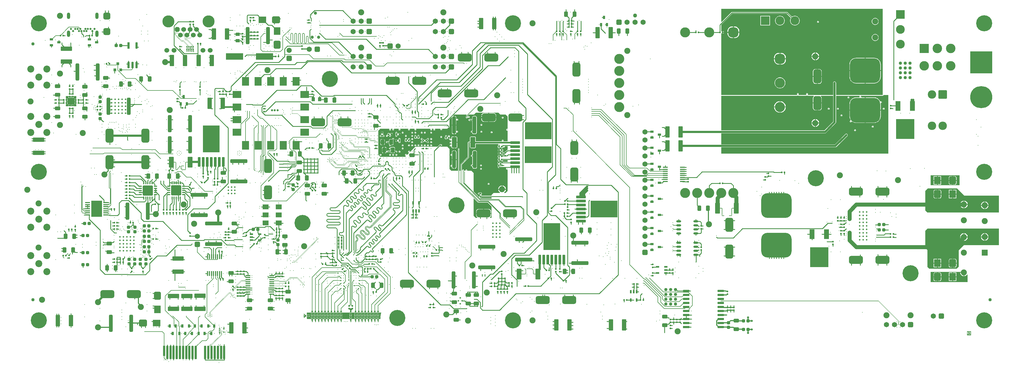
<source format=gbl>
G04*
G04 #@! TF.GenerationSoftware,Altium Limited,Altium Designer,24.1.2 (44)*
G04*
G04 Layer_Physical_Order=12*
G04 Layer_Color=16711680*
%FSLAX44Y44*%
%MOMM*%
G71*
G04*
G04 #@! TF.SameCoordinates,140FFB89-E29E-458A-976C-A302E020C20F*
G04*
G04*
G04 #@! TF.FilePolarity,Positive*
G04*
G01*
G75*
%ADD10C,0.1270*%
%ADD11C,0.5080*%
%ADD12C,0.2540*%
%ADD16C,0.1524*%
%ADD18C,0.5080*%
%ADD24C,0.3048*%
G04:AMPARAMS|DCode=33|XSize=0.508mm|YSize=0.508mm|CornerRadius=0.1524mm|HoleSize=0mm|Usage=FLASHONLY|Rotation=90.000|XOffset=0mm|YOffset=0mm|HoleType=Round|Shape=RoundedRectangle|*
%AMROUNDEDRECTD33*
21,1,0.5080,0.2032,0,0,90.0*
21,1,0.2032,0.5080,0,0,90.0*
1,1,0.3048,0.1016,0.1016*
1,1,0.3048,0.1016,-0.1016*
1,1,0.3048,-0.1016,-0.1016*
1,1,0.3048,-0.1016,0.1016*
%
%ADD33ROUNDEDRECTD33*%
G04:AMPARAMS|DCode=34|XSize=0.508mm|YSize=0.508mm|CornerRadius=0.1524mm|HoleSize=0mm|Usage=FLASHONLY|Rotation=180.000|XOffset=0mm|YOffset=0mm|HoleType=Round|Shape=RoundedRectangle|*
%AMROUNDEDRECTD34*
21,1,0.5080,0.2032,0,0,180.0*
21,1,0.2032,0.5080,0,0,180.0*
1,1,0.3048,-0.1016,0.1016*
1,1,0.3048,0.1016,0.1016*
1,1,0.3048,0.1016,-0.1016*
1,1,0.3048,-0.1016,-0.1016*
%
%ADD34ROUNDEDRECTD34*%
G04:AMPARAMS|DCode=35|XSize=1.6256mm|YSize=1.1176mm|CornerRadius=0.1397mm|HoleSize=0mm|Usage=FLASHONLY|Rotation=90.000|XOffset=0mm|YOffset=0mm|HoleType=Round|Shape=RoundedRectangle|*
%AMROUNDEDRECTD35*
21,1,1.6256,0.8382,0,0,90.0*
21,1,1.3462,1.1176,0,0,90.0*
1,1,0.2794,0.4191,0.6731*
1,1,0.2794,0.4191,-0.6731*
1,1,0.2794,-0.4191,-0.6731*
1,1,0.2794,-0.4191,0.6731*
%
%ADD35ROUNDEDRECTD35*%
G04:AMPARAMS|DCode=36|XSize=1.143mm|YSize=5.461mm|CornerRadius=0.2858mm|HoleSize=0mm|Usage=FLASHONLY|Rotation=0.000|XOffset=0mm|YOffset=0mm|HoleType=Round|Shape=RoundedRectangle|*
%AMROUNDEDRECTD36*
21,1,1.1430,4.8895,0,0,0.0*
21,1,0.5715,5.4610,0,0,0.0*
1,1,0.5715,0.2858,-2.4448*
1,1,0.5715,-0.2858,-2.4448*
1,1,0.5715,-0.2858,2.4448*
1,1,0.5715,0.2858,2.4448*
%
%ADD36ROUNDEDRECTD36*%
%ADD38R,1.5748X3.0480*%
G04:AMPARAMS|DCode=39|XSize=1.524mm|YSize=0.4064mm|CornerRadius=0.0914mm|HoleSize=0mm|Usage=FLASHONLY|Rotation=180.000|XOffset=0mm|YOffset=0mm|HoleType=Round|Shape=RoundedRectangle|*
%AMROUNDEDRECTD39*
21,1,1.5240,0.2235,0,0,180.0*
21,1,1.3411,0.4064,0,0,180.0*
1,1,0.1829,-0.6706,0.1118*
1,1,0.1829,0.6706,0.1118*
1,1,0.1829,0.6706,-0.1118*
1,1,0.1829,-0.6706,-0.1118*
%
%ADD39ROUNDEDRECTD39*%
G04:AMPARAMS|DCode=40|XSize=1.524mm|YSize=0.4064mm|CornerRadius=0.0305mm|HoleSize=0mm|Usage=FLASHONLY|Rotation=0.000|XOffset=0mm|YOffset=0mm|HoleType=Round|Shape=RoundedRectangle|*
%AMROUNDEDRECTD40*
21,1,1.5240,0.3454,0,0,0.0*
21,1,1.4630,0.4064,0,0,0.0*
1,1,0.0610,0.7315,-0.1727*
1,1,0.0610,-0.7315,-0.1727*
1,1,0.0610,-0.7315,0.1727*
1,1,0.0610,0.7315,0.1727*
%
%ADD40ROUNDEDRECTD40*%
%ADD42R,0.7112X1.0160*%
G04:AMPARAMS|DCode=44|XSize=0.508mm|YSize=0.508mm|CornerRadius=0.127mm|HoleSize=0mm|Usage=FLASHONLY|Rotation=180.000|XOffset=0mm|YOffset=0mm|HoleType=Round|Shape=RoundedRectangle|*
%AMROUNDEDRECTD44*
21,1,0.5080,0.2540,0,0,180.0*
21,1,0.2540,0.5080,0,0,180.0*
1,1,0.2540,-0.1270,0.1270*
1,1,0.2540,0.1270,0.1270*
1,1,0.2540,0.1270,-0.1270*
1,1,0.2540,-0.1270,-0.1270*
%
%ADD44ROUNDEDRECTD44*%
G04:AMPARAMS|DCode=45|XSize=4.4mm|YSize=2.5mm|CornerRadius=0.625mm|HoleSize=0mm|Usage=FLASHONLY|Rotation=270.000|XOffset=0mm|YOffset=0mm|HoleType=Round|Shape=RoundedRectangle|*
%AMROUNDEDRECTD45*
21,1,4.4000,1.2500,0,0,270.0*
21,1,3.1500,2.5000,0,0,270.0*
1,1,1.2500,-0.6250,-1.5750*
1,1,1.2500,-0.6250,1.5750*
1,1,1.2500,0.6250,1.5750*
1,1,1.2500,0.6250,-1.5750*
%
%ADD45ROUNDEDRECTD45*%
G04:AMPARAMS|DCode=46|XSize=0.95mm|YSize=0.95mm|CornerRadius=0.1758mm|HoleSize=0mm|Usage=FLASHONLY|Rotation=270.000|XOffset=0mm|YOffset=0mm|HoleType=Round|Shape=RoundedRectangle|*
%AMROUNDEDRECTD46*
21,1,0.9500,0.5985,0,0,270.0*
21,1,0.5985,0.9500,0,0,270.0*
1,1,0.3515,-0.2993,-0.2993*
1,1,0.3515,-0.2993,0.2993*
1,1,0.3515,0.2993,0.2993*
1,1,0.3515,0.2993,-0.2993*
%
%ADD46ROUNDEDRECTD46*%
G04:AMPARAMS|DCode=47|XSize=1.6256mm|YSize=1.1176mm|CornerRadius=0.1397mm|HoleSize=0mm|Usage=FLASHONLY|Rotation=180.000|XOffset=0mm|YOffset=0mm|HoleType=Round|Shape=RoundedRectangle|*
%AMROUNDEDRECTD47*
21,1,1.6256,0.8382,0,0,180.0*
21,1,1.3462,1.1176,0,0,180.0*
1,1,0.2794,-0.6731,0.4191*
1,1,0.2794,0.6731,0.4191*
1,1,0.2794,0.6731,-0.4191*
1,1,0.2794,-0.6731,-0.4191*
%
%ADD47ROUNDEDRECTD47*%
G04:AMPARAMS|DCode=49|XSize=2.032mm|YSize=0.635mm|CornerRadius=0.0794mm|HoleSize=0mm|Usage=FLASHONLY|Rotation=180.000|XOffset=0mm|YOffset=0mm|HoleType=Round|Shape=RoundedRectangle|*
%AMROUNDEDRECTD49*
21,1,2.0320,0.4763,0,0,180.0*
21,1,1.8733,0.6350,0,0,180.0*
1,1,0.1588,-0.9366,0.2381*
1,1,0.1588,0.9366,0.2381*
1,1,0.1588,0.9366,-0.2381*
1,1,0.1588,-0.9366,-0.2381*
%
%ADD49ROUNDEDRECTD49*%
G04:AMPARAMS|DCode=50|XSize=1.397mm|YSize=3.556mm|CornerRadius=0.1746mm|HoleSize=0mm|Usage=FLASHONLY|Rotation=270.000|XOffset=0mm|YOffset=0mm|HoleType=Round|Shape=RoundedRectangle|*
%AMROUNDEDRECTD50*
21,1,1.3970,3.2068,0,0,270.0*
21,1,1.0478,3.5560,0,0,270.0*
1,1,0.3493,-1.6034,-0.5239*
1,1,0.3493,-1.6034,0.5239*
1,1,0.3493,1.6034,0.5239*
1,1,0.3493,1.6034,-0.5239*
%
%ADD50ROUNDEDRECTD50*%
G04:AMPARAMS|DCode=52|XSize=3.4544mm|YSize=1.5748mm|CornerRadius=0.2598mm|HoleSize=0mm|Usage=FLASHONLY|Rotation=90.000|XOffset=0mm|YOffset=0mm|HoleType=Round|Shape=RoundedRectangle|*
%AMROUNDEDRECTD52*
21,1,3.4544,1.0551,0,0,90.0*
21,1,2.9347,1.5748,0,0,90.0*
1,1,0.5197,0.5276,1.4674*
1,1,0.5197,0.5276,-1.4674*
1,1,0.5197,-0.5276,-1.4674*
1,1,0.5197,-0.5276,1.4674*
%
%ADD52ROUNDEDRECTD52*%
G04:AMPARAMS|DCode=53|XSize=0.508mm|YSize=0.508mm|CornerRadius=0.127mm|HoleSize=0mm|Usage=FLASHONLY|Rotation=270.000|XOffset=0mm|YOffset=0mm|HoleType=Round|Shape=RoundedRectangle|*
%AMROUNDEDRECTD53*
21,1,0.5080,0.2540,0,0,270.0*
21,1,0.2540,0.5080,0,0,270.0*
1,1,0.2540,-0.1270,-0.1270*
1,1,0.2540,-0.1270,0.1270*
1,1,0.2540,0.1270,0.1270*
1,1,0.2540,0.1270,-0.1270*
%
%ADD53ROUNDEDRECTD53*%
G04:AMPARAMS|DCode=55|XSize=1.27mm|YSize=1.016mm|CornerRadius=0.127mm|HoleSize=0mm|Usage=FLASHONLY|Rotation=180.000|XOffset=0mm|YOffset=0mm|HoleType=Round|Shape=RoundedRectangle|*
%AMROUNDEDRECTD55*
21,1,1.2700,0.7620,0,0,180.0*
21,1,1.0160,1.0160,0,0,180.0*
1,1,0.2540,-0.5080,0.3810*
1,1,0.2540,0.5080,0.3810*
1,1,0.2540,0.5080,-0.3810*
1,1,0.2540,-0.5080,-0.3810*
%
%ADD55ROUNDEDRECTD55*%
G04:AMPARAMS|DCode=66|XSize=3.06mm|YSize=0.89mm|CornerRadius=0.2225mm|HoleSize=0mm|Usage=FLASHONLY|Rotation=0.000|XOffset=0mm|YOffset=0mm|HoleType=Round|Shape=RoundedRectangle|*
%AMROUNDEDRECTD66*
21,1,3.0600,0.4450,0,0,0.0*
21,1,2.6150,0.8900,0,0,0.0*
1,1,0.4450,1.3075,-0.2225*
1,1,0.4450,-1.3075,-0.2225*
1,1,0.4450,-1.3075,0.2225*
1,1,0.4450,1.3075,0.2225*
%
%ADD66ROUNDEDRECTD66*%
G04:AMPARAMS|DCode=67|XSize=4.4mm|YSize=2.5mm|CornerRadius=0.625mm|HoleSize=0mm|Usage=FLASHONLY|Rotation=180.000|XOffset=0mm|YOffset=0mm|HoleType=Round|Shape=RoundedRectangle|*
%AMROUNDEDRECTD67*
21,1,4.4000,1.2500,0,0,180.0*
21,1,3.1500,2.5000,0,0,180.0*
1,1,1.2500,-1.5750,0.6250*
1,1,1.2500,1.5750,0.6250*
1,1,1.2500,1.5750,-0.6250*
1,1,1.2500,-1.5750,-0.6250*
%
%ADD67ROUNDEDRECTD67*%
G04:AMPARAMS|DCode=68|XSize=1.143mm|YSize=5.461mm|CornerRadius=0.2858mm|HoleSize=0mm|Usage=FLASHONLY|Rotation=90.000|XOffset=0mm|YOffset=0mm|HoleType=Round|Shape=RoundedRectangle|*
%AMROUNDEDRECTD68*
21,1,1.1430,4.8895,0,0,90.0*
21,1,0.5715,5.4610,0,0,90.0*
1,1,0.5715,2.4448,0.2858*
1,1,0.5715,2.4448,-0.2858*
1,1,0.5715,-2.4448,-0.2858*
1,1,0.5715,-2.4448,0.2858*
%
%ADD68ROUNDEDRECTD68*%
G04:AMPARAMS|DCode=73|XSize=0.95mm|YSize=0.95mm|CornerRadius=0.1758mm|HoleSize=0mm|Usage=FLASHONLY|Rotation=0.000|XOffset=0mm|YOffset=0mm|HoleType=Round|Shape=RoundedRectangle|*
%AMROUNDEDRECTD73*
21,1,0.9500,0.5985,0,0,0.0*
21,1,0.5985,0.9500,0,0,0.0*
1,1,0.3515,0.2993,-0.2993*
1,1,0.3515,-0.2993,-0.2993*
1,1,0.3515,-0.2993,0.2993*
1,1,0.3515,0.2993,0.2993*
%
%ADD73ROUNDEDRECTD73*%
G04:AMPARAMS|DCode=83|XSize=2.159mm|YSize=2.4638mm|CornerRadius=0.3562mm|HoleSize=0mm|Usage=FLASHONLY|Rotation=90.000|XOffset=0mm|YOffset=0mm|HoleType=Round|Shape=RoundedRectangle|*
%AMROUNDEDRECTD83*
21,1,2.1590,1.7513,0,0,90.0*
21,1,1.4465,2.4638,0,0,90.0*
1,1,0.7125,0.8757,0.7233*
1,1,0.7125,0.8757,-0.7233*
1,1,0.7125,-0.8757,-0.7233*
1,1,0.7125,-0.8757,0.7233*
%
%ADD83ROUNDEDRECTD83*%
%ADD84R,2.4638X2.1590*%
G04:AMPARAMS|DCode=86|XSize=3.429mm|YSize=5.08mm|CornerRadius=0.0857mm|HoleSize=0mm|Usage=FLASHONLY|Rotation=0.000|XOffset=0mm|YOffset=0mm|HoleType=Round|Shape=RoundedRectangle|*
%AMROUNDEDRECTD86*
21,1,3.4290,4.9086,0,0,0.0*
21,1,3.2576,5.0800,0,0,0.0*
1,1,0.1715,1.6288,-2.4543*
1,1,0.1715,-1.6288,-2.4543*
1,1,0.1715,-1.6288,2.4543*
1,1,0.1715,1.6288,2.4543*
%
%ADD86ROUNDEDRECTD86*%
%ADD100R,2.0320X0.6350*%
%ADD108R,0.3000X0.5500*%
%ADD109R,0.4000X0.5500*%
%ADD111R,2.1590X2.4638*%
G04:AMPARAMS|DCode=112|XSize=2.159mm|YSize=2.4638mm|CornerRadius=0.3562mm|HoleSize=0mm|Usage=FLASHONLY|Rotation=180.000|XOffset=0mm|YOffset=0mm|HoleType=Round|Shape=RoundedRectangle|*
%AMROUNDEDRECTD112*
21,1,2.1590,1.7513,0,0,180.0*
21,1,1.4465,2.4638,0,0,180.0*
1,1,0.7125,-0.7233,0.8757*
1,1,0.7125,0.7233,0.8757*
1,1,0.7125,0.7233,-0.8757*
1,1,0.7125,-0.7233,-0.8757*
%
%ADD112ROUNDEDRECTD112*%
G04:AMPARAMS|DCode=117|XSize=1.397mm|YSize=3.556mm|CornerRadius=0.1746mm|HoleSize=0mm|Usage=FLASHONLY|Rotation=0.000|XOffset=0mm|YOffset=0mm|HoleType=Round|Shape=RoundedRectangle|*
%AMROUNDEDRECTD117*
21,1,1.3970,3.2068,0,0,0.0*
21,1,1.0478,3.5560,0,0,0.0*
1,1,0.3493,0.5239,-1.6034*
1,1,0.3493,-0.5239,-1.6034*
1,1,0.3493,-0.5239,1.6034*
1,1,0.3493,0.5239,1.6034*
%
%ADD117ROUNDEDRECTD117*%
G04:AMPARAMS|DCode=119|XSize=0.7mm|YSize=4.2mm|CornerRadius=0.0875mm|HoleSize=0mm|Usage=FLASHONLY|Rotation=0.000|XOffset=0mm|YOffset=0mm|HoleType=Round|Shape=RoundedRectangle|*
%AMROUNDEDRECTD119*
21,1,0.7000,4.0250,0,0,0.0*
21,1,0.5250,4.2000,0,0,0.0*
1,1,0.1750,0.2625,-2.0125*
1,1,0.1750,-0.2625,-2.0125*
1,1,0.1750,-0.2625,2.0125*
1,1,0.1750,0.2625,2.0125*
%
%ADD119ROUNDEDRECTD119*%
G04:AMPARAMS|DCode=167|XSize=3.15mm|YSize=3.15mm|CornerRadius=0.1575mm|HoleSize=0mm|Usage=FLASHONLY|Rotation=0.000|XOffset=0mm|YOffset=0mm|HoleType=Round|Shape=RoundedRectangle|*
%AMROUNDEDRECTD167*
21,1,3.1500,2.8350,0,0,0.0*
21,1,2.8350,3.1500,0,0,0.0*
1,1,0.3150,1.4175,-1.4175*
1,1,0.3150,-1.4175,-1.4175*
1,1,0.3150,-1.4175,1.4175*
1,1,0.3150,1.4175,1.4175*
%
%ADD167ROUNDEDRECTD167*%
%ADD253C,0.6604*%
%ADD256C,0.1513*%
%ADD257C,0.1099*%
%ADD258C,0.2258*%
%ADD259C,0.1782*%
%ADD260R,5.8420X6.3500*%
%ADD261C,1.2700*%
%ADD263O,1.5500X0.6000*%
%ADD264R,0.1270X0.2540*%
%ADD267R,8.5400X5.3500*%
G04:AMPARAMS|DCode=268|XSize=0.35mm|YSize=1mm|CornerRadius=0.0875mm|HoleSize=0mm|Usage=FLASHONLY|Rotation=0.000|XOffset=0mm|YOffset=0mm|HoleType=Round|Shape=RoundedRectangle|*
%AMROUNDEDRECTD268*
21,1,0.3500,0.8250,0,0,0.0*
21,1,0.1750,1.0000,0,0,0.0*
1,1,0.1750,0.0875,-0.4125*
1,1,0.1750,-0.0875,-0.4125*
1,1,0.1750,-0.0875,0.4125*
1,1,0.1750,0.0875,0.4125*
%
%ADD268ROUNDEDRECTD268*%
G04:AMPARAMS|DCode=275|XSize=0.4572mm|YSize=0.2286mm|CornerRadius=0mm|HoleSize=0mm|Usage=FLASHONLY|Rotation=135.000|XOffset=0mm|YOffset=0mm|HoleType=Round|Shape=Rectangle|*
%AMROTATEDRECTD275*
4,1,4,0.2425,-0.0808,0.0808,-0.2425,-0.2425,0.0808,-0.0808,0.2425,0.2425,-0.0808,0.0*
%
%ADD275ROTATEDRECTD275*%

G04:AMPARAMS|DCode=276|XSize=0.4572mm|YSize=0.2286mm|CornerRadius=0mm|HoleSize=0mm|Usage=FLASHONLY|Rotation=45.000|XOffset=0mm|YOffset=0mm|HoleType=Round|Shape=Rectangle|*
%AMROTATEDRECTD276*
4,1,4,-0.0808,-0.2425,-0.2425,-0.0808,0.0808,0.2425,0.2425,0.0808,-0.0808,-0.2425,0.0*
%
%ADD276ROTATEDRECTD276*%

%ADD277R,0.4572X0.2286*%
%ADD278R,0.2286X0.4572*%
G04:AMPARAMS|DCode=280|XSize=0.8mm|YSize=0.9mm|CornerRadius=0.08mm|HoleSize=0mm|Usage=FLASHONLY|Rotation=180.000|XOffset=0mm|YOffset=0mm|HoleType=Round|Shape=RoundedRectangle|*
%AMROUNDEDRECTD280*
21,1,0.8000,0.7400,0,0,180.0*
21,1,0.6400,0.9000,0,0,180.0*
1,1,0.1600,-0.3200,0.3700*
1,1,0.1600,0.3200,0.3700*
1,1,0.1600,0.3200,-0.3700*
1,1,0.1600,-0.3200,-0.3700*
%
%ADD280ROUNDEDRECTD280*%
G04:AMPARAMS|DCode=284|XSize=0.35mm|YSize=1mm|CornerRadius=0.0875mm|HoleSize=0mm|Usage=FLASHONLY|Rotation=90.000|XOffset=0mm|YOffset=0mm|HoleType=Round|Shape=RoundedRectangle|*
%AMROUNDEDRECTD284*
21,1,0.3500,0.8250,0,0,90.0*
21,1,0.1750,1.0000,0,0,90.0*
1,1,0.1750,0.4125,0.0875*
1,1,0.1750,0.4125,-0.0875*
1,1,0.1750,-0.4125,-0.0875*
1,1,0.1750,-0.4125,0.0875*
%
%ADD284ROUNDEDRECTD284*%
%ADD285C,1.0160*%
%ADD287C,0.0949*%
%ADD288C,0.6350*%
%ADD291C,0.1513*%
%ADD292C,1.2700*%
%ADD294C,0.0670*%
%ADD296C,5.0800*%
%ADD297C,1.6510*%
%ADD298C,1.9050*%
%ADD299C,1.5240*%
G04:AMPARAMS|DCode=300|XSize=1.651mm|YSize=1.651mm|CornerRadius=0.2724mm|HoleSize=0mm|Usage=FLASHONLY|Rotation=0.000|XOffset=0mm|YOffset=0mm|HoleType=Round|Shape=RoundedRectangle|*
%AMROUNDEDRECTD300*
21,1,1.6510,1.1062,0,0,0.0*
21,1,1.1062,1.6510,0,0,0.0*
1,1,0.5448,0.5531,-0.5531*
1,1,0.5448,-0.5531,-0.5531*
1,1,0.5448,-0.5531,0.5531*
1,1,0.5448,0.5531,0.5531*
%
%ADD300ROUNDEDRECTD300*%
%ADD301C,3.1750*%
G04:AMPARAMS|DCode=302|XSize=1.651mm|YSize=1.651mm|CornerRadius=0.2724mm|HoleSize=0mm|Usage=FLASHONLY|Rotation=90.000|XOffset=0mm|YOffset=0mm|HoleType=Round|Shape=RoundedRectangle|*
%AMROUNDEDRECTD302*
21,1,1.6510,1.1062,0,0,90.0*
21,1,1.1062,1.6510,0,0,90.0*
1,1,0.5448,0.5531,0.5531*
1,1,0.5448,0.5531,-0.5531*
1,1,0.5448,-0.5531,-0.5531*
1,1,0.5448,-0.5531,0.5531*
%
%ADD302ROUNDEDRECTD302*%
%ADD303C,0.6000*%
%ADD304C,2.2000*%
G04:AMPARAMS|DCode=305|XSize=3.175mm|YSize=3.175mm|CornerRadius=1.1906mm|HoleSize=0mm|Usage=FLASHONLY|Rotation=270.000|XOffset=0mm|YOffset=0mm|HoleType=Round|Shape=RoundedRectangle|*
%AMROUNDEDRECTD305*
21,1,3.1750,0.7938,0,0,270.0*
21,1,0.7938,3.1750,0,0,270.0*
1,1,2.3813,-0.3969,-0.3969*
1,1,2.3813,-0.3969,0.3969*
1,1,2.3813,0.3969,0.3969*
1,1,2.3813,0.3969,-0.3969*
%
%ADD305ROUNDEDRECTD305*%
G04:AMPARAMS|DCode=306|XSize=1.524mm|YSize=1.524mm|CornerRadius=0mm|HoleSize=0mm|Usage=FLASHONLY|Rotation=180.000|XOffset=0mm|YOffset=0mm|HoleType=Round|Shape=Octagon|*
%AMOCTAGOND306*
4,1,8,-0.7620,0.3810,-0.7620,-0.3810,-0.3810,-0.7620,0.3810,-0.7620,0.7620,-0.3810,0.7620,0.3810,0.3810,0.7620,-0.3810,0.7620,-0.7620,0.3810,0.0*
%
%ADD306OCTAGOND306*%

%ADD307C,3.8100*%
%ADD308C,1.0000*%
%ADD309R,2.7750X2.7750*%
%ADD310C,2.7750*%
%ADD311O,1.0160X2.0320*%
%ADD312R,1.9050X1.9050*%
G04:AMPARAMS|DCode=313|XSize=3.175mm|YSize=3.175mm|CornerRadius=1.1906mm|HoleSize=0mm|Usage=FLASHONLY|Rotation=180.000|XOffset=0mm|YOffset=0mm|HoleType=Round|Shape=RoundedRectangle|*
%AMROUNDEDRECTD313*
21,1,3.1750,0.7938,0,0,180.0*
21,1,0.7938,3.1750,0,0,180.0*
1,1,2.3813,-0.3969,0.3969*
1,1,2.3813,0.3969,0.3969*
1,1,2.3813,0.3969,-0.3969*
1,1,2.3813,-0.3969,-0.3969*
%
%ADD313ROUNDEDRECTD313*%
%ADD314C,6.9850*%
%ADD315R,6.9850X6.9850*%
%ADD316R,2.7750X2.7750*%
%ADD317C,3.0000*%
%ADD318R,3.0000X3.0000*%
G04:AMPARAMS|DCode=319|XSize=2.667mm|YSize=2.667mm|CornerRadius=0.1333mm|HoleSize=0mm|Usage=FLASHONLY|Rotation=270.000|XOffset=0mm|YOffset=0mm|HoleType=Round|Shape=RoundedRectangle|*
%AMROUNDEDRECTD319*
21,1,2.6670,2.4003,0,0,270.0*
21,1,2.4003,2.6670,0,0,270.0*
1,1,0.2667,-1.2002,-1.2002*
1,1,0.2667,-1.2002,1.2002*
1,1,0.2667,1.2002,1.2002*
1,1,0.2667,1.2002,-1.2002*
%
%ADD319ROUNDEDRECTD319*%
%ADD320C,2.6670*%
%ADD321C,0.3048*%
%ADD322C,0.6350*%
%ADD323C,0.5000*%
%ADD324C,0.5588*%
%ADD330R,1.9500X1.5500*%
%ADD331R,0.6000X1.0500*%
%ADD332R,1.0160X0.7112*%
G04:AMPARAMS|DCode=333|XSize=0.41mm|YSize=1.6mm|CornerRadius=0.041mm|HoleSize=0mm|Usage=FLASHONLY|Rotation=270.000|XOffset=0mm|YOffset=0mm|HoleType=Round|Shape=RoundedRectangle|*
%AMROUNDEDRECTD333*
21,1,0.4100,1.5180,0,0,270.0*
21,1,0.3280,1.6000,0,0,270.0*
1,1,0.0820,-0.7590,-0.1640*
1,1,0.0820,-0.7590,0.1640*
1,1,0.0820,0.7590,0.1640*
1,1,0.0820,0.7590,-0.1640*
%
%ADD333ROUNDEDRECTD333*%
%ADD334R,1.0500X0.6000*%
G04:AMPARAMS|DCode=335|XSize=1.27mm|YSize=1.016mm|CornerRadius=0.127mm|HoleSize=0mm|Usage=FLASHONLY|Rotation=90.000|XOffset=0mm|YOffset=0mm|HoleType=Round|Shape=RoundedRectangle|*
%AMROUNDEDRECTD335*
21,1,1.2700,0.7620,0,0,90.0*
21,1,1.0160,1.0160,0,0,90.0*
1,1,0.2540,0.3810,0.5080*
1,1,0.2540,0.3810,-0.5080*
1,1,0.2540,-0.3810,-0.5080*
1,1,0.2540,-0.3810,0.5080*
%
%ADD335ROUNDEDRECTD335*%
%ADD336O,0.4000X1.5500*%
%ADD337R,5.3500X8.5400*%
G04:AMPARAMS|DCode=338|XSize=3.06mm|YSize=0.89mm|CornerRadius=0.2225mm|HoleSize=0mm|Usage=FLASHONLY|Rotation=90.000|XOffset=0mm|YOffset=0mm|HoleType=Round|Shape=RoundedRectangle|*
%AMROUNDEDRECTD338*
21,1,3.0600,0.4450,0,0,90.0*
21,1,2.6150,0.8900,0,0,90.0*
1,1,0.4450,0.2225,1.3075*
1,1,0.4450,0.2225,-1.3075*
1,1,0.4450,-0.2225,-1.3075*
1,1,0.4450,-0.2225,1.3075*
%
%ADD338ROUNDEDRECTD338*%
%ADD339R,2.3000X2.8000*%
%ADD340R,2.8000X2.3000*%
G04:AMPARAMS|DCode=341|XSize=2.032mm|YSize=0.635mm|CornerRadius=0.0794mm|HoleSize=0mm|Usage=FLASHONLY|Rotation=270.000|XOffset=0mm|YOffset=0mm|HoleType=Round|Shape=RoundedRectangle|*
%AMROUNDEDRECTD341*
21,1,2.0320,0.4763,0,0,270.0*
21,1,1.8733,0.6350,0,0,270.0*
1,1,0.1588,-0.2381,-0.9366*
1,1,0.1588,-0.2381,0.9366*
1,1,0.1588,0.2381,0.9366*
1,1,0.1588,0.2381,-0.9366*
%
%ADD341ROUNDEDRECTD341*%
G04:AMPARAMS|DCode=342|XSize=0.508mm|YSize=0.508mm|CornerRadius=0.127mm|HoleSize=0mm|Usage=FLASHONLY|Rotation=45.000|XOffset=0mm|YOffset=0mm|HoleType=Round|Shape=RoundedRectangle|*
%AMROUNDEDRECTD342*
21,1,0.5080,0.2540,0,0,45.0*
21,1,0.2540,0.5080,0,0,45.0*
1,1,0.2540,0.1796,0.0000*
1,1,0.2540,0.0000,-0.1796*
1,1,0.2540,-0.1796,0.0000*
1,1,0.2540,0.0000,0.1796*
%
%ADD342ROUNDEDRECTD342*%
%ADD343R,1.0160X0.6096*%
G04:AMPARAMS|DCode=344|XSize=3.15mm|YSize=3.15mm|CornerRadius=0.1575mm|HoleSize=0mm|Usage=FLASHONLY|Rotation=90.000|XOffset=0mm|YOffset=0mm|HoleType=Round|Shape=RoundedRectangle|*
%AMROUNDEDRECTD344*
21,1,3.1500,2.8350,0,0,90.0*
21,1,2.8350,3.1500,0,0,90.0*
1,1,0.3150,1.4175,1.4175*
1,1,0.3150,1.4175,-1.4175*
1,1,0.3150,-1.4175,-1.4175*
1,1,0.3150,-1.4175,1.4175*
%
%ADD344ROUNDEDRECTD344*%
%ADD345R,5.5000X2.0000*%
G04:AMPARAMS|DCode=346|XSize=2.26mm|YSize=2.16mm|CornerRadius=0.54mm|HoleSize=0mm|Usage=FLASHONLY|Rotation=0.000|XOffset=0mm|YOffset=0mm|HoleType=Round|Shape=RoundedRectangle|*
%AMROUNDEDRECTD346*
21,1,2.2600,1.0800,0,0,0.0*
21,1,1.1800,2.1600,0,0,0.0*
1,1,1.0800,0.5900,-0.5400*
1,1,1.0800,-0.5900,-0.5400*
1,1,1.0800,-0.5900,0.5400*
1,1,1.0800,0.5900,0.5400*
%
%ADD346ROUNDEDRECTD346*%
G04:AMPARAMS|DCode=347|XSize=7.8mm|YSize=9.6mm|CornerRadius=1.95mm|HoleSize=0mm|Usage=FLASHONLY|Rotation=90.000|XOffset=0mm|YOffset=0mm|HoleType=Round|Shape=RoundedRectangle|*
%AMROUNDEDRECTD347*
21,1,7.8000,5.7000,0,0,90.0*
21,1,3.9000,9.6000,0,0,90.0*
1,1,3.9000,2.8500,1.9500*
1,1,3.9000,2.8500,-1.9500*
1,1,3.9000,-2.8500,-1.9500*
1,1,3.9000,-2.8500,1.9500*
%
%ADD347ROUNDEDRECTD347*%
%ADD348R,0.6350X2.0320*%
G04:AMPARAMS|DCode=349|XSize=0.3mm|YSize=0.45mm|CornerRadius=0.075mm|HoleSize=0mm|Usage=FLASHONLY|Rotation=270.000|XOffset=0mm|YOffset=0mm|HoleType=Round|Shape=RoundedRectangle|*
%AMROUNDEDRECTD349*
21,1,0.3000,0.3000,0,0,270.0*
21,1,0.1500,0.4500,0,0,270.0*
1,1,0.1500,-0.1500,-0.0750*
1,1,0.1500,-0.1500,0.0750*
1,1,0.1500,0.1500,0.0750*
1,1,0.1500,0.1500,-0.0750*
%
%ADD349ROUNDEDRECTD349*%
G04:AMPARAMS|DCode=350|XSize=0.7mm|YSize=3.2mm|CornerRadius=0.035mm|HoleSize=0mm|Usage=FLASHONLY|Rotation=180.000|XOffset=0mm|YOffset=0mm|HoleType=Round|Shape=RoundedRectangle|*
%AMROUNDEDRECTD350*
21,1,0.7000,3.1300,0,0,180.0*
21,1,0.6300,3.2000,0,0,180.0*
1,1,0.0700,-0.3150,1.5650*
1,1,0.0700,0.3150,1.5650*
1,1,0.0700,0.3150,-1.5650*
1,1,0.0700,-0.3150,-1.5650*
%
%ADD350ROUNDEDRECTD350*%
G36*
X179070Y762571D02*
X178435Y762050D01*
Y758190D01*
Y754330D01*
X179070Y753809D01*
Y752411D01*
X178435Y751890D01*
Y748030D01*
Y744170D01*
X179070Y743649D01*
Y737870D01*
X172021D01*
X171500Y738505D01*
X163780D01*
X163259Y737870D01*
X161861D01*
X161340Y738505D01*
X153620D01*
X153099Y737870D01*
X146050D01*
Y743649D01*
X146685Y744170D01*
Y748030D01*
X147955D01*
D01*
X146685D01*
Y751890D01*
X146050Y752411D01*
Y753809D01*
X146685Y754330D01*
Y758190D01*
X147955D01*
D01*
X146685D01*
Y762050D01*
X146050Y762571D01*
Y769620D01*
X153099D01*
X153620Y768985D01*
Y768985D01*
X157480D01*
X161340D01*
Y768985D01*
X161861Y769620D01*
X163259D01*
X163780Y768985D01*
Y768985D01*
X167640D01*
X171500D01*
Y768985D01*
X172021Y769620D01*
X179070D01*
Y762571D01*
D02*
G37*
G36*
X1520190Y711200D02*
X1536700D01*
X1543050Y704850D01*
Y667185D01*
X1541780Y666336D01*
X1541701Y666369D01*
X1540589D01*
X1539562Y665944D01*
X1538776Y665158D01*
X1538351Y664131D01*
Y663019D01*
X1538776Y661992D01*
X1539562Y661206D01*
X1540589Y660781D01*
X1541701D01*
X1541780Y660814D01*
X1543050Y659965D01*
Y626185D01*
X1529822D01*
X1529296Y627455D01*
X1529544Y627702D01*
X1529969Y628729D01*
Y629841D01*
X1529544Y630868D01*
X1528758Y631654D01*
X1527731Y632079D01*
X1526619D01*
X1525592Y631654D01*
X1524806Y630868D01*
X1524381Y629841D01*
Y628729D01*
X1524806Y627702D01*
X1525054Y627455D01*
X1524528Y626185D01*
X1442288D01*
Y638244D01*
X1441988Y639753D01*
X1441133Y641033D01*
X1439853Y641888D01*
X1438344Y642188D01*
X1427792D01*
X1426283Y641888D01*
X1425003Y641033D01*
X1424148Y639753D01*
X1423848Y638244D01*
Y625512D01*
X1420167D01*
X1419424Y625364D01*
X1418793Y624944D01*
X1417471Y623621D01*
X1417050Y622990D01*
X1416902Y622247D01*
Y602116D01*
X1416939Y601928D01*
Y601161D01*
X1416902Y600973D01*
Y577326D01*
X1394357Y554780D01*
X1393936Y554150D01*
X1393788Y553407D01*
Y533400D01*
X1390306D01*
Y599830D01*
X1390269Y600018D01*
Y604656D01*
X1386459D01*
Y600018D01*
X1386422Y599830D01*
Y533400D01*
X1365250D01*
X1358900Y539750D01*
Y603250D01*
X1352550Y609600D01*
X1329729D01*
X1329243Y610773D01*
X1330703Y612234D01*
X1330834D01*
X1331674Y611886D01*
X1332786D01*
X1333813Y612311D01*
X1334599Y613097D01*
X1335024Y614124D01*
Y615236D01*
X1334599Y616263D01*
X1333813Y617049D01*
X1332786Y617474D01*
X1331674D01*
X1330834Y617126D01*
X1329690D01*
X1329690Y617126D01*
X1328754Y616940D01*
X1327960Y616410D01*
X1327960Y616410D01*
X1321151Y609600D01*
X1250950D01*
X1235064Y593714D01*
X1233794Y594240D01*
Y594556D01*
X1233369Y595583D01*
X1232583Y596369D01*
X1231556Y596794D01*
X1230444D01*
X1229417Y596369D01*
X1228631Y595583D01*
X1228206Y594556D01*
Y593444D01*
X1228631Y592417D01*
X1229417Y591631D01*
X1230444Y591206D01*
X1230760D01*
X1231286Y589936D01*
X1225064Y583714D01*
X1223794Y584240D01*
Y584556D01*
X1223369Y585583D01*
X1222583Y586369D01*
X1221556Y586794D01*
X1220444D01*
X1219417Y586369D01*
X1218631Y585583D01*
X1218206Y584556D01*
Y583444D01*
X1218631Y582417D01*
X1219417Y581631D01*
X1220444Y581206D01*
X1220760D01*
X1221286Y579936D01*
X1219200Y577850D01*
X1140460D01*
X1134110Y584200D01*
Y660400D01*
X1140460Y666750D01*
X1168003D01*
X1168401Y666010D01*
X1168589Y665480D01*
X1168206Y664556D01*
Y663444D01*
X1168631Y662417D01*
X1169417Y661631D01*
X1170444Y661206D01*
X1171556D01*
X1172583Y661631D01*
X1173369Y662417D01*
X1173794Y663444D01*
Y664556D01*
X1173411Y665480D01*
X1173599Y666010D01*
X1173997Y666750D01*
X1178003D01*
X1178401Y666010D01*
X1178589Y665480D01*
X1178206Y664556D01*
Y663444D01*
X1178631Y662417D01*
X1179417Y661631D01*
X1180444Y661206D01*
X1181556D01*
X1182583Y661631D01*
X1183369Y662417D01*
X1183794Y663444D01*
Y664556D01*
X1183411Y665480D01*
X1183599Y666010D01*
X1183997Y666750D01*
X1198003D01*
X1198401Y666010D01*
X1198589Y665480D01*
X1198206Y664556D01*
Y663444D01*
X1198631Y662417D01*
X1199417Y661631D01*
X1200444Y661206D01*
X1201556D01*
X1202583Y661631D01*
X1203369Y662417D01*
X1203794Y663444D01*
Y664556D01*
X1203411Y665480D01*
X1203599Y666010D01*
X1203997Y666750D01*
X1228003D01*
X1228401Y666010D01*
X1228589Y665480D01*
X1228206Y664556D01*
Y663444D01*
X1228631Y662417D01*
X1229417Y661631D01*
X1230444Y661206D01*
X1231556D01*
X1232583Y661631D01*
X1233369Y662417D01*
X1233794Y663444D01*
Y664556D01*
X1233411Y665480D01*
X1233599Y666010D01*
X1233997Y666750D01*
X1248003D01*
X1248401Y666010D01*
X1248589Y665480D01*
X1248206Y664556D01*
Y663444D01*
X1248631Y662417D01*
X1249417Y661631D01*
X1250444Y661206D01*
X1251556D01*
X1252583Y661631D01*
X1253369Y662417D01*
X1253794Y663444D01*
Y664556D01*
X1253411Y665480D01*
X1253599Y666010D01*
X1253997Y666750D01*
X1298003D01*
X1298401Y666010D01*
X1298589Y665480D01*
X1298206Y664556D01*
Y663444D01*
X1298631Y662417D01*
X1299417Y661631D01*
X1300444Y661206D01*
X1301556D01*
X1302583Y661631D01*
X1303369Y662417D01*
X1303794Y663444D01*
Y664556D01*
X1303411Y665480D01*
X1303599Y666010D01*
X1303997Y666750D01*
X1308003D01*
X1308401Y666010D01*
X1308589Y665480D01*
X1308206Y664556D01*
Y663444D01*
X1308631Y662417D01*
X1309417Y661631D01*
X1310444Y661206D01*
X1311556D01*
X1312583Y661631D01*
X1313369Y662417D01*
X1313794Y663444D01*
Y664556D01*
X1313411Y665480D01*
X1313599Y666010D01*
X1313997Y666750D01*
X1329255D01*
X1330104Y665480D01*
X1330071Y665401D01*
Y664289D01*
X1330496Y663262D01*
X1331282Y662476D01*
X1332309Y662051D01*
X1333421D01*
X1334448Y662476D01*
X1335234Y663262D01*
X1335659Y664289D01*
Y665401D01*
X1335626Y665480D01*
X1336475Y666750D01*
X1352550D01*
X1356106Y670306D01*
X1356916D01*
X1357943Y670731D01*
X1358729Y671517D01*
X1359154Y672544D01*
Y673656D01*
X1358900Y674269D01*
Y696311D01*
X1365344Y702755D01*
X1365375Y702752D01*
X1366566Y702181D01*
Y679450D01*
X1372362D01*
Y706836D01*
X1371221D01*
X1370650Y708027D01*
X1370647Y708058D01*
X1373789Y711200D01*
X1412731D01*
X1413217Y710027D01*
X1412045Y708855D01*
X1411596Y708183D01*
X1411438Y707390D01*
X1411438Y707390D01*
Y704190D01*
X1411141Y703893D01*
X1410716Y702866D01*
Y701754D01*
X1411141Y700727D01*
X1411927Y699941D01*
X1412954Y699516D01*
X1414066D01*
X1415093Y699941D01*
X1415879Y700727D01*
X1416261Y701650D01*
X1416911Y701854D01*
X1417574Y701915D01*
X1418277Y701211D01*
X1419304Y700786D01*
X1420416D01*
X1421443Y701211D01*
X1422229Y701997D01*
X1422654Y703024D01*
Y704136D01*
X1422229Y705163D01*
X1421443Y705949D01*
X1420416Y706374D01*
X1419304D01*
X1418277Y705949D01*
X1417491Y705163D01*
X1416297Y704686D01*
X1415936Y704723D01*
X1415582Y705189D01*
Y706532D01*
X1420250Y711200D01*
X1436370D01*
X1442720Y717550D01*
X1513840D01*
X1520190Y711200D01*
D02*
G37*
G36*
X1681275Y633730D02*
X1597455D01*
X1597455Y687070D01*
X1681275D01*
Y633730D01*
D02*
G37*
G36*
X1423848Y608896D02*
X1424148Y607387D01*
X1425003Y606107D01*
X1426283Y605252D01*
X1427792Y604952D01*
X1438344D01*
X1439853Y605252D01*
X1441133Y606107D01*
X1441988Y607387D01*
X1442288Y608896D01*
Y618415D01*
X1513098D01*
X1513624Y617145D01*
X1513376Y616898D01*
X1512951Y615871D01*
Y614759D01*
X1513155Y614266D01*
Y613043D01*
X1512644Y612701D01*
X1512082Y611861D01*
X1511885Y610870D01*
Y608330D01*
X1512082Y607339D01*
X1512644Y606499D01*
X1513484Y605937D01*
X1514475Y605740D01*
X1517015D01*
X1518006Y605937D01*
X1518846Y606499D01*
X1519408Y607339D01*
X1519543Y608017D01*
X1520837D01*
X1520972Y607339D01*
X1521534Y606499D01*
X1522374Y605937D01*
X1523365Y605740D01*
X1525905D01*
X1526896Y605937D01*
X1527736Y606499D01*
X1528718Y607197D01*
X1529448Y606949D01*
X1529794Y606806D01*
X1530906D01*
X1531933Y607231D01*
X1532719Y608017D01*
X1533144Y609044D01*
Y610156D01*
X1534033Y611328D01*
X1543050D01*
Y599490D01*
X1542415D01*
X1541424Y599293D01*
X1540584Y598731D01*
X1535632Y593780D01*
X1534414D01*
X1533324Y593563D01*
X1532400Y592945D01*
X1531893Y592187D01*
X1527748D01*
X1527665Y592310D01*
X1527225Y592605D01*
Y596115D01*
X1527665Y596410D01*
X1528283Y597334D01*
X1528500Y598424D01*
Y600456D01*
X1528283Y601546D01*
X1527665Y602470D01*
X1526741Y603088D01*
X1525651Y603305D01*
X1523619D01*
X1522529Y603088D01*
X1521605Y602470D01*
X1520987Y601546D01*
X1520837Y600794D01*
X1519543D01*
X1519393Y601546D01*
X1518775Y602470D01*
X1517851Y603088D01*
X1517015Y603254D01*
Y599440D01*
Y595626D01*
X1517851Y595792D01*
X1518775Y596410D01*
X1519393Y597334D01*
X1519543Y598086D01*
X1520837D01*
X1520987Y597334D01*
X1521605Y596410D01*
X1522045Y596115D01*
Y592605D01*
X1521605Y592310D01*
X1520987Y591386D01*
X1520837Y590634D01*
X1519543D01*
X1519393Y591386D01*
X1518775Y592310D01*
X1517851Y592928D01*
X1517015Y593094D01*
Y589280D01*
Y585466D01*
X1517851Y585632D01*
X1518775Y586250D01*
X1519393Y587174D01*
X1519543Y587926D01*
X1520837D01*
X1520987Y587174D01*
X1521605Y586250D01*
X1522529Y585632D01*
X1523619Y585415D01*
X1525651D01*
X1526741Y585632D01*
X1527665Y586250D01*
X1528172Y587008D01*
X1532317D01*
X1532400Y586885D01*
X1533324Y586267D01*
X1534076Y586117D01*
Y584823D01*
X1533324Y584673D01*
X1532400Y584055D01*
X1532105Y583615D01*
X1526678D01*
X1525686Y583418D01*
X1525038Y582985D01*
X1523619D01*
X1522529Y582768D01*
X1521605Y582150D01*
X1520987Y581226D01*
X1520837Y580474D01*
X1519543D01*
X1519393Y581226D01*
X1518775Y582150D01*
X1517851Y582768D01*
X1516761Y582985D01*
X1514729D01*
X1513639Y582768D01*
X1512715Y582150D01*
X1512097Y581226D01*
X1511880Y580136D01*
Y578104D01*
X1512097Y577014D01*
X1512715Y576090D01*
X1512838Y576007D01*
Y572073D01*
X1512715Y571990D01*
X1512097Y571066D01*
X1511880Y569976D01*
Y567944D01*
X1512097Y566854D01*
X1512715Y565930D01*
X1512838Y565847D01*
Y562972D01*
X1512080Y562465D01*
X1511462Y561541D01*
X1511245Y560451D01*
Y558419D01*
X1511462Y557329D01*
X1512080Y556405D01*
X1513004Y555787D01*
X1513756Y555637D01*
Y554343D01*
X1513004Y554193D01*
X1512080Y553575D01*
X1511462Y552651D01*
X1511245Y551561D01*
Y549529D01*
X1511462Y548439D01*
X1512080Y547515D01*
X1512520Y547220D01*
Y545879D01*
X1512316Y545386D01*
Y544274D01*
X1512741Y543247D01*
X1513527Y542461D01*
X1514554Y542036D01*
X1515666D01*
X1516506Y542384D01*
X1537708D01*
X1538029Y541930D01*
X1538362Y541114D01*
X1538027Y540306D01*
Y539194D01*
X1538452Y538167D01*
X1539238Y537381D01*
X1540265Y536956D01*
X1541377D01*
X1541780Y537123D01*
X1543050Y536368D01*
Y469900D01*
X1536700Y463550D01*
X1532143D01*
X1531802Y464820D01*
X1532678Y465326D01*
X1534924Y467572D01*
X1536513Y470323D01*
X1537335Y473392D01*
Y473710D01*
X1513205D01*
Y473392D01*
X1514027Y470323D01*
X1515616Y467572D01*
X1517862Y465326D01*
X1518738Y464820D01*
X1518397Y463550D01*
X1498600D01*
X1492250Y457200D01*
Y455074D01*
X1460765D01*
X1460470Y455514D01*
X1459546Y456132D01*
X1458794Y456282D01*
Y457576D01*
X1459546Y457726D01*
X1460470Y458344D01*
X1461088Y459268D01*
X1461305Y460358D01*
Y462390D01*
X1461088Y463480D01*
X1460470Y464404D01*
X1459546Y465022D01*
X1458456Y465239D01*
X1456424D01*
X1455334Y465022D01*
X1454410Y464404D01*
X1454115Y463964D01*
X1452774D01*
X1452281Y464168D01*
X1451169D01*
X1450142Y463743D01*
X1449356Y462957D01*
X1448931Y461930D01*
Y460818D01*
X1449356Y459791D01*
X1450142Y459005D01*
X1451169Y458580D01*
X1452281D01*
X1452774Y458784D01*
X1454115D01*
X1454410Y458344D01*
X1455334Y457726D01*
X1456086Y457576D01*
Y456282D01*
X1455334Y456132D01*
X1454410Y455514D01*
X1453792Y454590D01*
X1453575Y453500D01*
Y451468D01*
X1453636Y451160D01*
X1452466Y450535D01*
X1435100Y467901D01*
Y527050D01*
X1428750Y533400D01*
X1415511D01*
X1415034Y534114D01*
Y535226D01*
X1414609Y536253D01*
X1413823Y537039D01*
X1412796Y537464D01*
X1411684D01*
X1410657Y537039D01*
X1409871Y536253D01*
X1409446Y535226D01*
Y534114D01*
X1408969Y533400D01*
X1405351D01*
X1404874Y534114D01*
Y535226D01*
X1404449Y536253D01*
X1403663Y537039D01*
X1402636Y537464D01*
X1401524D01*
X1400497Y537039D01*
X1399711Y536253D01*
X1399286Y535226D01*
Y534742D01*
X1398205Y533659D01*
X1397672Y533701D01*
Y552603D01*
X1420217Y575148D01*
X1420638Y575778D01*
X1420786Y576521D01*
Y600973D01*
X1420749Y601161D01*
Y601928D01*
X1420786Y602116D01*
Y621443D01*
X1420971Y621628D01*
X1423848D01*
Y608896D01*
D02*
G37*
G36*
X1520987Y566854D02*
X1521605Y565930D01*
X1522529Y565312D01*
X1523619Y565095D01*
X1525651D01*
X1526741Y565312D01*
X1527665Y565930D01*
X1528283Y566854D01*
X1528408Y567483D01*
X1543050D01*
Y561707D01*
X1528807D01*
X1528300Y562465D01*
X1527376Y563083D01*
X1526286Y563300D01*
X1524254D01*
X1523164Y563083D01*
X1522240Y562465D01*
X1521622Y561541D01*
X1521405Y560451D01*
Y558419D01*
X1521622Y557329D01*
X1522240Y556405D01*
X1523164Y555787D01*
X1523916Y555637D01*
Y554343D01*
X1523164Y554193D01*
X1522240Y553575D01*
X1521622Y552651D01*
X1521405Y551561D01*
Y549529D01*
X1521601Y548546D01*
X1521581Y548375D01*
X1520872Y547276D01*
X1519508D01*
X1518799Y548375D01*
X1518779Y548546D01*
X1518975Y549529D01*
Y551561D01*
X1518758Y552651D01*
X1518140Y553575D01*
X1517216Y554193D01*
X1516464Y554343D01*
Y555637D01*
X1517216Y555787D01*
X1518140Y556405D01*
X1518758Y557329D01*
X1518975Y558419D01*
Y560451D01*
X1518758Y561541D01*
X1518140Y562465D01*
X1518017Y562548D01*
Y565423D01*
X1518775Y565930D01*
X1519393Y566854D01*
X1519543Y567606D01*
X1520837D01*
X1520987Y566854D01*
D02*
G37*
G36*
X1492250Y445172D02*
X1457828D01*
X1455491Y447510D01*
X1456116Y448680D01*
X1456424Y448619D01*
X1458456D01*
X1459546Y448836D01*
X1460470Y449454D01*
X1460765Y449894D01*
X1492250D01*
Y445172D01*
D02*
G37*
G36*
X1449203Y433475D02*
X1449203Y433475D01*
X1449833Y433054D01*
X1450576Y432906D01*
X1450576Y432906D01*
X1480444D01*
X1492250Y421100D01*
Y384810D01*
X1486900D01*
X1486583Y385530D01*
X1486547Y386080D01*
X1487963Y387167D01*
X1489169Y388738D01*
X1489926Y390567D01*
X1490185Y392530D01*
Y397510D01*
X1466850D01*
X1443515D01*
Y392530D01*
X1443774Y390567D01*
X1444531Y388738D01*
X1445737Y387167D01*
X1447153Y386080D01*
X1447117Y385530D01*
X1446799Y384810D01*
X1441450D01*
X1435100Y391160D01*
Y445918D01*
X1436273Y446404D01*
X1449203Y433475D01*
D02*
G37*
G36*
X1143000Y83947D02*
X1141568Y78602D01*
X1141556Y78432D01*
X1141502Y78270D01*
X1140632Y71668D01*
X1140644Y71497D01*
X1140610Y71330D01*
Y68000D01*
Y64770D01*
X1135831D01*
X1135101Y65258D01*
X1134110Y65455D01*
X1131570D01*
X1130579Y65258D01*
X1129849Y64770D01*
X1125671D01*
X1124941Y65258D01*
X1123950Y65455D01*
X1121410D01*
X1120419Y65258D01*
X1119689Y64770D01*
X1115651D01*
X1114818Y65326D01*
X1113827Y65523D01*
X1111287D01*
X1110296Y65326D01*
X1109464Y64770D01*
X1105351D01*
X1104621Y65258D01*
X1103630Y65455D01*
X1101090D01*
X1100099Y65258D01*
X1099369Y64770D01*
X1095191D01*
X1094461Y65258D01*
X1093470Y65455D01*
X1090930D01*
X1089939Y65258D01*
X1089209Y64770D01*
X1085031D01*
X1084301Y65258D01*
X1083310Y65455D01*
X1080770D01*
X1079779Y65258D01*
X1079049Y64770D01*
X1074871D01*
X1074141Y65258D01*
X1073150Y65455D01*
X1070610D01*
X1069619Y65258D01*
X1068889Y64770D01*
X1064711D01*
X1063981Y65258D01*
X1062990Y65455D01*
X1060450D01*
X1059459Y65258D01*
X1058729Y64770D01*
X1049471D01*
X1048741Y65258D01*
X1047750Y65455D01*
X1045210D01*
X1044219Y65258D01*
X1043489Y64770D01*
X1018991D01*
X1018261Y65258D01*
X1017270Y65455D01*
X1014730D01*
X1013739Y65258D01*
X1013009Y64770D01*
X1008831D01*
X1008101Y65258D01*
X1007110Y65455D01*
X1004570D01*
X1003579Y65258D01*
X1002849Y64770D01*
X998671D01*
X997941Y65258D01*
X996950Y65455D01*
X994410D01*
X993419Y65258D01*
X992689Y64770D01*
X988511D01*
X987781Y65258D01*
X986790Y65455D01*
X984250D01*
X983259Y65258D01*
X982529Y64770D01*
X978351D01*
X977621Y65258D01*
X976630Y65455D01*
X974090D01*
X973099Y65258D01*
X972369Y64770D01*
X968191D01*
X967461Y65258D01*
X966470Y65455D01*
X963930D01*
X962939Y65258D01*
X962209Y64770D01*
X958031D01*
X957301Y65258D01*
X956310Y65455D01*
X953770D01*
X952779Y65258D01*
X952049Y64770D01*
X947871D01*
X947141Y65258D01*
X946150Y65455D01*
X943610D01*
X942619Y65258D01*
X941889Y64770D01*
X937711D01*
X936981Y65258D01*
X935990Y65455D01*
X933450D01*
X932459Y65258D01*
X931729Y64770D01*
X927551D01*
X926821Y65258D01*
X925830Y65455D01*
X923290D01*
X922299Y65258D01*
X921569Y64770D01*
X909388D01*
X908050Y66108D01*
Y85090D01*
X921746D01*
X922454Y84617D01*
X923544Y84400D01*
X925576D01*
X926666Y84617D01*
X927374Y85090D01*
X931906D01*
X932614Y84617D01*
X933704Y84400D01*
X935736D01*
X936826Y84617D01*
X937534Y85090D01*
X942066D01*
X942774Y84617D01*
X943864Y84400D01*
X945896D01*
X946986Y84617D01*
X947694Y85090D01*
X952226D01*
X952934Y84617D01*
X954024Y84400D01*
X956056D01*
X957146Y84617D01*
X957854Y85090D01*
X962386D01*
X963094Y84617D01*
X964184Y84400D01*
X966216D01*
X967306Y84617D01*
X968014Y85090D01*
X972546D01*
X973254Y84617D01*
X974344Y84400D01*
X976376D01*
X977466Y84617D01*
X978174Y85090D01*
X982706D01*
X983414Y84617D01*
X984504Y84400D01*
X986536D01*
X987626Y84617D01*
X988334Y85090D01*
X992866D01*
X993574Y84617D01*
X994664Y84400D01*
X996696D01*
X997786Y84617D01*
X998494Y85090D01*
X1003026D01*
X1003734Y84617D01*
X1004824Y84400D01*
X1006856D01*
X1007946Y84617D01*
X1008654Y85090D01*
X1013186D01*
X1013894Y84617D01*
X1014984Y84400D01*
X1017016D01*
X1018106Y84617D01*
X1018814Y85090D01*
X1043489D01*
X1044219Y84602D01*
X1045210Y84405D01*
X1047750D01*
X1048741Y84602D01*
X1049471Y85090D01*
X1058906D01*
X1059614Y84617D01*
X1060704Y84400D01*
X1062736D01*
X1063826Y84617D01*
X1064534Y85090D01*
X1069066D01*
X1069774Y84617D01*
X1070864Y84400D01*
X1072896D01*
X1073986Y84617D01*
X1074694Y85090D01*
X1079226D01*
X1079934Y84617D01*
X1081024Y84400D01*
X1083056D01*
X1084146Y84617D01*
X1084854Y85090D01*
X1089386D01*
X1090094Y84617D01*
X1091184Y84400D01*
X1093216D01*
X1094306Y84617D01*
X1095014Y85090D01*
X1099546D01*
X1100254Y84617D01*
X1101344Y84400D01*
X1103376D01*
X1104466Y84617D01*
X1105174Y85090D01*
X1109846D01*
X1110451Y84685D01*
X1111541Y84469D01*
X1113573D01*
X1114663Y84685D01*
X1115269Y85090D01*
X1119866D01*
X1120574Y84617D01*
X1121664Y84400D01*
X1123696D01*
X1124786Y84617D01*
X1125494Y85090D01*
X1130026D01*
X1130734Y84617D01*
X1131824Y84400D01*
X1133856D01*
X1134946Y84617D01*
X1135654Y85090D01*
X1143000D01*
Y83947D01*
D02*
G37*
G36*
X2729230Y773430D02*
X2581362D01*
Y811530D01*
X2581017Y813264D01*
X2580035Y814735D01*
X2578564Y815717D01*
X2576830Y816062D01*
X2575096Y815717D01*
X2573625Y814735D01*
X2572643Y813264D01*
X2572298Y811530D01*
Y773430D01*
X2492375D01*
X2491849Y774700D01*
X2492044Y774895D01*
X2492469Y775922D01*
Y777034D01*
X2492044Y778061D01*
X2491258Y778847D01*
X2490231Y779272D01*
X2489120D01*
X2488093Y778847D01*
X2487307Y778061D01*
X2486881Y777034D01*
Y775922D01*
X2487307Y774895D01*
X2487502Y774700D01*
X2486976Y773430D01*
X2463484D01*
X2462958Y774700D01*
X2463153Y774895D01*
X2463579Y775922D01*
Y777034D01*
X2463153Y778061D01*
X2462367Y778847D01*
X2461340Y779272D01*
X2460229D01*
X2459202Y778847D01*
X2458416Y778061D01*
X2457991Y777034D01*
Y775922D01*
X2458416Y774895D01*
X2458611Y774700D01*
X2458085Y773430D01*
X2218690D01*
Y968351D01*
X2219960Y968736D01*
X2220105Y968520D01*
X2221029Y967902D01*
X2221865Y967736D01*
Y971550D01*
X2223135D01*
D01*
X2221865D01*
Y975364D01*
X2221029Y975198D01*
X2220105Y974580D01*
X2219960Y974364D01*
X2218690Y974749D01*
Y975570D01*
Y995827D01*
X2253603Y1030740D01*
X2425087D01*
X2438724Y1017104D01*
X2437689Y1015554D01*
X2436547Y1012798D01*
X2435965Y1009872D01*
Y1006888D01*
X2436547Y1003962D01*
X2437689Y1001206D01*
X2439346Y998726D01*
X2441456Y996616D01*
X2443936Y994959D01*
X2446692Y993817D01*
X2449618Y993235D01*
X2452602D01*
X2455528Y993817D01*
X2458284Y994959D01*
X2460764Y996616D01*
X2462874Y998726D01*
X2464531Y1001206D01*
X2465673Y1003962D01*
X2466255Y1006888D01*
Y1009872D01*
X2465673Y1012798D01*
X2464531Y1015554D01*
X2462874Y1018034D01*
X2460764Y1020144D01*
X2458284Y1021801D01*
X2455528Y1022943D01*
X2452602Y1023525D01*
X2449618D01*
X2446692Y1022943D01*
X2443936Y1021801D01*
X2442387Y1020766D01*
X2427991Y1035161D01*
X2427151Y1035723D01*
X2426160Y1035920D01*
X2252530D01*
X2251539Y1035723D01*
X2250699Y1035161D01*
X2219863Y1004326D01*
X2218690Y1004812D01*
Y1046111D01*
X2729230D01*
Y773430D01*
D02*
G37*
G36*
X2747010Y587458D02*
X2218690D01*
Y607608D01*
X2579370D01*
X2581104Y607953D01*
X2582575Y608935D01*
X2616865Y643225D01*
X2617847Y644696D01*
X2618192Y646430D01*
X2617847Y648164D01*
X2616865Y649635D01*
X2615394Y650617D01*
X2613660Y650962D01*
X2611926Y650617D01*
X2610455Y649635D01*
X2577493Y616672D01*
X2218690D01*
Y652058D01*
X2546629D01*
X2548364Y652403D01*
X2549834Y653385D01*
X2580035Y683586D01*
X2581017Y685056D01*
X2581362Y686791D01*
X2581362Y686791D01*
Y770840D01*
X2656235D01*
X2656509Y769664D01*
X2656511Y769570D01*
X2655741Y768801D01*
X2655316Y767774D01*
Y766662D01*
X2654406Y765540D01*
X2644850D01*
X2640779Y765139D01*
X2636863Y763952D01*
X2633255Y762023D01*
X2630092Y759428D01*
X2627497Y756265D01*
X2625568Y752657D01*
X2624380Y748742D01*
X2623979Y744670D01*
Y726440D01*
X2672079D01*
Y765540D01*
X2661814D01*
X2660904Y766662D01*
Y767774D01*
X2660479Y768801D01*
X2659709Y769570D01*
X2659711Y769664D01*
X2659985Y770840D01*
X2729230D01*
X2730221Y771037D01*
X2731061Y771599D01*
X2731623Y772439D01*
X2731820Y773430D01*
X2747010D01*
Y587458D01*
D02*
G37*
G36*
X2461653Y771599D02*
X2462493Y771037D01*
X2463484Y770840D01*
X2486976D01*
X2487967Y771037D01*
X2488807Y771599D01*
X2488920Y771767D01*
X2490431D01*
X2490544Y771599D01*
X2491384Y771037D01*
X2492375Y770840D01*
X2510732D01*
X2511163Y769570D01*
X2510607Y769143D01*
X2509401Y767572D01*
X2508643Y765743D01*
X2508385Y763780D01*
Y749300D01*
X2522220D01*
X2536055D01*
Y763780D01*
X2535797Y765743D01*
X2535039Y767572D01*
X2533833Y769143D01*
X2533277Y769570D01*
X2533708Y770840D01*
X2572298D01*
Y688668D01*
X2544752Y661122D01*
X2218690D01*
Y770840D01*
X2458085D01*
X2459076Y771037D01*
X2459916Y771599D01*
X2460029Y771767D01*
X2461541D01*
X2461653Y771599D01*
D02*
G37*
G36*
X2973705Y213360D02*
X2985770D01*
Y212090D01*
X2987040D01*
Y200025D01*
X2987358D01*
X2990427Y200847D01*
X2993178Y202436D01*
X2995424Y204682D01*
X2995786Y205308D01*
X2997012Y204979D01*
Y181680D01*
X2880359D01*
Y213430D01*
X2973705D01*
Y213360D01*
D02*
G37*
G36*
X3096111Y298450D02*
X2985770D01*
X2969260Y281940D01*
Y229870D01*
X2962910Y223520D01*
X2876550D01*
X2870200Y229870D01*
X2870345Y282575D01*
X2863850Y289679D01*
X2863850Y344170D01*
X2870200Y350520D01*
X3096111D01*
Y298450D01*
D02*
G37*
G36*
X2971800Y487680D02*
X2880360D01*
Y519430D01*
X2971800D01*
Y487680D01*
D02*
G37*
G36*
X2987040Y454660D02*
X3096111D01*
Y401320D01*
X2870200D01*
X2863850Y407670D01*
Y469900D01*
X2871470Y477520D01*
X2964180D01*
X2987040Y454660D01*
D02*
G37*
G36*
X3008050Y12650D02*
X2995350D01*
Y25350D01*
X3008050D01*
Y12650D01*
D02*
G37*
%LPC*%
G36*
X171500Y766445D02*
X168910D01*
Y763855D01*
X169901Y764052D01*
X170741Y764614D01*
X171303Y765454D01*
X171500Y766445D01*
D02*
G37*
G36*
X161340D02*
X158750D01*
Y763855D01*
X159741Y764052D01*
X160581Y764614D01*
X161143Y765454D01*
X161340Y766445D01*
D02*
G37*
G36*
X166370D02*
X163780D01*
X163977Y765454D01*
X164539Y764614D01*
X165379Y764052D01*
X166370Y763855D01*
D01*
Y766445D01*
D02*
G37*
G36*
X156210D02*
X153620D01*
X153817Y765454D01*
X154379Y764614D01*
X155219Y764052D01*
X156210Y763855D01*
D01*
Y766445D01*
D02*
G37*
G36*
X149225Y762050D02*
X149225D01*
Y759460D01*
X151815D01*
Y759460D01*
X151618Y760451D01*
X151056Y761291D01*
X150216Y761853D01*
X149225Y762050D01*
D02*
G37*
G36*
X175895D02*
X175895D01*
X174904Y761853D01*
X174064Y761291D01*
X173502Y760451D01*
X173305Y759460D01*
Y759460D01*
X175895D01*
Y762050D01*
D02*
G37*
G36*
Y756920D02*
X173305D01*
X173502Y755929D01*
X174064Y755089D01*
X174904Y754527D01*
X175895Y754330D01*
X175895D01*
Y756920D01*
D02*
G37*
G36*
X151815D02*
X149225D01*
Y754330D01*
X149225D01*
X150216Y754527D01*
X151056Y755089D01*
X151618Y755929D01*
X151815Y756920D01*
D02*
G37*
G36*
X149225Y751890D02*
X149225D01*
Y749300D01*
X151815D01*
Y749300D01*
X151618Y750291D01*
X151056Y751131D01*
X150216Y751693D01*
X149225Y751890D01*
D02*
G37*
G36*
X175895D02*
X175895D01*
X174904Y751693D01*
X174064Y751131D01*
X173502Y750291D01*
X173305Y749300D01*
Y749300D01*
X175895D01*
Y751890D01*
D02*
G37*
G36*
Y746760D02*
X173305D01*
X173502Y745769D01*
X174064Y744929D01*
X174904Y744367D01*
X175895Y744170D01*
X175895D01*
Y746760D01*
D02*
G37*
G36*
X151815D02*
X149225D01*
Y744170D01*
X149225D01*
X150216Y744367D01*
X151056Y744929D01*
X151618Y745769D01*
X151815Y746760D01*
D02*
G37*
G36*
X168910Y743635D02*
Y741045D01*
X171500D01*
X171303Y742036D01*
X170741Y742876D01*
X169901Y743438D01*
X168910Y743635D01*
D02*
G37*
G36*
X166370D02*
X165379Y743438D01*
X164539Y742876D01*
X163977Y742036D01*
X163780Y741045D01*
X166370D01*
Y743635D01*
D02*
G37*
G36*
X158750D02*
Y741045D01*
X161340D01*
X161143Y742036D01*
X160581Y742876D01*
X159741Y743438D01*
X158750Y743635D01*
D02*
G37*
G36*
X156210D02*
X155219Y743438D01*
X154379Y742876D01*
X153817Y742036D01*
X153620Y741045D01*
X156210D01*
Y743635D01*
D02*
G37*
G36*
X1498930Y716145D02*
X1484450D01*
Y703580D01*
X1506515D01*
Y708560D01*
X1506256Y710523D01*
X1505499Y712352D01*
X1504293Y713923D01*
X1502722Y715129D01*
X1500893Y715887D01*
X1498930Y716145D01*
D02*
G37*
G36*
X1481910D02*
X1467430D01*
X1465467Y715887D01*
X1463638Y715129D01*
X1462067Y713923D01*
X1460861Y712352D01*
X1460104Y710523D01*
X1459845Y708560D01*
Y703580D01*
X1481910D01*
Y716145D01*
D02*
G37*
G36*
X1527731Y704469D02*
X1526619D01*
X1525592Y704044D01*
X1524806Y703258D01*
X1524381Y702231D01*
Y701119D01*
X1524806Y700092D01*
X1525592Y699306D01*
X1526619Y698881D01*
X1527731D01*
X1528758Y699306D01*
X1529544Y700092D01*
X1529969Y701119D01*
Y702231D01*
X1529544Y703258D01*
X1528758Y704044D01*
X1527731Y704469D01*
D02*
G37*
G36*
X1441006Y706836D02*
X1435291D01*
X1433680Y706516D01*
X1432315Y705603D01*
X1431402Y704238D01*
X1431082Y702627D01*
Y696700D01*
X1423449D01*
X1422956Y696904D01*
X1421844D01*
X1420817Y696479D01*
X1420031Y695693D01*
X1419606Y694666D01*
Y693554D01*
X1420031Y692527D01*
X1420817Y691741D01*
X1421844Y691316D01*
X1422956D01*
X1423449Y691520D01*
X1431082D01*
Y660826D01*
X1429941Y660019D01*
X1428829D01*
X1427802Y659594D01*
X1427016Y658808D01*
X1426591Y657781D01*
Y656669D01*
X1427016Y655642D01*
X1427802Y654856D01*
X1428829Y654431D01*
X1429941D01*
X1430829Y653887D01*
X1431100Y653642D01*
X1431402Y652122D01*
X1432315Y650757D01*
X1433680Y649845D01*
X1435291Y649524D01*
X1441006D01*
X1442616Y649845D01*
X1443981Y650757D01*
X1444894Y652122D01*
X1445214Y653733D01*
Y702627D01*
X1444894Y704238D01*
X1443981Y705603D01*
X1442616Y706516D01*
X1441006Y706836D01*
D02*
G37*
G36*
X1376490D02*
X1374902D01*
Y679450D01*
X1380698D01*
Y692545D01*
X1381968Y693071D01*
X1382082Y692956D01*
X1383109Y692531D01*
X1384221D01*
X1385248Y692956D01*
X1386034Y693742D01*
X1386459Y694769D01*
Y695881D01*
X1386034Y696908D01*
X1385248Y697694D01*
X1384221Y698119D01*
X1383109D01*
X1382082Y697694D01*
X1381968Y697579D01*
X1380698Y698105D01*
Y702627D01*
X1380378Y704238D01*
X1379465Y705603D01*
X1378100Y706516D01*
X1376490Y706836D01*
D02*
G37*
G36*
X1506515Y701040D02*
X1484450D01*
Y688475D01*
X1498930D01*
X1500893Y688734D01*
X1502722Y689491D01*
X1504293Y690697D01*
X1505499Y692268D01*
X1506256Y694097D01*
X1506515Y696060D01*
Y701040D01*
D02*
G37*
G36*
X1481910D02*
X1459845D01*
Y696060D01*
X1460104Y694097D01*
X1460861Y692268D01*
X1462067Y690697D01*
X1463638Y689491D01*
X1465467Y688734D01*
X1467430Y688475D01*
X1481910D01*
Y701040D01*
D02*
G37*
G36*
X1460421Y681609D02*
X1459309D01*
X1458282Y681184D01*
X1457496Y680398D01*
X1457071Y679371D01*
Y678259D01*
X1457496Y677232D01*
X1458282Y676446D01*
X1459309Y676021D01*
X1460421D01*
X1461448Y676446D01*
X1462234Y677232D01*
X1462659Y678259D01*
Y679371D01*
X1462234Y680398D01*
X1461448Y681184D01*
X1460421Y681609D01*
D02*
G37*
G36*
X1147270Y657305D02*
Y654715D01*
X1149860D01*
Y654715D01*
X1149663Y655706D01*
X1149101Y656546D01*
X1148261Y657108D01*
X1147270Y657305D01*
D02*
G37*
G36*
X1144730Y657305D02*
X1144730D01*
X1143739Y657108D01*
X1142899Y656546D01*
X1142337Y655706D01*
X1142140Y654715D01*
Y654715D01*
X1144730D01*
Y657305D01*
D02*
G37*
G36*
X1460421Y660019D02*
X1459309D01*
X1458282Y659594D01*
X1457496Y658808D01*
X1457071Y657781D01*
Y656669D01*
X1457496Y655642D01*
X1458282Y654856D01*
X1459309Y654431D01*
X1460421D01*
X1461448Y654856D01*
X1462234Y655642D01*
X1462659Y656669D01*
Y657781D01*
X1462234Y658808D01*
X1461448Y659594D01*
X1460421Y660019D01*
D02*
G37*
G36*
X1380698Y676910D02*
X1374902D01*
Y649524D01*
X1376490D01*
X1378100Y649845D01*
X1379465Y650757D01*
X1380378Y652122D01*
X1380698Y653733D01*
Y654165D01*
X1381261Y654517D01*
X1381968Y654788D01*
X1382830Y654431D01*
X1383941D01*
X1384968Y654856D01*
X1385754Y655642D01*
X1386179Y656669D01*
Y657781D01*
X1385754Y658808D01*
X1384968Y659594D01*
X1383941Y660019D01*
X1382830D01*
X1381968Y659662D01*
X1381261Y659933D01*
X1380698Y660285D01*
Y676910D01*
D02*
G37*
G36*
X1492806Y658114D02*
X1491694D01*
X1490667Y657689D01*
X1489881Y656903D01*
X1489456Y655876D01*
Y654764D01*
X1489881Y653737D01*
X1490667Y652951D01*
X1491694Y652526D01*
X1492806D01*
X1493833Y652951D01*
X1494619Y653737D01*
X1495044Y654764D01*
Y655876D01*
X1494619Y656903D01*
X1493833Y657689D01*
X1492806Y658114D01*
D02*
G37*
G36*
X1301556Y656794D02*
X1300444D01*
X1299417Y656369D01*
X1298631Y655583D01*
X1298206Y654556D01*
Y653444D01*
X1298631Y652417D01*
X1299417Y651631D01*
X1300444Y651206D01*
X1301556D01*
X1302583Y651631D01*
X1303369Y652417D01*
X1303794Y653444D01*
Y654556D01*
X1303369Y655583D01*
X1302583Y656369D01*
X1301556Y656794D01*
D02*
G37*
G36*
X1271556D02*
X1270444D01*
X1269417Y656369D01*
X1268631Y655583D01*
X1268206Y654556D01*
Y653444D01*
X1268631Y652417D01*
X1269417Y651631D01*
X1270444Y651206D01*
X1271556D01*
X1272583Y651631D01*
X1273369Y652417D01*
X1273794Y653444D01*
Y654556D01*
X1273369Y655583D01*
X1272583Y656369D01*
X1271556Y656794D01*
D02*
G37*
G36*
X1211556D02*
X1210444D01*
X1209417Y656369D01*
X1208631Y655583D01*
X1208206Y654556D01*
Y653444D01*
X1208631Y652417D01*
X1209417Y651631D01*
X1210444Y651206D01*
X1211556D01*
X1212583Y651631D01*
X1213369Y652417D01*
X1213794Y653444D01*
Y654556D01*
X1213369Y655583D01*
X1212583Y656369D01*
X1211556Y656794D01*
D02*
G37*
G36*
X1281556Y656794D02*
X1280444D01*
X1279417Y656369D01*
X1278631Y655583D01*
X1278206Y654556D01*
Y653444D01*
X1278631Y652417D01*
X1279417Y651631D01*
X1280444Y651206D01*
X1281556D01*
X1282583Y651631D01*
X1283369Y652417D01*
X1283794Y653444D01*
Y654556D01*
X1283369Y655583D01*
X1282583Y656369D01*
X1281556Y656794D01*
D02*
G37*
G36*
X1251556D02*
X1250444D01*
X1249417Y656369D01*
X1248631Y655583D01*
X1248206Y654556D01*
Y653444D01*
X1248631Y652417D01*
X1249417Y651631D01*
X1250444Y651206D01*
X1251556D01*
X1252583Y651631D01*
X1253369Y652417D01*
X1253794Y653444D01*
Y654556D01*
X1253369Y655583D01*
X1252583Y656369D01*
X1251556Y656794D01*
D02*
G37*
G36*
X1241556D02*
X1240444D01*
X1239417Y656369D01*
X1238631Y655583D01*
X1238206Y654556D01*
Y653444D01*
X1238631Y652417D01*
X1239417Y651631D01*
X1240444Y651206D01*
X1241556D01*
X1242583Y651631D01*
X1243369Y652417D01*
X1243794Y653444D01*
Y654556D01*
X1243369Y655583D01*
X1242583Y656369D01*
X1241556Y656794D01*
D02*
G37*
G36*
X1176655Y652860D02*
X1176655D01*
Y650270D01*
X1179245D01*
X1179048Y651261D01*
X1178486Y652101D01*
X1177646Y652663D01*
X1176655Y652860D01*
D02*
G37*
G36*
X1201715Y652860D02*
Y650270D01*
X1204305D01*
X1204108Y651261D01*
X1203546Y652101D01*
X1202706Y652663D01*
X1201715Y652860D01*
D02*
G37*
G36*
X1372362Y676910D02*
X1366566D01*
Y653733D01*
X1366886Y652122D01*
X1367799Y650757D01*
X1369164Y649845D01*
X1370775Y649524D01*
X1372362D01*
Y676910D01*
D02*
G37*
G36*
X1204305Y647730D02*
X1201715D01*
Y645140D01*
X1202706Y645337D01*
X1203546Y645899D01*
X1204108Y646739D01*
X1204305Y647730D01*
Y647730D01*
D02*
G37*
G36*
X1191556Y656794D02*
X1190444D01*
X1189417Y656369D01*
X1188631Y655583D01*
X1188206Y654556D01*
Y653444D01*
X1188631Y652417D01*
X1188454Y652101D01*
X1187892Y651261D01*
X1187695Y650270D01*
Y647730D01*
X1187892Y646739D01*
X1188454Y645899D01*
X1188631Y645583D01*
X1188206Y644556D01*
Y643444D01*
X1188631Y642417D01*
X1189417Y641631D01*
X1190444Y641206D01*
X1191556D01*
X1192583Y641631D01*
X1193369Y642417D01*
X1193794Y643444D01*
Y644556D01*
X1193816Y645337D01*
X1194656Y645899D01*
X1195218Y646739D01*
X1195352Y647417D01*
X1196647D01*
X1196782Y646739D01*
X1197344Y645899D01*
X1198184Y645337D01*
X1199175Y645140D01*
X1199175D01*
Y649000D01*
Y652860D01*
X1199175D01*
X1198184Y652663D01*
X1197344Y652101D01*
X1196782Y651261D01*
X1196647Y650583D01*
X1195352D01*
X1195218Y651261D01*
X1194656Y652101D01*
X1193816Y652663D01*
X1193794Y653444D01*
Y654556D01*
X1193369Y655583D01*
X1192583Y656369D01*
X1191556Y656794D01*
D02*
G37*
G36*
X1179245Y647730D02*
X1176655D01*
Y645140D01*
X1176655D01*
X1177646Y645337D01*
X1178486Y645899D01*
X1179048Y646739D01*
X1179245Y647730D01*
Y647730D01*
D02*
G37*
G36*
X1167765Y652860D02*
X1165225D01*
X1164234Y652663D01*
X1163394Y652101D01*
X1162832Y651261D01*
X1162635Y650270D01*
Y647730D01*
X1162637Y647721D01*
X1161556Y646794D01*
X1161526Y646794D01*
X1160444D01*
X1159417Y646369D01*
X1158631Y645583D01*
X1158206Y644556D01*
Y643444D01*
X1158631Y642417D01*
X1159417Y641631D01*
X1160444Y641206D01*
X1161556D01*
X1162583Y641631D01*
X1163369Y642417D01*
X1163794Y643444D01*
Y644220D01*
X1164577Y645015D01*
X1164900Y645205D01*
X1165225Y645140D01*
X1166819D01*
X1168206Y643754D01*
Y643444D01*
X1168631Y642417D01*
X1169417Y641631D01*
X1170444Y641206D01*
X1171556D01*
X1172583Y641631D01*
X1173369Y642417D01*
X1173794Y643444D01*
Y643909D01*
X1173989Y644656D01*
X1174115Y644721D01*
Y649000D01*
Y652860D01*
X1173124Y652663D01*
X1172284Y652101D01*
X1171722Y651261D01*
X1171587Y650583D01*
X1170293D01*
X1170158Y651261D01*
X1169596Y652101D01*
X1168756Y652663D01*
X1167765Y652860D01*
D02*
G37*
G36*
X1149860Y652175D02*
X1146000D01*
X1142140D01*
X1142337Y651184D01*
X1142899Y650344D01*
X1143739Y649782D01*
X1144417Y649647D01*
Y648353D01*
X1143739Y648218D01*
X1142899Y647656D01*
X1142337Y646816D01*
X1141556Y646794D01*
X1140444D01*
X1139417Y646369D01*
X1138631Y645583D01*
X1138206Y644556D01*
Y643444D01*
X1138631Y642417D01*
X1139417Y641631D01*
X1140444Y641206D01*
X1141556D01*
X1142583Y641631D01*
X1142899Y641454D01*
X1143739Y640892D01*
X1144730Y640695D01*
X1147270D01*
X1148261Y640892D01*
X1149101Y641454D01*
X1149417Y641631D01*
X1150444Y641206D01*
X1151556D01*
X1152583Y641631D01*
X1153369Y642417D01*
X1153794Y643444D01*
Y644556D01*
X1153369Y645583D01*
X1152583Y646369D01*
X1151556Y646794D01*
X1150444D01*
X1149663Y646816D01*
X1149101Y647656D01*
X1148261Y648218D01*
X1147583Y648353D01*
Y649647D01*
X1148261Y649782D01*
X1149101Y650344D01*
X1149663Y651184D01*
X1149860Y652175D01*
D02*
G37*
G36*
X1241556Y646794D02*
X1240444D01*
X1239417Y646369D01*
X1238631Y645583D01*
X1238206Y644556D01*
Y643444D01*
X1238631Y642417D01*
X1239417Y641631D01*
X1240444Y641206D01*
X1241556D01*
X1242583Y641631D01*
X1243369Y642417D01*
X1243794Y643444D01*
Y644556D01*
X1243369Y645583D01*
X1242583Y646369D01*
X1241556Y646794D01*
D02*
G37*
G36*
X1221556D02*
X1220444D01*
X1219417Y646369D01*
X1218631Y645583D01*
X1218206Y644556D01*
Y643444D01*
X1218631Y642417D01*
X1219417Y641631D01*
X1220444Y641206D01*
X1221556D01*
X1222583Y641631D01*
X1223369Y642417D01*
X1223794Y643444D01*
Y644556D01*
X1223369Y645583D01*
X1222583Y646369D01*
X1221556Y646794D01*
D02*
G37*
G36*
X1261556D02*
X1260444D01*
X1259417Y646369D01*
X1258631Y645583D01*
X1258206Y644556D01*
Y643444D01*
X1258184Y642663D01*
X1257344Y642101D01*
X1256782Y641261D01*
X1256647Y640583D01*
X1255352D01*
X1255218Y641261D01*
X1254656Y642101D01*
X1253816Y642663D01*
X1253794Y643444D01*
Y644556D01*
X1253369Y645583D01*
X1252583Y646369D01*
X1251556Y646794D01*
X1250444D01*
X1249417Y646369D01*
X1248631Y645583D01*
X1248206Y644556D01*
Y643444D01*
X1248631Y642417D01*
X1248454Y642101D01*
X1247892Y641261D01*
X1247695Y640270D01*
Y637730D01*
X1247892Y636739D01*
X1248454Y635899D01*
X1249294Y635337D01*
X1250285Y635140D01*
X1252825D01*
X1253816Y635337D01*
X1254656Y635899D01*
X1255218Y636739D01*
X1255352Y637417D01*
X1256647D01*
X1256782Y636739D01*
X1257344Y635899D01*
X1258184Y635337D01*
X1259175Y635140D01*
X1261715D01*
X1262706Y635337D01*
X1263546Y635899D01*
X1264108Y636739D01*
X1264305Y637730D01*
Y640270D01*
X1264108Y641261D01*
X1263546Y642101D01*
X1263369Y642417D01*
X1263794Y643444D01*
Y644556D01*
X1263369Y645583D01*
X1262583Y646369D01*
X1261556Y646794D01*
D02*
G37*
G36*
X1357551Y646049D02*
X1356439D01*
X1355412Y645624D01*
X1354626Y644838D01*
X1354201Y643811D01*
Y642699D01*
X1354344Y642353D01*
X1354592Y641623D01*
X1353894Y640641D01*
X1353332Y639801D01*
X1353197Y639123D01*
X1351903D01*
X1351768Y639801D01*
X1351206Y640641D01*
X1350695Y640983D01*
Y642206D01*
X1350899Y642699D01*
Y643811D01*
X1350474Y644838D01*
X1349688Y645624D01*
X1348661Y646049D01*
X1347549D01*
X1346522Y645624D01*
X1345736Y644838D01*
X1345311Y643811D01*
Y642699D01*
X1345515Y642206D01*
Y640983D01*
X1345004Y640641D01*
X1344442Y639801D01*
X1344245Y638810D01*
Y636270D01*
X1344442Y635279D01*
X1345004Y634439D01*
X1345844Y633877D01*
X1346835Y633680D01*
X1349375D01*
X1350366Y633877D01*
X1351206Y634439D01*
X1351768Y635279D01*
X1351903Y635957D01*
X1353197D01*
X1353332Y635279D01*
X1353894Y634439D01*
X1354734Y633877D01*
X1355725Y633680D01*
Y637540D01*
X1356995D01*
Y638810D01*
X1360855D01*
X1360658Y639801D01*
X1360096Y640641D01*
X1359398Y641623D01*
X1359646Y642353D01*
X1359789Y642699D01*
Y643811D01*
X1359364Y644838D01*
X1358578Y645624D01*
X1357551Y646049D01*
D02*
G37*
G36*
X1333421Y643509D02*
X1332309D01*
X1331282Y643084D01*
X1330496Y642298D01*
X1330071Y641271D01*
Y640159D01*
X1330496Y639132D01*
X1331282Y638346D01*
X1332309Y637921D01*
X1333421D01*
X1334448Y638346D01*
X1335234Y639132D01*
X1335659Y640159D01*
Y641271D01*
X1335234Y642298D01*
X1334448Y643084D01*
X1333421Y643509D01*
D02*
G37*
G36*
X1372870Y642188D02*
X1368864D01*
X1367355Y641888D01*
X1366075Y641033D01*
X1365220Y639753D01*
X1364920Y638244D01*
Y634916D01*
X1363720Y634321D01*
X1362693Y634746D01*
X1361748D01*
X1361674Y634782D01*
X1361188Y635239D01*
X1360757Y635779D01*
X1360855Y636270D01*
Y636270D01*
X1358265D01*
Y633680D01*
X1358265D01*
X1358471Y633721D01*
X1359385Y632608D01*
X1359343Y632508D01*
Y631396D01*
X1359768Y630369D01*
X1360554Y629583D01*
X1361581Y629158D01*
X1362693D01*
X1363720Y629583D01*
X1364920Y628988D01*
Y625575D01*
X1363650Y624883D01*
X1363141Y625094D01*
X1362029D01*
X1361002Y624669D01*
X1360216Y623883D01*
X1359791Y622856D01*
Y621744D01*
X1360216Y620717D01*
X1361002Y619931D01*
X1362029Y619506D01*
X1363141D01*
X1363650Y619717D01*
X1364920Y619025D01*
Y616721D01*
X1363650Y616028D01*
X1363141Y616239D01*
X1362029D01*
X1361002Y615814D01*
X1360216Y615028D01*
X1359791Y614001D01*
Y612889D01*
X1360216Y611862D01*
X1361002Y611076D01*
X1362029Y610651D01*
X1363141D01*
X1363650Y610862D01*
X1364920Y610169D01*
Y608896D01*
X1365220Y607387D01*
X1366075Y606107D01*
X1367355Y605252D01*
X1368864Y604952D01*
X1372870D01*
Y623570D01*
Y642188D01*
D02*
G37*
G36*
X1301556Y636794D02*
X1300444D01*
X1299417Y636369D01*
X1298631Y635583D01*
X1298206Y634556D01*
Y633444D01*
X1298631Y632417D01*
X1299417Y631631D01*
X1300444Y631206D01*
X1301556D01*
X1302583Y631631D01*
X1303369Y632417D01*
X1303794Y633444D01*
Y634556D01*
X1303369Y635583D01*
X1302583Y636369D01*
X1301556Y636794D01*
D02*
G37*
G36*
X1241556Y636794D02*
X1240444D01*
X1239417Y636369D01*
X1238631Y635583D01*
X1238206Y634556D01*
Y633444D01*
X1238631Y632417D01*
X1239417Y631631D01*
X1240444Y631206D01*
X1241556D01*
X1242583Y631631D01*
X1243369Y632417D01*
X1243794Y633444D01*
Y634556D01*
X1243369Y635583D01*
X1242583Y636369D01*
X1241556Y636794D01*
D02*
G37*
G36*
X1201556D02*
X1200444D01*
X1199417Y636369D01*
X1198631Y635583D01*
X1198206Y634556D01*
Y633444D01*
X1198184Y632663D01*
X1197344Y632101D01*
X1196782Y631261D01*
X1196647Y630583D01*
X1195352D01*
X1195218Y631261D01*
X1194656Y632101D01*
X1193816Y632663D01*
X1192825Y632860D01*
Y629000D01*
Y625140D01*
X1193816Y625337D01*
X1194656Y625899D01*
X1195218Y626739D01*
X1195352Y627417D01*
X1196647D01*
X1196782Y626739D01*
X1197344Y625899D01*
X1198184Y625337D01*
X1198206Y624556D01*
Y623444D01*
X1198631Y622417D01*
X1199417Y621631D01*
X1200444Y621206D01*
X1201556D01*
X1202583Y621631D01*
X1203369Y622417D01*
X1203794Y623444D01*
Y624556D01*
X1203369Y625583D01*
X1203546Y625899D01*
X1204108Y626739D01*
X1204305Y627730D01*
Y630270D01*
X1204108Y631261D01*
X1203546Y632101D01*
X1203369Y632417D01*
X1203794Y633444D01*
Y634556D01*
X1203369Y635583D01*
X1202583Y636369D01*
X1201556Y636794D01*
D02*
G37*
G36*
X1291556Y636794D02*
X1290444D01*
X1289417Y636369D01*
X1288754Y635705D01*
X1288564Y635578D01*
X1285845Y632860D01*
X1284175D01*
X1283184Y632663D01*
X1282344Y632101D01*
X1281782Y631261D01*
X1281647Y630583D01*
X1280352D01*
X1280218Y631261D01*
X1279656Y632101D01*
X1278816Y632663D01*
X1277825Y632860D01*
X1276154D01*
X1273436Y635578D01*
X1273246Y635705D01*
X1272583Y636369D01*
X1271556Y636794D01*
X1270444D01*
X1269417Y636369D01*
X1268631Y635583D01*
X1268206Y634556D01*
Y633444D01*
X1268631Y632417D01*
X1269417Y631631D01*
X1270444Y631206D01*
X1270890D01*
X1272695Y629400D01*
Y628600D01*
X1270890Y626794D01*
X1270444D01*
X1269417Y626369D01*
X1268631Y625583D01*
X1268206Y624556D01*
Y623444D01*
X1268631Y622417D01*
X1269417Y621631D01*
X1270444Y621206D01*
X1271556D01*
X1272583Y621631D01*
X1273246Y622295D01*
X1273436Y622421D01*
X1276154Y625140D01*
X1277825D01*
X1278816Y625337D01*
X1279656Y625899D01*
X1280218Y626739D01*
X1280352Y627417D01*
X1281647D01*
X1281782Y626739D01*
X1282344Y625899D01*
X1283184Y625337D01*
X1284175Y625140D01*
X1285845D01*
X1288564Y622421D01*
X1288754Y622295D01*
X1289417Y621631D01*
X1290444Y621206D01*
X1291556D01*
X1292583Y621631D01*
X1293369Y622417D01*
X1293794Y623444D01*
Y624556D01*
X1293369Y625583D01*
X1292583Y626369D01*
X1291556Y626794D01*
X1291110D01*
X1289305Y628600D01*
Y629400D01*
X1291110Y631206D01*
X1291556D01*
X1292583Y631631D01*
X1293369Y632417D01*
X1293794Y633444D01*
Y634556D01*
X1293369Y635583D01*
X1292583Y636369D01*
X1291556Y636794D01*
D02*
G37*
G36*
X1190285Y632860D02*
X1190285D01*
X1189294Y632663D01*
X1188454Y632101D01*
X1187892Y631261D01*
X1187695Y630270D01*
X1190285D01*
Y632860D01*
D02*
G37*
G36*
X1181556Y636794D02*
X1180444D01*
X1179417Y636369D01*
X1178631Y635583D01*
X1178206Y634556D01*
Y633888D01*
X1177768Y633450D01*
X1170271D01*
X1169230Y633243D01*
X1168348Y632654D01*
X1167759Y631772D01*
X1167552Y630731D01*
Y626446D01*
X1162396D01*
X1161556Y626794D01*
X1160444D01*
X1159417Y626369D01*
X1158631Y625583D01*
X1158206Y624556D01*
Y623444D01*
X1158631Y622417D01*
X1159417Y621631D01*
X1160444Y621206D01*
X1161556D01*
X1162396Y621554D01*
X1167552D01*
Y617269D01*
X1167759Y616228D01*
X1168348Y615346D01*
X1168493Y615249D01*
X1168206Y614556D01*
Y613444D01*
X1168631Y612417D01*
X1169417Y611631D01*
X1170444Y611206D01*
X1171556D01*
X1172583Y611631D01*
X1173369Y612417D01*
X1173794Y613444D01*
Y614550D01*
X1178653D01*
X1179694Y614757D01*
X1180576Y615346D01*
X1181165Y616228D01*
X1181372Y617269D01*
Y630136D01*
X1182579Y631342D01*
X1183109Y632136D01*
X1183114Y632163D01*
X1183369Y632417D01*
X1183794Y633444D01*
Y634556D01*
X1183369Y635583D01*
X1182583Y636369D01*
X1181556Y636794D01*
D02*
G37*
G36*
X1151729Y633450D02*
X1148808D01*
Y625270D01*
X1154448D01*
Y630731D01*
X1154241Y631772D01*
X1153652Y632654D01*
X1152770Y633243D01*
X1151729Y633450D01*
D02*
G37*
G36*
X1146268D02*
X1143347D01*
X1142306Y633243D01*
X1141424Y632654D01*
X1140835Y631772D01*
X1140628Y630731D01*
Y625270D01*
X1146268D01*
Y633450D01*
D02*
G37*
G36*
X1221556Y636794D02*
X1220444D01*
X1219417Y636369D01*
X1218631Y635583D01*
X1218206Y634556D01*
Y633444D01*
X1218631Y632417D01*
X1218454Y632101D01*
X1217892Y631261D01*
X1217695Y630270D01*
Y627730D01*
X1217892Y626739D01*
X1218454Y625899D01*
X1219294Y625337D01*
X1220285Y625140D01*
X1222825D01*
X1223816Y625337D01*
X1224656Y625899D01*
X1225218Y626739D01*
X1225352Y627417D01*
X1226647D01*
X1226782Y626739D01*
X1227344Y625899D01*
X1228184Y625337D01*
X1229175Y625140D01*
X1231715D01*
X1232706Y625337D01*
X1233546Y625899D01*
X1234108Y626739D01*
X1234305Y627730D01*
Y630270D01*
X1234108Y631261D01*
X1233546Y632101D01*
X1233369Y632417D01*
X1233794Y633444D01*
Y634556D01*
X1233369Y635583D01*
X1232583Y636369D01*
X1231556Y636794D01*
X1230444D01*
X1229417Y636369D01*
X1228631Y635583D01*
X1228206Y634556D01*
Y633444D01*
X1228184Y632663D01*
X1227344Y632101D01*
X1226782Y631261D01*
X1226647Y630583D01*
X1225352D01*
X1225218Y631261D01*
X1224656Y632101D01*
X1223816Y632663D01*
X1223794Y633444D01*
Y634556D01*
X1223369Y635583D01*
X1222583Y636369D01*
X1221556Y636794D01*
D02*
G37*
G36*
X1190285Y627730D02*
X1187695D01*
Y627730D01*
X1187892Y626739D01*
X1188454Y625899D01*
X1189294Y625337D01*
X1190285Y625140D01*
X1190285D01*
Y627730D01*
D02*
G37*
G36*
X1379416Y642188D02*
X1375410D01*
Y624840D01*
X1383360D01*
Y638244D01*
X1383060Y639753D01*
X1382205Y641033D01*
X1380925Y641888D01*
X1379416Y642188D01*
D02*
G37*
G36*
X1301556Y626794D02*
X1300444D01*
X1299417Y626369D01*
X1298631Y625583D01*
X1298206Y624556D01*
Y623444D01*
X1298631Y622417D01*
X1299417Y621631D01*
X1300444Y621206D01*
X1301556D01*
X1302583Y621631D01*
X1303369Y622417D01*
X1303794Y623444D01*
Y624556D01*
X1303369Y625583D01*
X1302583Y626369D01*
X1301556Y626794D01*
D02*
G37*
G36*
X1241556D02*
X1240444D01*
X1239417Y626369D01*
X1238631Y625583D01*
X1238206Y624556D01*
Y623444D01*
X1238631Y622417D01*
X1239417Y621631D01*
X1240444Y621206D01*
X1241556D01*
X1242583Y621631D01*
X1243369Y622417D01*
X1243794Y623444D01*
Y624556D01*
X1243369Y625583D01*
X1242583Y626369D01*
X1241556Y626794D01*
D02*
G37*
G36*
X1154448Y622730D02*
X1148808D01*
Y614550D01*
X1151729D01*
X1152770Y614757D01*
X1153652Y615346D01*
X1154241Y616228D01*
X1154448Y617269D01*
Y622730D01*
D02*
G37*
G36*
X1146268D02*
X1140628D01*
Y617269D01*
X1140835Y616228D01*
X1141424Y615346D01*
X1142306Y614757D01*
X1143347Y614550D01*
X1146268D01*
Y622730D01*
D02*
G37*
G36*
X1301556Y616794D02*
X1300444D01*
X1299417Y616369D01*
X1298631Y615583D01*
X1298206Y614556D01*
Y613444D01*
X1298631Y612417D01*
X1299417Y611631D01*
X1300444Y611206D01*
X1301556D01*
X1302583Y611631D01*
X1303369Y612417D01*
X1303794Y613444D01*
Y614556D01*
X1303369Y615583D01*
X1302583Y616369D01*
X1301556Y616794D01*
D02*
G37*
G36*
X1291556D02*
X1290444D01*
X1289417Y616369D01*
X1288631Y615583D01*
X1288206Y614556D01*
Y613444D01*
X1288631Y612417D01*
X1289417Y611631D01*
X1290444Y611206D01*
X1291556D01*
X1292583Y611631D01*
X1293369Y612417D01*
X1293794Y613444D01*
Y614556D01*
X1293369Y615583D01*
X1292583Y616369D01*
X1291556Y616794D01*
D02*
G37*
G36*
X1211556D02*
X1210444D01*
X1209417Y616369D01*
X1208631Y615583D01*
X1208206Y614556D01*
Y613444D01*
X1208631Y612417D01*
X1209417Y611631D01*
X1210444Y611206D01*
X1211556D01*
X1212583Y611631D01*
X1213369Y612417D01*
X1213794Y613444D01*
Y614556D01*
X1213369Y615583D01*
X1212583Y616369D01*
X1211556Y616794D01*
D02*
G37*
G36*
X1281556Y616794D02*
X1280444D01*
X1279417Y616369D01*
X1278631Y615583D01*
X1278206Y614556D01*
Y613444D01*
X1278631Y612417D01*
X1279417Y611631D01*
X1280444Y611206D01*
X1281556D01*
X1282583Y611631D01*
X1283369Y612417D01*
X1283794Y613444D01*
Y614556D01*
X1283369Y615583D01*
X1282583Y616369D01*
X1281556Y616794D01*
D02*
G37*
G36*
X1271556D02*
X1270444D01*
X1269417Y616369D01*
X1268631Y615583D01*
X1268206Y614556D01*
Y613444D01*
X1268631Y612417D01*
X1269417Y611631D01*
X1270444Y611206D01*
X1271556D01*
X1272583Y611631D01*
X1273369Y612417D01*
X1273794Y613444D01*
Y614556D01*
X1273369Y615583D01*
X1272583Y616369D01*
X1271556Y616794D01*
D02*
G37*
G36*
X1261556D02*
X1260444D01*
X1259417Y616369D01*
X1258631Y615583D01*
X1258206Y614556D01*
Y613444D01*
X1258631Y612417D01*
X1259417Y611631D01*
X1260444Y611206D01*
X1261556D01*
X1262583Y611631D01*
X1263369Y612417D01*
X1263794Y613444D01*
Y614556D01*
X1263369Y615583D01*
X1262583Y616369D01*
X1261556Y616794D01*
D02*
G37*
G36*
X1251556D02*
X1250444D01*
X1249417Y616369D01*
X1248631Y615583D01*
X1248206Y614556D01*
Y613444D01*
X1248631Y612417D01*
X1249417Y611631D01*
X1250444Y611206D01*
X1251556D01*
X1252583Y611631D01*
X1253369Y612417D01*
X1253794Y613444D01*
Y614556D01*
X1253369Y615583D01*
X1252583Y616369D01*
X1251556Y616794D01*
D02*
G37*
G36*
X1241556D02*
X1240444D01*
X1239417Y616369D01*
X1238631Y615583D01*
X1238206Y614556D01*
Y613444D01*
X1238631Y612417D01*
X1239417Y611631D01*
X1240444Y611206D01*
X1241556D01*
X1242583Y611631D01*
X1243369Y612417D01*
X1243794Y613444D01*
Y614556D01*
X1243369Y615583D01*
X1242583Y616369D01*
X1241556Y616794D01*
D02*
G37*
G36*
X1231556D02*
X1230444D01*
X1229417Y616369D01*
X1228631Y615583D01*
X1228206Y614556D01*
Y613444D01*
X1228631Y612417D01*
X1229417Y611631D01*
X1230444Y611206D01*
X1231556D01*
X1232583Y611631D01*
X1233369Y612417D01*
X1233794Y613444D01*
Y614556D01*
X1233369Y615583D01*
X1232583Y616369D01*
X1231556Y616794D01*
D02*
G37*
G36*
X1183653Y608450D02*
X1175271D01*
X1174230Y608243D01*
X1173348Y607654D01*
X1172759Y606772D01*
X1171496Y606794D01*
X1170384D01*
X1169357Y606369D01*
X1168571Y605583D01*
X1168146Y604556D01*
Y603444D01*
X1168571Y602417D01*
X1169357Y601631D01*
X1170384Y601206D01*
X1171496D01*
X1172552Y600269D01*
Y597756D01*
X1171556Y596794D01*
X1170487D01*
X1170426Y596806D01*
X1164716D01*
X1163876Y597154D01*
X1162764D01*
X1161737Y596729D01*
X1160951Y595943D01*
X1160718Y595380D01*
X1159448Y595632D01*
Y597730D01*
X1153808D01*
Y589550D01*
X1156729D01*
X1157770Y589757D01*
X1158652Y590346D01*
X1159241Y591228D01*
X1159448Y592269D01*
Y593088D01*
X1160718Y593340D01*
X1160951Y592777D01*
X1161737Y591991D01*
X1162764Y591566D01*
X1163876D01*
X1164716Y591914D01*
X1169135D01*
X1169417Y591631D01*
X1170444Y591206D01*
X1171556D01*
X1172759Y591228D01*
X1173348Y590346D01*
X1174230Y589757D01*
X1175271Y589550D01*
X1183653D01*
X1184694Y589757D01*
X1185576Y590346D01*
X1186165Y591228D01*
X1186230Y591554D01*
X1189604D01*
X1190444Y591206D01*
X1191556D01*
X1192583Y591631D01*
X1193369Y592417D01*
X1193794Y593444D01*
Y594556D01*
X1193369Y595583D01*
X1192583Y596369D01*
X1191556Y596794D01*
X1190444D01*
X1189604Y596446D01*
X1186372D01*
Y605731D01*
X1186165Y606772D01*
X1185576Y607654D01*
X1184694Y608243D01*
X1183653Y608450D01*
D02*
G37*
G36*
X1383360Y622300D02*
X1375410D01*
Y604952D01*
X1379416D01*
X1380925Y605252D01*
X1382205Y606107D01*
X1383060Y607387D01*
X1383360Y608896D01*
Y622300D01*
D02*
G37*
G36*
X1211556Y606794D02*
X1210444D01*
X1209417Y606369D01*
X1208631Y605583D01*
X1208206Y604556D01*
Y603444D01*
X1208631Y602417D01*
X1209417Y601631D01*
X1210444Y601206D01*
X1211556D01*
X1212583Y601631D01*
X1213369Y602417D01*
X1213794Y603444D01*
Y604556D01*
X1213369Y605583D01*
X1212583Y606369D01*
X1211556Y606794D01*
D02*
G37*
G36*
X1156729Y608450D02*
X1153808D01*
Y600270D01*
X1159448D01*
Y605731D01*
X1159241Y606772D01*
X1158652Y607654D01*
X1157770Y608243D01*
X1156729Y608450D01*
D02*
G37*
G36*
X1151268D02*
X1148347D01*
X1147306Y608243D01*
X1146424Y607654D01*
X1145835Y606772D01*
X1145628Y605731D01*
Y600270D01*
X1151268D01*
Y608450D01*
D02*
G37*
G36*
X1201556Y596794D02*
X1200444D01*
X1199417Y596369D01*
X1198631Y595583D01*
X1198206Y594556D01*
Y593444D01*
X1198631Y592417D01*
X1199417Y591631D01*
X1200444Y591206D01*
X1201556D01*
X1202583Y591631D01*
X1203369Y592417D01*
X1203794Y593444D01*
Y594556D01*
X1203369Y595583D01*
X1202583Y596369D01*
X1201556Y596794D01*
D02*
G37*
G36*
X1151268Y597730D02*
X1145628D01*
Y592269D01*
X1145835Y591228D01*
X1146424Y590346D01*
X1147306Y589757D01*
X1148347Y589550D01*
X1151268D01*
Y597730D01*
D02*
G37*
G36*
X1191556Y586794D02*
X1190444D01*
X1189417Y586369D01*
X1188631Y585583D01*
X1188206Y584556D01*
Y583444D01*
X1188631Y582417D01*
X1189417Y581631D01*
X1190444Y581206D01*
X1191556D01*
X1192583Y581631D01*
X1193369Y582417D01*
X1193794Y583444D01*
Y584556D01*
X1193369Y585583D01*
X1192583Y586369D01*
X1191556Y586794D01*
D02*
G37*
G36*
X1181556D02*
X1180444D01*
X1179417Y586369D01*
X1178631Y585583D01*
X1178206Y584556D01*
Y583444D01*
X1178631Y582417D01*
X1179417Y581631D01*
X1180444Y581206D01*
X1181556D01*
X1182583Y581631D01*
X1183369Y582417D01*
X1183794Y583444D01*
Y584556D01*
X1183369Y585583D01*
X1182583Y586369D01*
X1181556Y586794D01*
D02*
G37*
G36*
X1171556D02*
X1170444D01*
X1169417Y586369D01*
X1168631Y585583D01*
X1168206Y584556D01*
Y583444D01*
X1168631Y582417D01*
X1169417Y581631D01*
X1170444Y581206D01*
X1171556D01*
X1172583Y581631D01*
X1173369Y582417D01*
X1173794Y583444D01*
Y584556D01*
X1173369Y585583D01*
X1172583Y586369D01*
X1171556Y586794D01*
D02*
G37*
G36*
X1141556D02*
X1140444D01*
X1139417Y586369D01*
X1138631Y585583D01*
X1138206Y584556D01*
Y583444D01*
X1138631Y582417D01*
X1139417Y581631D01*
X1140444Y581206D01*
X1141556D01*
X1142583Y581631D01*
X1143369Y582417D01*
X1143794Y583444D01*
Y584556D01*
X1143369Y585583D01*
X1142583Y586369D01*
X1141556Y586794D01*
D02*
G37*
G36*
X1376743Y597616D02*
X1375156D01*
Y570230D01*
X1380952D01*
Y593408D01*
X1380632Y595018D01*
X1379719Y596383D01*
X1378354Y597295D01*
X1376743Y597616D01*
D02*
G37*
G36*
X1372616D02*
X1371028D01*
X1369418Y597295D01*
X1368053Y596383D01*
X1367140Y595018D01*
X1366820Y593408D01*
Y587527D01*
X1365681Y586624D01*
X1364569D01*
X1363542Y586199D01*
X1362756Y585413D01*
X1362331Y584386D01*
Y583274D01*
X1362756Y582247D01*
X1363542Y581461D01*
X1364569Y581036D01*
X1365681D01*
X1366820Y580133D01*
Y570230D01*
X1372616D01*
Y597616D01*
D02*
G37*
G36*
X1380952Y567690D02*
X1375156D01*
Y540304D01*
X1376743D01*
X1378354Y540625D01*
X1379719Y541537D01*
X1380632Y542902D01*
X1380952Y544512D01*
Y567690D01*
D02*
G37*
G36*
X1372616D02*
X1366820D01*
Y552697D01*
X1365681Y551794D01*
X1364569D01*
X1363542Y551369D01*
X1362756Y550583D01*
X1362331Y549556D01*
Y548444D01*
X1362756Y547417D01*
X1363542Y546631D01*
X1364569Y546206D01*
X1365681D01*
X1366820Y545303D01*
Y544512D01*
X1367140Y542902D01*
X1368053Y541537D01*
X1369418Y540625D01*
X1371028Y540304D01*
X1372616D01*
Y567690D01*
D02*
G37*
G36*
X1514475Y603254D02*
X1513639Y603088D01*
X1512715Y602470D01*
X1512097Y601546D01*
X1511931Y600710D01*
X1514475D01*
Y603254D01*
D02*
G37*
G36*
Y598170D02*
X1511931D01*
X1512097Y597334D01*
X1512715Y596410D01*
X1513639Y595792D01*
X1514475Y595626D01*
Y598170D01*
D02*
G37*
G36*
Y593094D02*
X1513639Y592928D01*
X1512715Y592310D01*
X1512097Y591386D01*
X1511931Y590550D01*
X1514475D01*
Y593094D01*
D02*
G37*
G36*
Y588010D02*
X1511931D01*
X1512097Y587174D01*
X1512715Y586250D01*
X1513639Y585632D01*
X1514475Y585466D01*
Y588010D01*
D02*
G37*
G36*
X1441259Y597616D02*
X1435544D01*
X1433934Y597295D01*
X1432569Y596383D01*
X1431656Y595018D01*
X1431336Y593408D01*
Y584372D01*
X1430066Y583767D01*
X1429941Y583819D01*
X1428829D01*
X1427802Y583394D01*
X1427016Y582608D01*
X1426591Y581581D01*
Y580469D01*
X1427016Y579442D01*
X1427802Y578656D01*
X1428829Y578231D01*
X1429941D01*
X1430066Y578283D01*
X1431336Y577678D01*
Y553892D01*
X1430066Y553287D01*
X1429941Y553339D01*
X1428829D01*
X1427802Y552914D01*
X1427016Y552128D01*
X1426591Y551101D01*
Y549989D01*
X1427016Y548962D01*
X1427802Y548176D01*
X1428829Y547751D01*
X1429941D01*
X1430066Y547803D01*
X1431336Y547198D01*
Y544512D01*
X1431656Y542902D01*
X1432569Y541537D01*
X1433934Y540625D01*
X1435544Y540304D01*
X1441259D01*
X1442870Y540625D01*
X1444235Y541537D01*
X1445148Y542902D01*
X1445468Y544512D01*
Y593408D01*
X1445148Y595018D01*
X1444235Y596383D01*
X1442870Y597295D01*
X1441259Y597616D01*
D02*
G37*
G36*
X1459151Y553339D02*
X1458039D01*
X1457012Y552914D01*
X1456226Y552128D01*
X1455801Y551101D01*
Y549989D01*
X1456226Y548962D01*
X1457012Y548176D01*
X1458039Y547751D01*
X1459151D01*
X1460178Y548176D01*
X1460964Y548962D01*
X1461389Y549989D01*
Y551101D01*
X1460964Y552128D01*
X1460178Y552914D01*
X1459151Y553339D01*
D02*
G37*
G36*
Y542544D02*
X1458039D01*
X1457012Y542119D01*
X1456226Y541333D01*
X1455801Y540306D01*
Y539194D01*
X1456226Y538167D01*
X1457012Y537381D01*
X1458039Y536956D01*
X1459151D01*
X1460178Y537381D01*
X1460964Y538167D01*
X1461389Y539194D01*
Y540306D01*
X1460964Y541333D01*
X1460178Y542119D01*
X1459151Y542544D01*
D02*
G37*
G36*
X1483408Y494919D02*
X1482296D01*
X1481269Y494494D01*
X1480483Y493708D01*
X1480058Y492681D01*
Y491569D01*
X1480483Y490542D01*
X1481269Y489756D01*
X1482296Y489331D01*
X1483408D01*
X1484435Y489756D01*
X1485221Y490542D01*
X1485646Y491569D01*
Y492681D01*
X1485221Y493708D01*
X1484435Y494494D01*
X1483408Y494919D01*
D02*
G37*
G36*
X1526858Y487045D02*
X1526540D01*
Y476250D01*
X1537335D01*
Y476568D01*
X1536513Y479637D01*
X1534924Y482388D01*
X1532678Y484634D01*
X1529927Y486223D01*
X1526858Y487045D01*
D02*
G37*
G36*
X1524000D02*
X1523682D01*
X1520613Y486223D01*
X1517862Y484634D01*
X1515616Y482388D01*
X1514027Y479637D01*
X1513205Y476568D01*
Y476250D01*
X1524000D01*
Y487045D01*
D02*
G37*
G36*
X1482600Y412615D02*
X1468120D01*
Y400050D01*
X1490185D01*
Y405030D01*
X1489926Y406993D01*
X1489169Y408822D01*
X1487963Y410393D01*
X1486392Y411599D01*
X1484563Y412356D01*
X1482600Y412615D01*
D02*
G37*
G36*
X1465580D02*
X1451100D01*
X1449137Y412356D01*
X1447308Y411599D01*
X1445737Y410393D01*
X1444531Y408822D01*
X1443774Y406993D01*
X1443515Y405030D01*
Y400050D01*
X1465580D01*
Y412615D01*
D02*
G37*
G36*
X1113827Y83258D02*
Y80714D01*
X1116372D01*
X1116205Y81550D01*
X1115588Y82474D01*
X1114663Y83091D01*
X1113827Y83258D01*
D02*
G37*
G36*
X1111287D02*
X1110451Y83091D01*
X1109527Y82474D01*
X1108910Y81550D01*
X1108743Y80714D01*
X1111287D01*
Y83258D01*
D02*
G37*
G36*
X1103630Y83189D02*
Y80645D01*
X1106174D01*
X1106008Y81481D01*
X1105390Y82405D01*
X1104466Y83023D01*
X1103630Y83189D01*
D02*
G37*
G36*
X1093470D02*
Y80645D01*
X1096014D01*
X1095848Y81481D01*
X1095230Y82405D01*
X1094306Y83023D01*
X1093470Y83189D01*
D02*
G37*
G36*
X976630D02*
Y80645D01*
X979174D01*
X979008Y81481D01*
X978390Y82405D01*
X977466Y83023D01*
X976630Y83189D01*
D02*
G37*
G36*
X966470D02*
Y80645D01*
X969014D01*
X968848Y81481D01*
X968230Y82405D01*
X967306Y83023D01*
X966470Y83189D01*
D02*
G37*
G36*
X1083310D02*
Y80645D01*
X1085854D01*
X1085688Y81481D01*
X1085070Y82405D01*
X1084146Y83023D01*
X1083310Y83189D01*
D02*
G37*
G36*
X1047750Y83235D02*
D01*
Y80645D01*
X1050340D01*
Y80645D01*
X1050143Y81636D01*
X1049581Y82476D01*
X1048741Y83038D01*
X1047750Y83235D01*
D02*
G37*
G36*
X1017270Y83189D02*
Y80645D01*
X1019814D01*
X1019648Y81481D01*
X1019030Y82405D01*
X1018106Y83023D01*
X1017270Y83189D01*
D02*
G37*
G36*
X986790D02*
Y80645D01*
X989334D01*
X989168Y81481D01*
X988550Y82405D01*
X987626Y83023D01*
X986790Y83189D01*
D02*
G37*
G36*
X956310D02*
Y80645D01*
X958854D01*
X958688Y81481D01*
X958070Y82405D01*
X957146Y83023D01*
X956310Y83189D01*
D02*
G37*
G36*
X925830D02*
Y80645D01*
X928374D01*
X928208Y81481D01*
X927590Y82405D01*
X926666Y83023D01*
X925830Y83189D01*
D02*
G37*
G36*
X1134110D02*
Y80645D01*
X1136654D01*
X1136488Y81481D01*
X1135870Y82405D01*
X1134946Y83023D01*
X1134110Y83189D01*
D02*
G37*
G36*
X1123950D02*
Y80645D01*
X1126494D01*
X1126328Y81481D01*
X1125710Y82405D01*
X1124786Y83023D01*
X1123950Y83189D01*
D02*
G37*
G36*
X1073150D02*
Y80645D01*
X1075694D01*
X1075528Y81481D01*
X1074910Y82405D01*
X1073986Y83023D01*
X1073150Y83189D01*
D02*
G37*
G36*
X1062990D02*
Y80645D01*
X1065534D01*
X1065368Y81481D01*
X1064750Y82405D01*
X1063826Y83023D01*
X1062990Y83189D01*
D02*
G37*
G36*
X1007110D02*
Y80645D01*
X1009654D01*
X1009488Y81481D01*
X1008870Y82405D01*
X1007946Y83023D01*
X1007110Y83189D01*
D02*
G37*
G36*
X996950D02*
Y80645D01*
X999494D01*
X999328Y81481D01*
X998710Y82405D01*
X997786Y83023D01*
X996950Y83189D01*
D02*
G37*
G36*
X946150D02*
Y80645D01*
X948694D01*
X948528Y81481D01*
X947910Y82405D01*
X946986Y83023D01*
X946150Y83189D01*
D02*
G37*
G36*
X935990D02*
Y80645D01*
X938534D01*
X938368Y81481D01*
X937750Y82405D01*
X936826Y83023D01*
X935990Y83189D01*
D02*
G37*
G36*
X1090930D02*
X1090094Y83023D01*
X1089170Y82405D01*
X1088552Y81481D01*
X1088386Y80645D01*
X1090930D01*
Y83189D01*
D02*
G37*
G36*
X963930D02*
X963094Y83023D01*
X962170Y82405D01*
X961552Y81481D01*
X961386Y80645D01*
X963930D01*
Y83189D01*
D02*
G37*
G36*
X1101090D02*
X1100254Y83023D01*
X1099330Y82405D01*
X1098712Y81481D01*
X1098546Y80645D01*
X1101090D01*
Y83189D01*
D02*
G37*
G36*
X1080770D02*
X1079934Y83023D01*
X1079010Y82405D01*
X1078392Y81481D01*
X1078226Y80645D01*
X1080770D01*
Y83189D01*
D02*
G37*
G36*
X1014730D02*
X1013894Y83023D01*
X1012970Y82405D01*
X1012352Y81481D01*
X1012186Y80645D01*
X1014730D01*
Y83189D01*
D02*
G37*
G36*
X984250D02*
X983414Y83023D01*
X982490Y82405D01*
X981872Y81481D01*
X981706Y80645D01*
X984250D01*
Y83189D01*
D02*
G37*
G36*
X974090D02*
X973254Y83023D01*
X972330Y82405D01*
X971712Y81481D01*
X971546Y80645D01*
X974090D01*
Y83189D01*
D02*
G37*
G36*
X953770D02*
X952934Y83023D01*
X952010Y82405D01*
X951392Y81481D01*
X951226Y80645D01*
X953770D01*
Y83189D01*
D02*
G37*
G36*
X923290D02*
X922454Y83023D01*
X921530Y82405D01*
X920912Y81481D01*
X920746Y80645D01*
X923290D01*
Y83189D01*
D02*
G37*
G36*
X1121410D02*
X1120574Y83023D01*
X1119650Y82405D01*
X1119032Y81481D01*
X1118866Y80645D01*
X1121410D01*
Y83189D01*
D02*
G37*
G36*
X1060450D02*
X1059614Y83023D01*
X1058690Y82405D01*
X1058072Y81481D01*
X1057906Y80645D01*
X1060450D01*
Y83189D01*
D02*
G37*
G36*
X994410D02*
X993574Y83023D01*
X992650Y82405D01*
X992032Y81481D01*
X991866Y80645D01*
X994410D01*
Y83189D01*
D02*
G37*
G36*
X933450D02*
X932614Y83023D01*
X931690Y82405D01*
X931072Y81481D01*
X930906Y80645D01*
X933450D01*
Y83189D01*
D02*
G37*
G36*
X1131570D02*
X1130734Y83023D01*
X1129810Y82405D01*
X1129192Y81481D01*
X1129026Y80645D01*
X1131570D01*
Y83189D01*
D02*
G37*
G36*
X1070610D02*
X1069774Y83023D01*
X1068850Y82405D01*
X1068232Y81481D01*
X1068066Y80645D01*
X1070610D01*
Y83189D01*
D02*
G37*
G36*
X1004570D02*
X1003734Y83023D01*
X1002810Y82405D01*
X1002192Y81481D01*
X1002026Y80645D01*
X1004570D01*
Y83189D01*
D02*
G37*
G36*
X943610D02*
X942774Y83023D01*
X941850Y82405D01*
X941232Y81481D01*
X941066Y80645D01*
X943610D01*
Y83189D01*
D02*
G37*
G36*
X1045210Y83235D02*
X1044219Y83038D01*
X1043379Y82476D01*
X1042817Y81636D01*
X1042620Y80645D01*
Y80645D01*
X1045210D01*
Y83235D01*
D02*
G37*
G36*
X913765Y78790D02*
X913765D01*
Y76200D01*
X916355D01*
X916158Y77191D01*
X915596Y78031D01*
X914756Y78593D01*
X913765Y78790D01*
D02*
G37*
G36*
X911225Y78790D02*
X910234Y78593D01*
X909394Y78031D01*
X908832Y77191D01*
X908635Y76200D01*
X911225D01*
Y78790D01*
D02*
G37*
G36*
X1116372Y78174D02*
X1113827D01*
Y75629D01*
X1114663Y75795D01*
X1115588Y76413D01*
X1116205Y77337D01*
X1116372Y78174D01*
D02*
G37*
G36*
X1111287D02*
X1108743D01*
X1108910Y77337D01*
X1109527Y76413D01*
X1110451Y75795D01*
X1111287Y75629D01*
Y78174D01*
D02*
G37*
G36*
X1136654Y78105D02*
X1134110D01*
Y75561D01*
X1134946Y75727D01*
X1135870Y76345D01*
X1136488Y77269D01*
X1136654Y78105D01*
D02*
G37*
G36*
X1126494D02*
X1123950D01*
Y75561D01*
X1124786Y75727D01*
X1125710Y76345D01*
X1126328Y77269D01*
X1126494Y78105D01*
D02*
G37*
G36*
X1106174D02*
X1103630D01*
Y75561D01*
X1104466Y75727D01*
X1105390Y76345D01*
X1106008Y77269D01*
X1106174Y78105D01*
D02*
G37*
G36*
X1096014D02*
X1093470D01*
Y75561D01*
X1094306Y75727D01*
X1095230Y76345D01*
X1095848Y77269D01*
X1096014Y78105D01*
D02*
G37*
G36*
X1085854D02*
X1083310D01*
Y75561D01*
X1084146Y75727D01*
X1085070Y76345D01*
X1085688Y77269D01*
X1085854Y78105D01*
D02*
G37*
G36*
X1075694D02*
X1073150D01*
Y75561D01*
X1073986Y75727D01*
X1074910Y76345D01*
X1075528Y77269D01*
X1075694Y78105D01*
D02*
G37*
G36*
X1065534D02*
X1062990D01*
Y75561D01*
X1063826Y75727D01*
X1064750Y76345D01*
X1065368Y77269D01*
X1065534Y78105D01*
D02*
G37*
G36*
X1019814D02*
X1017270D01*
Y75561D01*
X1018106Y75727D01*
X1019030Y76345D01*
X1019648Y77269D01*
X1019814Y78105D01*
D02*
G37*
G36*
X1009654D02*
X1007110D01*
Y75561D01*
X1007946Y75727D01*
X1008870Y76345D01*
X1009488Y77269D01*
X1009654Y78105D01*
D02*
G37*
G36*
X999494D02*
X996950D01*
Y75561D01*
X997786Y75727D01*
X998710Y76345D01*
X999328Y77269D01*
X999494Y78105D01*
D02*
G37*
G36*
X989334D02*
X986790D01*
Y75561D01*
X987626Y75727D01*
X988550Y76345D01*
X989168Y77269D01*
X989334Y78105D01*
D02*
G37*
G36*
X979174D02*
X976630D01*
Y75561D01*
X977466Y75727D01*
X978390Y76345D01*
X979008Y77269D01*
X979174Y78105D01*
D02*
G37*
G36*
X969014D02*
X966470D01*
Y75561D01*
X967306Y75727D01*
X968230Y76345D01*
X968848Y77269D01*
X969014Y78105D01*
D02*
G37*
G36*
X958854D02*
X956310D01*
Y75561D01*
X957146Y75727D01*
X958070Y76345D01*
X958688Y77269D01*
X958854Y78105D01*
D02*
G37*
G36*
X948694D02*
X946150D01*
Y75561D01*
X946986Y75727D01*
X947910Y76345D01*
X948528Y77269D01*
X948694Y78105D01*
D02*
G37*
G36*
X938534D02*
X935990D01*
Y75561D01*
X936826Y75727D01*
X937750Y76345D01*
X938368Y77269D01*
X938534Y78105D01*
D02*
G37*
G36*
X928374D02*
X925830D01*
Y75561D01*
X926666Y75727D01*
X927590Y76345D01*
X928208Y77269D01*
X928374Y78105D01*
D02*
G37*
G36*
X1131570D02*
X1129026D01*
X1129192Y77269D01*
X1129810Y76345D01*
X1130734Y75727D01*
X1131570Y75561D01*
Y78105D01*
D02*
G37*
G36*
X1121410D02*
X1118866D01*
X1119032Y77269D01*
X1119650Y76345D01*
X1120574Y75727D01*
X1121410Y75561D01*
Y78105D01*
D02*
G37*
G36*
X1101090D02*
X1098546D01*
X1098712Y77269D01*
X1099330Y76345D01*
X1100254Y75727D01*
X1101090Y75561D01*
Y78105D01*
D02*
G37*
G36*
X1090930D02*
X1088386D01*
X1088552Y77269D01*
X1089170Y76345D01*
X1090094Y75727D01*
X1090930Y75561D01*
Y78105D01*
D02*
G37*
G36*
X1080770D02*
X1078226D01*
X1078392Y77269D01*
X1079010Y76345D01*
X1079934Y75727D01*
X1080770Y75561D01*
Y78105D01*
D02*
G37*
G36*
X1070610D02*
X1068066D01*
X1068232Y77269D01*
X1068850Y76345D01*
X1069774Y75727D01*
X1070610Y75561D01*
Y78105D01*
D02*
G37*
G36*
X1060450D02*
X1057906D01*
X1058072Y77269D01*
X1058690Y76345D01*
X1059614Y75727D01*
X1060450Y75561D01*
Y78105D01*
D02*
G37*
G36*
X1014730D02*
X1012186D01*
X1012352Y77269D01*
X1012970Y76345D01*
X1013894Y75727D01*
X1014730Y75561D01*
Y78105D01*
D02*
G37*
G36*
X1004570D02*
X1002026D01*
X1002192Y77269D01*
X1002810Y76345D01*
X1003734Y75727D01*
X1004570Y75561D01*
Y78105D01*
D02*
G37*
G36*
X994410D02*
X991866D01*
X992032Y77269D01*
X992650Y76345D01*
X993574Y75727D01*
X994410Y75561D01*
Y78105D01*
D02*
G37*
G36*
X984250D02*
X981706D01*
X981872Y77269D01*
X982490Y76345D01*
X983414Y75727D01*
X984250Y75561D01*
Y78105D01*
D02*
G37*
G36*
X974090D02*
X971546D01*
X971712Y77269D01*
X972330Y76345D01*
X973254Y75727D01*
X974090Y75561D01*
Y78105D01*
D02*
G37*
G36*
X963930D02*
X961386D01*
X961552Y77269D01*
X962170Y76345D01*
X963094Y75727D01*
X963930Y75561D01*
Y78105D01*
D02*
G37*
G36*
X953770D02*
X951226D01*
X951392Y77269D01*
X952010Y76345D01*
X952934Y75727D01*
X953770Y75561D01*
Y78105D01*
D02*
G37*
G36*
X943610D02*
X941066D01*
X941232Y77269D01*
X941850Y76345D01*
X942774Y75727D01*
X943610Y75561D01*
Y78105D01*
D02*
G37*
G36*
X933450D02*
X930906D01*
X931072Y77269D01*
X931690Y76345D01*
X932614Y75727D01*
X933450Y75561D01*
Y78105D01*
D02*
G37*
G36*
X923290D02*
X920746D01*
X920912Y77269D01*
X921530Y76345D01*
X922454Y75727D01*
X923290Y75561D01*
Y78105D01*
D02*
G37*
G36*
X1050340D02*
X1047750D01*
Y75515D01*
X1048741Y75712D01*
X1049581Y76274D01*
X1050143Y77114D01*
X1050340Y78105D01*
D02*
G37*
G36*
X1045210D02*
X1042620D01*
X1042817Y77114D01*
X1043379Y76274D01*
X1044219Y75712D01*
X1045210Y75515D01*
D01*
Y78105D01*
D02*
G37*
G36*
X1113827Y74413D02*
Y71824D01*
X1116417D01*
X1116220Y72814D01*
X1115659Y73655D01*
X1114818Y74216D01*
X1113827Y74413D01*
D02*
G37*
G36*
X1111287D02*
X1111287D01*
X1110296Y74216D01*
X1109456Y73655D01*
X1108895Y72814D01*
X1108698Y71824D01*
X1111287D01*
Y74413D01*
D02*
G37*
G36*
X1103630Y74345D02*
D01*
Y71755D01*
X1106220D01*
Y71755D01*
X1106023Y72746D01*
X1105461Y73586D01*
X1104621Y74148D01*
X1103630Y74345D01*
D02*
G37*
G36*
X1093470D02*
D01*
Y71755D01*
X1096060D01*
Y71755D01*
X1095863Y72746D01*
X1095301Y73586D01*
X1094461Y74148D01*
X1093470Y74345D01*
D02*
G37*
G36*
X976630D02*
D01*
Y71755D01*
X979220D01*
Y71755D01*
X979023Y72746D01*
X978461Y73586D01*
X977621Y74148D01*
X976630Y74345D01*
D02*
G37*
G36*
X966470D02*
D01*
Y71755D01*
X969060D01*
Y71755D01*
X968863Y72746D01*
X968301Y73586D01*
X967461Y74148D01*
X966470Y74345D01*
D02*
G37*
G36*
X1083310D02*
D01*
Y71755D01*
X1085900D01*
Y71755D01*
X1085703Y72746D01*
X1085141Y73586D01*
X1084301Y74148D01*
X1083310Y74345D01*
D02*
G37*
G36*
X1047750D02*
D01*
Y71755D01*
X1050340D01*
Y71755D01*
X1050143Y72746D01*
X1049581Y73586D01*
X1048741Y74148D01*
X1047750Y74345D01*
D02*
G37*
G36*
X1017270D02*
D01*
Y71755D01*
X1019860D01*
Y71755D01*
X1019663Y72746D01*
X1019101Y73586D01*
X1018261Y74148D01*
X1017270Y74345D01*
D02*
G37*
G36*
X986790D02*
D01*
Y71755D01*
X989380D01*
Y71755D01*
X989183Y72746D01*
X988621Y73586D01*
X987781Y74148D01*
X986790Y74345D01*
D02*
G37*
G36*
X956310D02*
D01*
Y71755D01*
X958900D01*
Y71755D01*
X958703Y72746D01*
X958141Y73586D01*
X957301Y74148D01*
X956310Y74345D01*
D02*
G37*
G36*
X925830D02*
D01*
Y71755D01*
X928420D01*
Y71755D01*
X928223Y72746D01*
X927661Y73586D01*
X926821Y74148D01*
X925830Y74345D01*
D02*
G37*
G36*
X1134110D02*
D01*
Y71755D01*
X1136700D01*
Y71755D01*
X1136503Y72746D01*
X1135941Y73586D01*
X1135101Y74148D01*
X1134110Y74345D01*
D02*
G37*
G36*
X1123950D02*
D01*
Y71755D01*
X1126540D01*
Y71755D01*
X1126343Y72746D01*
X1125781Y73586D01*
X1124941Y74148D01*
X1123950Y74345D01*
D02*
G37*
G36*
X1073150D02*
D01*
Y71755D01*
X1075740D01*
Y71755D01*
X1075543Y72746D01*
X1074981Y73586D01*
X1074141Y74148D01*
X1073150Y74345D01*
D02*
G37*
G36*
X1062990D02*
D01*
Y71755D01*
X1065580D01*
Y71755D01*
X1065383Y72746D01*
X1064821Y73586D01*
X1063981Y74148D01*
X1062990Y74345D01*
D02*
G37*
G36*
X1007110D02*
D01*
Y71755D01*
X1009700D01*
Y71755D01*
X1009503Y72746D01*
X1008941Y73586D01*
X1008101Y74148D01*
X1007110Y74345D01*
D02*
G37*
G36*
X996950D02*
D01*
Y71755D01*
X999540D01*
Y71755D01*
X999343Y72746D01*
X998781Y73586D01*
X997941Y74148D01*
X996950Y74345D01*
D02*
G37*
G36*
X946150D02*
D01*
Y71755D01*
X948740D01*
Y71755D01*
X948543Y72746D01*
X947981Y73586D01*
X947141Y74148D01*
X946150Y74345D01*
D02*
G37*
G36*
X935990D02*
D01*
Y71755D01*
X938580D01*
Y71755D01*
X938383Y72746D01*
X937821Y73586D01*
X936981Y74148D01*
X935990Y74345D01*
D02*
G37*
G36*
X1101090D02*
X1100099Y74148D01*
X1099259Y73586D01*
X1098697Y72746D01*
X1098500Y71755D01*
Y71755D01*
X1101090D01*
Y74345D01*
D02*
G37*
G36*
X1090930D02*
X1089939Y74148D01*
X1089099Y73586D01*
X1088537Y72746D01*
X1088340Y71755D01*
Y71755D01*
X1090930D01*
Y74345D01*
D02*
G37*
G36*
X974090D02*
X973099Y74148D01*
X972259Y73586D01*
X971697Y72746D01*
X971500Y71755D01*
Y71755D01*
X974090D01*
Y74345D01*
D02*
G37*
G36*
X963930D02*
X962939Y74148D01*
X962099Y73586D01*
X961537Y72746D01*
X961340Y71755D01*
Y71755D01*
X963930D01*
Y74345D01*
D02*
G37*
G36*
X1080770D02*
X1079779Y74148D01*
X1078939Y73586D01*
X1078377Y72746D01*
X1078180Y71755D01*
Y71755D01*
X1080770D01*
Y74345D01*
D02*
G37*
G36*
X1045210D02*
X1044219Y74148D01*
X1043379Y73586D01*
X1042817Y72746D01*
X1042620Y71755D01*
Y71755D01*
X1045210D01*
Y74345D01*
D02*
G37*
G36*
X1014730D02*
X1013739Y74148D01*
X1012899Y73586D01*
X1012337Y72746D01*
X1012140Y71755D01*
Y71755D01*
X1014730D01*
Y74345D01*
D02*
G37*
G36*
X984250D02*
X983259Y74148D01*
X982419Y73586D01*
X981857Y72746D01*
X981660Y71755D01*
Y71755D01*
X984250D01*
Y74345D01*
D02*
G37*
G36*
X953770D02*
X952779Y74148D01*
X951939Y73586D01*
X951377Y72746D01*
X951180Y71755D01*
Y71755D01*
X953770D01*
Y74345D01*
D02*
G37*
G36*
X923290D02*
X922299Y74148D01*
X921459Y73586D01*
X920897Y72746D01*
X920700Y71755D01*
Y71755D01*
X923290D01*
Y74345D01*
D02*
G37*
G36*
X1131570D02*
X1130579Y74148D01*
X1129739Y73586D01*
X1129177Y72746D01*
X1128980Y71755D01*
Y71755D01*
X1131570D01*
Y74345D01*
D02*
G37*
G36*
X1121410D02*
X1120419Y74148D01*
X1119579Y73586D01*
X1119017Y72746D01*
X1118820Y71755D01*
Y71755D01*
X1121410D01*
Y74345D01*
D02*
G37*
G36*
X1070610D02*
X1069619Y74148D01*
X1068779Y73586D01*
X1068217Y72746D01*
X1068020Y71755D01*
Y71755D01*
X1070610D01*
Y74345D01*
D02*
G37*
G36*
X1060450D02*
X1059459Y74148D01*
X1058619Y73586D01*
X1058057Y72746D01*
X1057860Y71755D01*
Y71755D01*
X1060450D01*
Y74345D01*
D02*
G37*
G36*
X1004570D02*
X1003579Y74148D01*
X1002739Y73586D01*
X1002177Y72746D01*
X1001980Y71755D01*
Y71755D01*
X1004570D01*
Y74345D01*
D02*
G37*
G36*
X994410D02*
X993419Y74148D01*
X992579Y73586D01*
X992017Y72746D01*
X991820Y71755D01*
Y71755D01*
X994410D01*
Y74345D01*
D02*
G37*
G36*
X943610D02*
X942619Y74148D01*
X941779Y73586D01*
X941217Y72746D01*
X941020Y71755D01*
Y71755D01*
X943610D01*
Y74345D01*
D02*
G37*
G36*
X933450D02*
X932459Y74148D01*
X931619Y73586D01*
X931057Y72746D01*
X930860Y71755D01*
Y71755D01*
X933450D01*
Y74345D01*
D02*
G37*
G36*
X911225Y73660D02*
X908635D01*
Y73660D01*
X908832Y72669D01*
X909394Y71829D01*
X910234Y71267D01*
X911225Y71070D01*
Y73660D01*
D02*
G37*
G36*
X916355D02*
X913765D01*
Y71070D01*
X913765D01*
X914756Y71267D01*
X915596Y71829D01*
X916158Y72669D01*
X916355Y73660D01*
Y73660D01*
D02*
G37*
G36*
X1116417Y69284D02*
X1113827D01*
Y66694D01*
X1114818Y66891D01*
X1115659Y67452D01*
X1116220Y68292D01*
X1116417Y69283D01*
Y69284D01*
D02*
G37*
G36*
X1111287D02*
X1108698D01*
Y69283D01*
X1108895Y68292D01*
X1109456Y67452D01*
X1110296Y66891D01*
X1111287Y66694D01*
X1111287D01*
Y69284D01*
D02*
G37*
G36*
X1136700Y69215D02*
X1134110D01*
Y66625D01*
X1135101Y66822D01*
X1135941Y67384D01*
X1136503Y68224D01*
X1136700Y69215D01*
D02*
G37*
G36*
X1126540D02*
X1123950D01*
Y66625D01*
X1124941Y66822D01*
X1125781Y67384D01*
X1126343Y68224D01*
X1126540Y69215D01*
D02*
G37*
G36*
X1106220D02*
X1103630D01*
Y66625D01*
X1104621Y66822D01*
X1105461Y67384D01*
X1106023Y68224D01*
X1106220Y69215D01*
D02*
G37*
G36*
X1096060D02*
X1093470D01*
Y66625D01*
X1094461Y66822D01*
X1095301Y67384D01*
X1095863Y68224D01*
X1096060Y69215D01*
D02*
G37*
G36*
X1085900D02*
X1083310D01*
Y66625D01*
X1084301Y66822D01*
X1085141Y67384D01*
X1085703Y68224D01*
X1085900Y69215D01*
D02*
G37*
G36*
X1075740D02*
X1073150D01*
Y66625D01*
X1074141Y66822D01*
X1074981Y67384D01*
X1075543Y68224D01*
X1075740Y69215D01*
D02*
G37*
G36*
X1065580D02*
X1062990D01*
Y66625D01*
X1063981Y66822D01*
X1064821Y67384D01*
X1065383Y68224D01*
X1065580Y69215D01*
D02*
G37*
G36*
X1050340D02*
X1047750D01*
Y66625D01*
X1048741Y66822D01*
X1049581Y67384D01*
X1050143Y68224D01*
X1050340Y69215D01*
D02*
G37*
G36*
X1019860D02*
X1017270D01*
Y66625D01*
X1018261Y66822D01*
X1019101Y67384D01*
X1019663Y68224D01*
X1019860Y69215D01*
D02*
G37*
G36*
X1009700D02*
X1007110D01*
Y66625D01*
X1008101Y66822D01*
X1008941Y67384D01*
X1009503Y68224D01*
X1009700Y69215D01*
D02*
G37*
G36*
X999540D02*
X996950D01*
Y66625D01*
X997941Y66822D01*
X998781Y67384D01*
X999343Y68224D01*
X999540Y69215D01*
D02*
G37*
G36*
X989380D02*
X986790D01*
Y66625D01*
X987781Y66822D01*
X988621Y67384D01*
X989183Y68224D01*
X989380Y69215D01*
D02*
G37*
G36*
X979220D02*
X976630D01*
Y66625D01*
X977621Y66822D01*
X978461Y67384D01*
X979023Y68224D01*
X979220Y69215D01*
D02*
G37*
G36*
X969060D02*
X966470D01*
Y66625D01*
X967461Y66822D01*
X968301Y67384D01*
X968863Y68224D01*
X969060Y69215D01*
D02*
G37*
G36*
X958900D02*
X956310D01*
Y66625D01*
X957301Y66822D01*
X958141Y67384D01*
X958703Y68224D01*
X958900Y69215D01*
D02*
G37*
G36*
X948740D02*
X946150D01*
Y66625D01*
X947141Y66822D01*
X947981Y67384D01*
X948543Y68224D01*
X948740Y69215D01*
D02*
G37*
G36*
X938580D02*
X935990D01*
Y66625D01*
X936981Y66822D01*
X937821Y67384D01*
X938383Y68224D01*
X938580Y69215D01*
D02*
G37*
G36*
X928420D02*
X925830D01*
Y66625D01*
X926821Y66822D01*
X927661Y67384D01*
X928223Y68224D01*
X928420Y69215D01*
D02*
G37*
G36*
X1131570D02*
X1128980D01*
X1129177Y68224D01*
X1129739Y67384D01*
X1130579Y66822D01*
X1131570Y66625D01*
D01*
Y69215D01*
D02*
G37*
G36*
X1121410D02*
X1118820D01*
X1119017Y68224D01*
X1119579Y67384D01*
X1120419Y66822D01*
X1121410Y66625D01*
D01*
Y69215D01*
D02*
G37*
G36*
X1101090D02*
X1098500D01*
X1098697Y68224D01*
X1099259Y67384D01*
X1100099Y66822D01*
X1101090Y66625D01*
D01*
Y69215D01*
D02*
G37*
G36*
X1090930D02*
X1088340D01*
X1088537Y68224D01*
X1089099Y67384D01*
X1089939Y66822D01*
X1090930Y66625D01*
D01*
Y69215D01*
D02*
G37*
G36*
X1080770D02*
X1078180D01*
X1078377Y68224D01*
X1078939Y67384D01*
X1079779Y66822D01*
X1080770Y66625D01*
D01*
Y69215D01*
D02*
G37*
G36*
X1070610D02*
X1068020D01*
X1068217Y68224D01*
X1068779Y67384D01*
X1069619Y66822D01*
X1070610Y66625D01*
D01*
Y69215D01*
D02*
G37*
G36*
X1060450D02*
X1057860D01*
X1058057Y68224D01*
X1058619Y67384D01*
X1059459Y66822D01*
X1060450Y66625D01*
D01*
Y69215D01*
D02*
G37*
G36*
X1045210D02*
X1042620D01*
X1042817Y68224D01*
X1043379Y67384D01*
X1044219Y66822D01*
X1045210Y66625D01*
D01*
Y69215D01*
D02*
G37*
G36*
X1014730D02*
X1012140D01*
X1012337Y68224D01*
X1012899Y67384D01*
X1013739Y66822D01*
X1014730Y66625D01*
D01*
Y69215D01*
D02*
G37*
G36*
X1004570D02*
X1001980D01*
X1002177Y68224D01*
X1002739Y67384D01*
X1003579Y66822D01*
X1004570Y66625D01*
D01*
Y69215D01*
D02*
G37*
G36*
X994410D02*
X991820D01*
X992017Y68224D01*
X992579Y67384D01*
X993419Y66822D01*
X994410Y66625D01*
D01*
Y69215D01*
D02*
G37*
G36*
X984250D02*
X981660D01*
X981857Y68224D01*
X982419Y67384D01*
X983259Y66822D01*
X984250Y66625D01*
D01*
Y69215D01*
D02*
G37*
G36*
X974090D02*
X971500D01*
X971697Y68224D01*
X972259Y67384D01*
X973099Y66822D01*
X974090Y66625D01*
D01*
Y69215D01*
D02*
G37*
G36*
X963930D02*
X961340D01*
X961537Y68224D01*
X962099Y67384D01*
X962939Y66822D01*
X963930Y66625D01*
D01*
Y69215D01*
D02*
G37*
G36*
X953770D02*
X951180D01*
X951377Y68224D01*
X951939Y67384D01*
X952779Y66822D01*
X953770Y66625D01*
D01*
Y69215D01*
D02*
G37*
G36*
X943610D02*
X941020D01*
X941217Y68224D01*
X941779Y67384D01*
X942619Y66822D01*
X943610Y66625D01*
D01*
Y69215D01*
D02*
G37*
G36*
X933450D02*
X930860D01*
X931057Y68224D01*
X931619Y67384D01*
X932459Y66822D01*
X933450Y66625D01*
D01*
Y69215D01*
D02*
G37*
G36*
X923290D02*
X920700D01*
X920897Y68224D01*
X921459Y67384D01*
X922299Y66822D01*
X923290Y66625D01*
D01*
Y69215D01*
D02*
G37*
G36*
X2524930Y1007419D02*
X2523819D01*
X2522792Y1006993D01*
X2522006Y1006207D01*
X2521581Y1005180D01*
Y1004069D01*
X2522006Y1003042D01*
X2522792Y1002256D01*
X2523819Y1001831D01*
X2524930D01*
X2525957Y1002256D01*
X2526743Y1003042D01*
X2527168Y1004069D01*
Y1005180D01*
X2526743Y1006207D01*
X2525957Y1006993D01*
X2524930Y1007419D01*
D02*
G37*
G36*
X2706521Y1016635D02*
X2703679D01*
X2700933Y1015899D01*
X2698472Y1014478D01*
X2696462Y1012468D01*
X2695041Y1010007D01*
X2694305Y1007261D01*
Y1004419D01*
X2695041Y1001673D01*
X2696462Y999212D01*
X2698472Y997202D01*
X2700933Y995781D01*
X2703679Y995045D01*
X2706521D01*
X2709267Y995781D01*
X2711728Y997202D01*
X2713738Y999212D01*
X2715159Y1001673D01*
X2715895Y1004419D01*
Y1007261D01*
X2715159Y1010007D01*
X2713738Y1012468D01*
X2711728Y1014478D01*
X2709267Y1015899D01*
X2706521Y1016635D01*
D02*
G37*
G36*
X2405602Y1023525D02*
X2402618D01*
X2399692Y1022943D01*
X2396936Y1021801D01*
X2394456Y1020144D01*
X2392346Y1018034D01*
X2390689Y1015554D01*
X2389547Y1012798D01*
X2388965Y1009872D01*
Y1006888D01*
X2389547Y1003962D01*
X2390689Y1001206D01*
X2392346Y998726D01*
X2394456Y996616D01*
X2396936Y994959D01*
X2399692Y993817D01*
X2402618Y993235D01*
X2405602D01*
X2408528Y993817D01*
X2411284Y994959D01*
X2413764Y996616D01*
X2415874Y998726D01*
X2417531Y1001206D01*
X2418673Y1003962D01*
X2419255Y1006888D01*
Y1009872D01*
X2418673Y1012798D01*
X2417531Y1015554D01*
X2415874Y1018034D01*
X2413764Y1020144D01*
X2411284Y1021801D01*
X2408528Y1022943D01*
X2405602Y1023525D01*
D02*
G37*
G36*
X2372255D02*
X2341965D01*
Y993235D01*
X2372255D01*
Y1023525D01*
D02*
G37*
G36*
X2224405Y975364D02*
Y972820D01*
X2226949D01*
X2226783Y973656D01*
X2226460Y974140D01*
X2226165Y974580D01*
X2225725Y974875D01*
D01*
X2225241Y975198D01*
X2224405Y975364D01*
D02*
G37*
G36*
X2260759Y990090D02*
X2258060D01*
Y972820D01*
X2275330D01*
Y975519D01*
X2274833Y979290D01*
X2273378Y982804D01*
X2271062Y985822D01*
X2268044Y988138D01*
X2264530Y989593D01*
X2260759Y990090D01*
D02*
G37*
G36*
X2255520D02*
X2252821D01*
X2249050Y989593D01*
X2245536Y988138D01*
X2242518Y985822D01*
X2240202Y982804D01*
X2238747Y979290D01*
X2238250Y975519D01*
Y974140D01*
Y972820D01*
X2255520D01*
Y990090D01*
D02*
G37*
G36*
X2226949Y970280D02*
X2224405D01*
Y967736D01*
X2225241Y967902D01*
X2226165Y968520D01*
X2226460Y968960D01*
X2226783Y969444D01*
X2226949Y970280D01*
D02*
G37*
G36*
X2275330Y970280D02*
X2258060D01*
Y953010D01*
X2260759D01*
X2264530Y953507D01*
X2268044Y954962D01*
X2271062Y957278D01*
X2273378Y960296D01*
X2274833Y963810D01*
X2275330Y967581D01*
Y970280D01*
D02*
G37*
G36*
X2255520D02*
X2238250D01*
Y967581D01*
X2238747Y963810D01*
X2240202Y960296D01*
X2242518Y957278D01*
X2245536Y954962D01*
X2249050Y953507D01*
X2252821Y953010D01*
X2255520D01*
Y970280D01*
D02*
G37*
G36*
X2706521Y965835D02*
X2703679D01*
X2700933Y965099D01*
X2698472Y963678D01*
X2696462Y961668D01*
X2695041Y959207D01*
X2694305Y956461D01*
Y953619D01*
X2695041Y950873D01*
X2696462Y948412D01*
X2698472Y946402D01*
X2700933Y944981D01*
X2703679Y944245D01*
X2706521D01*
X2709267Y944981D01*
X2711728Y946402D01*
X2713738Y948412D01*
X2715159Y950873D01*
X2715895Y953619D01*
Y956461D01*
X2715159Y959207D01*
X2713738Y961668D01*
X2711728Y963678D01*
X2709267Y965099D01*
X2706521Y965835D01*
D02*
G37*
G36*
X2517458Y907415D02*
X2517140D01*
Y896620D01*
X2527935D01*
Y896938D01*
X2527113Y900007D01*
X2525524Y902758D01*
X2523278Y905004D01*
X2520527Y906593D01*
X2517458Y907415D01*
D02*
G37*
G36*
X2514600D02*
X2514282D01*
X2511213Y906593D01*
X2508462Y905004D01*
X2506216Y902758D01*
X2504627Y900007D01*
X2503805Y896938D01*
Y896620D01*
X2514600D01*
Y907415D01*
D02*
G37*
G36*
X2408079Y906270D02*
X2405380D01*
Y889000D01*
X2422650D01*
Y891699D01*
X2422153Y895470D01*
X2420697Y898984D01*
X2418382Y902002D01*
X2415364Y904317D01*
X2411850Y905773D01*
X2408079Y906270D01*
D02*
G37*
G36*
X2402840D02*
X2400141D01*
X2396370Y905773D01*
X2392856Y904317D01*
X2389838Y902002D01*
X2387522Y898984D01*
X2386067Y895470D01*
X2385570Y891699D01*
Y889000D01*
X2402840D01*
Y906270D01*
D02*
G37*
G36*
X2527935Y894080D02*
X2517140D01*
Y883285D01*
X2517458D01*
X2520527Y884107D01*
X2523278Y885696D01*
X2525524Y887942D01*
X2527113Y890693D01*
X2527935Y893762D01*
Y894080D01*
D02*
G37*
G36*
X2514600D02*
X2503805D01*
Y893762D01*
X2504627Y890693D01*
X2506216Y887942D01*
X2508462Y885696D01*
X2511213Y884107D01*
X2514282Y883285D01*
X2514600D01*
Y894080D01*
D02*
G37*
G36*
X2422650Y886460D02*
X2405380D01*
Y869190D01*
X2408079D01*
X2411850Y869687D01*
X2415364Y871143D01*
X2418382Y873458D01*
X2420697Y876476D01*
X2422153Y879990D01*
X2422650Y883761D01*
Y886460D01*
D02*
G37*
G36*
X2402840D02*
X2385570D01*
Y883761D01*
X2386067Y879990D01*
X2387522Y876476D01*
X2389838Y873458D01*
X2392856Y871143D01*
X2396370Y869687D01*
X2400141Y869190D01*
X2402840D01*
Y886460D01*
D02*
G37*
G36*
X2701850Y890540D02*
X2674620D01*
Y851441D01*
X2722721D01*
Y869670D01*
X2722320Y873742D01*
X2721132Y877657D01*
X2719203Y881265D01*
X2716608Y884428D01*
X2713445Y887023D01*
X2709837Y888952D01*
X2705922Y890139D01*
X2701850Y890540D01*
D02*
G37*
G36*
X2672080D02*
X2644850D01*
X2640779Y890139D01*
X2636863Y888952D01*
X2633255Y887023D01*
X2630092Y884428D01*
X2627497Y881265D01*
X2625568Y877657D01*
X2624380Y873742D01*
X2623979Y869670D01*
Y851441D01*
X2672080D01*
Y890540D01*
D02*
G37*
G36*
X2528470Y855365D02*
X2523490D01*
Y833300D01*
X2536055D01*
Y847780D01*
X2535797Y849743D01*
X2535039Y851572D01*
X2533833Y853143D01*
X2532262Y854349D01*
X2530433Y855107D01*
X2528470Y855365D01*
D02*
G37*
G36*
X2520950D02*
X2515970D01*
X2514007Y855107D01*
X2512178Y854349D01*
X2510607Y853143D01*
X2509401Y851572D01*
X2508643Y849743D01*
X2508385Y847780D01*
Y833300D01*
X2520950D01*
Y855365D01*
D02*
G37*
G36*
X2722721Y848901D02*
X2674620D01*
Y809799D01*
X2701850D01*
X2705922Y810201D01*
X2709837Y811388D01*
X2713445Y813317D01*
X2716608Y815912D01*
X2719203Y819075D01*
X2721132Y822683D01*
X2722320Y826598D01*
X2722721Y830670D01*
Y848901D01*
D02*
G37*
G36*
X2672080D02*
X2623979D01*
Y830670D01*
X2624380Y826598D01*
X2625568Y822683D01*
X2627497Y819075D01*
X2630092Y815912D01*
X2633255Y813317D01*
X2636863Y811388D01*
X2640779Y810201D01*
X2644850Y809799D01*
X2672080D01*
Y848901D01*
D02*
G37*
G36*
X2536055Y830760D02*
X2523490D01*
Y808695D01*
X2528470D01*
X2530433Y808954D01*
X2532262Y809711D01*
X2533833Y810917D01*
X2535039Y812488D01*
X2535797Y814317D01*
X2536055Y816280D01*
Y830760D01*
D02*
G37*
G36*
X2520950D02*
X2508385D01*
Y816280D01*
X2508643Y814317D01*
X2509401Y812488D01*
X2510607Y810917D01*
X2512178Y809711D01*
X2514007Y808954D01*
X2515970Y808695D01*
X2520950D01*
Y830760D01*
D02*
G37*
G36*
X2405799Y828675D02*
X2402421D01*
X2399109Y828016D01*
X2395989Y826724D01*
X2393181Y824847D01*
X2390793Y822459D01*
X2388916Y819651D01*
X2387624Y816531D01*
X2386965Y813219D01*
Y809841D01*
X2387624Y806529D01*
X2388916Y803409D01*
X2390793Y800601D01*
X2393181Y798213D01*
X2395989Y796336D01*
X2399109Y795044D01*
X2402421Y794385D01*
X2405799D01*
X2409111Y795044D01*
X2412231Y796336D01*
X2415039Y798213D01*
X2417427Y800601D01*
X2419304Y803409D01*
X2420596Y806529D01*
X2421255Y809841D01*
Y813219D01*
X2420596Y816531D01*
X2419304Y819651D01*
X2417427Y822459D01*
X2415039Y824847D01*
X2412231Y826724D01*
X2409111Y828016D01*
X2405799Y828675D01*
D02*
G37*
G36*
X2621328Y768129D02*
X2620216D01*
X2619189Y767703D01*
X2618403Y766917D01*
X2617978Y765890D01*
Y764779D01*
X2618403Y763752D01*
X2619189Y762966D01*
X2620216Y762541D01*
X2621328D01*
X2622355Y762966D01*
X2623141Y763752D01*
X2623566Y764779D01*
Y765890D01*
X2623141Y766917D01*
X2622355Y767703D01*
X2621328Y768129D01*
D02*
G37*
G36*
X2732760Y732734D02*
X2731649D01*
X2730622Y732309D01*
X2729836Y731523D01*
X2729411Y730496D01*
Y729384D01*
X2729836Y728357D01*
X2730622Y727571D01*
X2731649Y727146D01*
X2732760D01*
X2733787Y727571D01*
X2734573Y728357D01*
X2734998Y729384D01*
Y730496D01*
X2734573Y731523D01*
X2733787Y732309D01*
X2732760Y732734D01*
D02*
G37*
G36*
X2587661D02*
X2586550D01*
X2585523Y732309D01*
X2584737Y731523D01*
X2584312Y730496D01*
Y729384D01*
X2584737Y728357D01*
X2585523Y727571D01*
X2586550Y727146D01*
X2587661D01*
X2588688Y727571D01*
X2589474Y728357D01*
X2589899Y729384D01*
Y730496D01*
X2589474Y731523D01*
X2588688Y732309D01*
X2587661Y732734D01*
D02*
G37*
G36*
X2701850Y765540D02*
X2674620D01*
Y726440D01*
X2722721D01*
Y744670D01*
X2722522Y746687D01*
X2723695Y747731D01*
X2724180D01*
X2725207Y748156D01*
X2725993Y748942D01*
X2726419Y749969D01*
Y751080D01*
X2725993Y752107D01*
X2725207Y752893D01*
X2724180Y753319D01*
X2723069D01*
X2722349Y753020D01*
X2721990Y752913D01*
X2720741Y753388D01*
X2719203Y756265D01*
X2716608Y759428D01*
X2713445Y762023D01*
X2709837Y763952D01*
X2705922Y765139D01*
X2701850Y765540D01*
D02*
G37*
G36*
X2599262Y711454D02*
X2598151D01*
X2597124Y711029D01*
X2596338Y710243D01*
X2595912Y709216D01*
Y708104D01*
X2596338Y707077D01*
X2597124Y706291D01*
X2598151Y705866D01*
X2599262D01*
X2600289Y706291D01*
X2601075Y707077D01*
X2601501Y708104D01*
Y709216D01*
X2601075Y710243D01*
X2600289Y711029D01*
X2599262Y711454D01*
D02*
G37*
G36*
X2722721Y723900D02*
X2674620D01*
Y684799D01*
X2701850D01*
X2705922Y685201D01*
X2709837Y686388D01*
X2713445Y688317D01*
X2716608Y690912D01*
X2719203Y694075D01*
X2721132Y697683D01*
X2722320Y701598D01*
X2722721Y705670D01*
Y723900D01*
D02*
G37*
G36*
X2672079D02*
X2623979D01*
Y705670D01*
X2624380Y701598D01*
X2625568Y697683D01*
X2627497Y694075D01*
X2627826Y693674D01*
X2627225Y692404D01*
X2627074D01*
X2626047Y691979D01*
X2625262Y691193D01*
X2624836Y690166D01*
Y689054D01*
X2625262Y688027D01*
X2626047Y687241D01*
X2627074Y686816D01*
X2628186D01*
X2629213Y687241D01*
X2629998Y688027D01*
X2630424Y689054D01*
X2631694Y689598D01*
X2633255Y688317D01*
X2636863Y686388D01*
X2640779Y685201D01*
X2644850Y684799D01*
X2672079D01*
Y723900D01*
D02*
G37*
G36*
X2698036Y675894D02*
X2696924D01*
X2695897Y675469D01*
X2695111Y674683D01*
X2694686Y673656D01*
Y672544D01*
X2695111Y671517D01*
X2695897Y670731D01*
X2696924Y670306D01*
X2698036D01*
X2699063Y670731D01*
X2699849Y671517D01*
X2700274Y672544D01*
Y673656D01*
X2699849Y674683D01*
X2699063Y675469D01*
X2698036Y675894D01*
D02*
G37*
G36*
X2642156Y664464D02*
X2641044D01*
X2640017Y664039D01*
X2639231Y663253D01*
X2638806Y662226D01*
Y661114D01*
X2639231Y660087D01*
X2640017Y659301D01*
X2641044Y658876D01*
X2642156D01*
X2643183Y659301D01*
X2643969Y660087D01*
X2644394Y661114D01*
Y662226D01*
X2643969Y663253D01*
X2643183Y664039D01*
X2642156Y664464D01*
D02*
G37*
G36*
X2405924Y753745D02*
X2405380D01*
Y736600D01*
X2422525D01*
Y737144D01*
X2421817Y740702D01*
X2420429Y744053D01*
X2418414Y747069D01*
X2415849Y749634D01*
X2412833Y751649D01*
X2409482Y753037D01*
X2405924Y753745D01*
D02*
G37*
G36*
X2402840D02*
X2402296D01*
X2398739Y753037D01*
X2395387Y751649D01*
X2392371Y749634D01*
X2389806Y747069D01*
X2387791Y744053D01*
X2386403Y740702D01*
X2385695Y737144D01*
Y736600D01*
X2402840D01*
Y753745D01*
D02*
G37*
G36*
X2558770Y732734D02*
X2557659D01*
X2556632Y732309D01*
X2555846Y731523D01*
X2555421Y730496D01*
Y729384D01*
X2555846Y728357D01*
X2556632Y727571D01*
X2557659Y727146D01*
X2558770D01*
X2559797Y727571D01*
X2560583Y728357D01*
X2561009Y729384D01*
Y730496D01*
X2560583Y731523D01*
X2559797Y732309D01*
X2558770Y732734D01*
D02*
G37*
G36*
X2536055Y746760D02*
X2523490D01*
Y724695D01*
X2528470D01*
X2530433Y724954D01*
X2532262Y725711D01*
X2533833Y726917D01*
X2535039Y728488D01*
X2535797Y730317D01*
X2536055Y732280D01*
Y746760D01*
D02*
G37*
G36*
X2520950D02*
X2508385D01*
Y732280D01*
X2508643Y730317D01*
X2509401Y728488D01*
X2510607Y726917D01*
X2512178Y725711D01*
X2514007Y724954D01*
X2515970Y724695D01*
X2520950D01*
Y746760D01*
D02*
G37*
G36*
X2422525Y734060D02*
X2405380D01*
Y716915D01*
X2405924D01*
X2409482Y717623D01*
X2412833Y719011D01*
X2415849Y721026D01*
X2418414Y723591D01*
X2420429Y726607D01*
X2421817Y729958D01*
X2422525Y733516D01*
Y734060D01*
D02*
G37*
G36*
X2402840D02*
X2385695D01*
Y733516D01*
X2386403Y729958D01*
X2387791Y726607D01*
X2389806Y723591D01*
X2392371Y721026D01*
X2395387Y719011D01*
X2398739Y717623D01*
X2402296Y716915D01*
X2402840D01*
Y734060D01*
D02*
G37*
G36*
X2517458Y696595D02*
X2517140D01*
Y685800D01*
X2527935D01*
Y686118D01*
X2527113Y689187D01*
X2525524Y691938D01*
X2523278Y694184D01*
X2520527Y695773D01*
X2517458Y696595D01*
D02*
G37*
G36*
X2514600D02*
X2514282D01*
X2511213Y695773D01*
X2508462Y694184D01*
X2506216Y691938D01*
X2504627Y689187D01*
X2503805Y686118D01*
Y685800D01*
X2514600D01*
Y696595D01*
D02*
G37*
G36*
X2527935Y683260D02*
X2517140D01*
Y672465D01*
X2517458D01*
X2520527Y673287D01*
X2523278Y674876D01*
X2525524Y677122D01*
X2527113Y679873D01*
X2527935Y682942D01*
Y683260D01*
D02*
G37*
G36*
X2514600D02*
X2503805D01*
Y682942D01*
X2504627Y679873D01*
X2506216Y677122D01*
X2508462Y674876D01*
X2511213Y673287D01*
X2514282Y672465D01*
X2514600D01*
Y683260D01*
D02*
G37*
G36*
X2984500Y210820D02*
X2973705D01*
Y210502D01*
X2974527Y207433D01*
X2976116Y204682D01*
X2978362Y202436D01*
X2981113Y200847D01*
X2984182Y200025D01*
X2984500D01*
Y210820D01*
D02*
G37*
G36*
X2909183Y211804D02*
X2903219D01*
Y199390D01*
X2914110D01*
Y206877D01*
X2913735Y208762D01*
X2912667Y210361D01*
X2911068Y211429D01*
X2909183Y211804D01*
D02*
G37*
G36*
X2900679D02*
X2894717D01*
X2892832Y211429D01*
X2891234Y210361D01*
X2890165Y208762D01*
X2889790Y206877D01*
Y199390D01*
X2900679D01*
Y211804D01*
D02*
G37*
G36*
X2962275Y211709D02*
X2951480D01*
Y199390D01*
X2962275D01*
Y211709D01*
D02*
G37*
G36*
X2948940D02*
X2938145D01*
Y199390D01*
X2948940D01*
Y211709D01*
D02*
G37*
G36*
X2962275Y196850D02*
X2951480D01*
Y184531D01*
X2962275D01*
Y196850D01*
D02*
G37*
G36*
X2948940D02*
X2938145D01*
Y184531D01*
X2948940D01*
Y196850D01*
D02*
G37*
G36*
X2914110Y196850D02*
X2903219D01*
Y184436D01*
X2909183D01*
X2911068Y184811D01*
X2912667Y185879D01*
X2913735Y187478D01*
X2914110Y189363D01*
Y196850D01*
D02*
G37*
G36*
X2900679D02*
X2889790D01*
Y189363D01*
X2890165Y187478D01*
X2891234Y185879D01*
X2892832Y184811D01*
X2894717Y184436D01*
X2900679D01*
Y196850D01*
D02*
G37*
G36*
X3053253Y336315D02*
X3052935D01*
Y325520D01*
X3063730D01*
Y325838D01*
X3062908Y328907D01*
X3061319Y331658D01*
X3059073Y333904D01*
X3056322Y335493D01*
X3053253Y336315D01*
D02*
G37*
G36*
X3050395D02*
X3050076D01*
X3047008Y335493D01*
X3044257Y333904D01*
X3042010Y331658D01*
X3040422Y328907D01*
X3039600Y325838D01*
Y325520D01*
X3050395D01*
Y336315D01*
D02*
G37*
G36*
X2987358Y335915D02*
X2987040D01*
Y325120D01*
X2997835D01*
Y325438D01*
X2997013Y328507D01*
X2995424Y331258D01*
X2993178Y333504D01*
X2990427Y335093D01*
X2987358Y335915D01*
D02*
G37*
G36*
X2984500D02*
X2984182D01*
X2981113Y335093D01*
X2978362Y333504D01*
X2976116Y331258D01*
X2974527Y328507D01*
X2973705Y325438D01*
Y325120D01*
X2984500D01*
Y335915D01*
D02*
G37*
G36*
X3063730Y322980D02*
X3052935D01*
Y312185D01*
X3053253D01*
X3056322Y313007D01*
X3059073Y314596D01*
X3061319Y316842D01*
X3062908Y319593D01*
X3063730Y322662D01*
Y322980D01*
D02*
G37*
G36*
X3050395D02*
X3039600D01*
Y322662D01*
X3040422Y319593D01*
X3042010Y316842D01*
X3044257Y314596D01*
X3047008Y313007D01*
X3050076Y312185D01*
X3050395D01*
Y322980D01*
D02*
G37*
G36*
X2997835Y322580D02*
X2987040D01*
Y311785D01*
X2987358D01*
X2990427Y312607D01*
X2993178Y314196D01*
X2995424Y316442D01*
X2997013Y319193D01*
X2997835Y322262D01*
Y322580D01*
D02*
G37*
G36*
X2984500D02*
X2973705D01*
Y322262D01*
X2974527Y319193D01*
X2976116Y316442D01*
X2978362Y314196D01*
X2981113Y312607D01*
X2984182Y311785D01*
X2984500D01*
Y322580D01*
D02*
G37*
G36*
X2914015Y254889D02*
X2903219D01*
Y242570D01*
X2914015D01*
Y254889D01*
D02*
G37*
G36*
X2900679D02*
X2889885D01*
Y242570D01*
X2900679D01*
Y254889D01*
D02*
G37*
G36*
X2957443Y254984D02*
X2951480D01*
Y242570D01*
X2962370D01*
Y250057D01*
X2961995Y251942D01*
X2960927Y253541D01*
X2959328Y254609D01*
X2957443Y254984D01*
D02*
G37*
G36*
X2948940D02*
X2942977D01*
X2941092Y254609D01*
X2939493Y253541D01*
X2938425Y251942D01*
X2938050Y250057D01*
Y242570D01*
X2948940D01*
Y254984D01*
D02*
G37*
G36*
X2914015Y240030D02*
X2903219D01*
Y227711D01*
X2914015D01*
Y240030D01*
D02*
G37*
G36*
X2900679D02*
X2889885D01*
Y227711D01*
X2900679D01*
Y240030D01*
D02*
G37*
G36*
X2962370Y240030D02*
X2951480D01*
Y227616D01*
X2957443D01*
X2959328Y227991D01*
X2960927Y229059D01*
X2961995Y230658D01*
X2962370Y232543D01*
Y240030D01*
D02*
G37*
G36*
X2948940D02*
X2938050D01*
Y232543D01*
X2938425Y230658D01*
X2939493Y229059D01*
X2941092Y227991D01*
X2942977Y227616D01*
X2948940D01*
Y240030D01*
D02*
G37*
G36*
X2957443Y516674D02*
X2951480D01*
Y504260D01*
X2962370D01*
Y511747D01*
X2961995Y513632D01*
X2960927Y515231D01*
X2959328Y516299D01*
X2957443Y516674D01*
D02*
G37*
G36*
X2948940D02*
X2942977D01*
X2941092Y516299D01*
X2939493Y515231D01*
X2938425Y513632D01*
X2938050Y511747D01*
Y504260D01*
X2948940D01*
Y516674D01*
D02*
G37*
G36*
X2914015Y516579D02*
X2903219D01*
Y504260D01*
X2914015D01*
Y516579D01*
D02*
G37*
G36*
X2900679D02*
X2889885D01*
Y504260D01*
X2900679D01*
Y516579D01*
D02*
G37*
G36*
X2914015Y501720D02*
X2903219D01*
Y489401D01*
X2914015D01*
Y501720D01*
D02*
G37*
G36*
X2900679D02*
X2889885D01*
Y489401D01*
X2900679D01*
Y501720D01*
D02*
G37*
G36*
X2962370Y501720D02*
X2951480D01*
Y489306D01*
X2957443D01*
X2959328Y489681D01*
X2960927Y490749D01*
X2961995Y492348D01*
X2962370Y494233D01*
Y501720D01*
D02*
G37*
G36*
X2948940D02*
X2938050D01*
Y494233D01*
X2938425Y492348D01*
X2939493Y490749D01*
X2941092Y489681D01*
X2942977Y489306D01*
X2948940D01*
Y501720D01*
D02*
G37*
G36*
X2962275Y473399D02*
X2951480D01*
Y461080D01*
X2962275D01*
Y473399D01*
D02*
G37*
G36*
X2948940D02*
X2938145D01*
Y461080D01*
X2948940D01*
Y473399D01*
D02*
G37*
G36*
X2909183Y473494D02*
X2903221D01*
Y461080D01*
X2914110D01*
Y468567D01*
X2913735Y470452D01*
X2912667Y472051D01*
X2911068Y473119D01*
X2909183Y473494D01*
D02*
G37*
G36*
X2900681D02*
X2894717D01*
X2892832Y473119D01*
X2891234Y472051D01*
X2890165Y470452D01*
X2889790Y468567D01*
Y461080D01*
X2900681D01*
Y473494D01*
D02*
G37*
G36*
X2962275Y458540D02*
X2951480D01*
Y446221D01*
X2962275D01*
Y458540D01*
D02*
G37*
G36*
X2948940D02*
X2938145D01*
Y446221D01*
X2948940D01*
Y458540D01*
D02*
G37*
G36*
X2914110Y458540D02*
X2903221D01*
Y446126D01*
X2909183D01*
X2911068Y446501D01*
X2912667Y447569D01*
X2913735Y449168D01*
X2914110Y451053D01*
Y458540D01*
D02*
G37*
G36*
X2900681D02*
X2889790D01*
Y451053D01*
X2890165Y449168D01*
X2891234Y447569D01*
X2892832Y446501D01*
X2894717Y446126D01*
X2900681D01*
Y458540D01*
D02*
G37*
G36*
X2987358Y438925D02*
X2987040D01*
Y428129D01*
X2997835D01*
Y428448D01*
X2997013Y431517D01*
X2995424Y434268D01*
X2993178Y436514D01*
X2990427Y438103D01*
X2987358Y438925D01*
D02*
G37*
G36*
X2984500D02*
X2984182D01*
X2981113Y438103D01*
X2978362Y436514D01*
X2976116Y434268D01*
X2974527Y431517D01*
X2973705Y428448D01*
Y428129D01*
X2984500D01*
Y438925D01*
D02*
G37*
G36*
X3053253Y436315D02*
X3052935D01*
Y425520D01*
X3063730D01*
Y425838D01*
X3062908Y428907D01*
X3061319Y431658D01*
X3059073Y433904D01*
X3056322Y435493D01*
X3053253Y436315D01*
D02*
G37*
G36*
X3050395D02*
X3050076D01*
X3047008Y435493D01*
X3044257Y433904D01*
X3042010Y431658D01*
X3040422Y428907D01*
X3039600Y425838D01*
Y425520D01*
X3050395D01*
Y436315D01*
D02*
G37*
G36*
X2997835Y425589D02*
X2987040D01*
Y414795D01*
X2987358D01*
X2990427Y415617D01*
X2993178Y417206D01*
X2995424Y419452D01*
X2997013Y422203D01*
X2997835Y425272D01*
Y425589D01*
D02*
G37*
G36*
X2984500D02*
X2973705D01*
Y425272D01*
X2974527Y422203D01*
X2976116Y419452D01*
X2978362Y417206D01*
X2981113Y415617D01*
X2984182Y414795D01*
X2984500D01*
Y425589D01*
D02*
G37*
G36*
X3063730Y422980D02*
X3052935D01*
Y412185D01*
X3053253D01*
X3056322Y413007D01*
X3059073Y414596D01*
X3061319Y416842D01*
X3062908Y419593D01*
X3063730Y422662D01*
Y422980D01*
D02*
G37*
G36*
X3050395D02*
X3039600D01*
Y422662D01*
X3040422Y419593D01*
X3042010Y416842D01*
X3044257Y414596D01*
X3047008Y413007D01*
X3050076Y412185D01*
X3050395D01*
Y422980D01*
D02*
G37*
G36*
X3007284Y23081D02*
X3001819D01*
D01*
X3004701D01*
X3004498Y23072D01*
X3004305Y23054D01*
X3004119Y23028D01*
X3003952Y22993D01*
X3003784Y22949D01*
X3003635Y22905D01*
X3003503Y22852D01*
X3003370Y22799D01*
X3003256Y22746D01*
X3003159Y22693D01*
X3003070Y22649D01*
X3003000Y22605D01*
X3002947Y22570D01*
X3002903Y22543D01*
X3002877Y22525D01*
X3002868Y22517D01*
X3002736Y22402D01*
X3002621Y22279D01*
X3002515Y22138D01*
X3002427Y21988D01*
X3002348Y21838D01*
X3002277Y21679D01*
X3002216Y21530D01*
X3002163Y21380D01*
X3002119Y21239D01*
X3002083Y21107D01*
X3002057Y20983D01*
X3002039Y20877D01*
X3002022Y20789D01*
X3002013Y20719D01*
X3002004Y20683D01*
Y20666D01*
X3003555Y20516D01*
X3003564Y20639D01*
X3003582Y20754D01*
X3003626Y20957D01*
X3003679Y21124D01*
X3003732Y21256D01*
X3003793Y21362D01*
X3003837Y21433D01*
X3003873Y21468D01*
X3003882Y21486D01*
X3003996Y21582D01*
X3004128Y21662D01*
X3004260Y21715D01*
X3004384Y21750D01*
X3004498Y21767D01*
X3004586Y21785D01*
X3004666D01*
X3004842Y21776D01*
X3004992Y21741D01*
X3005124Y21697D01*
X3005239Y21644D01*
X3005327Y21591D01*
X3005388Y21547D01*
X3005433Y21512D01*
X3005442Y21503D01*
X3005538Y21388D01*
X3005609Y21256D01*
X3005653Y21124D01*
X3005688Y21001D01*
X3005706Y20877D01*
X3005724Y20789D01*
Y20754D01*
Y20728D01*
Y20710D01*
Y20701D01*
X3005706Y20525D01*
X3005670Y20348D01*
X3005618Y20190D01*
X3005565Y20049D01*
X3005503Y19925D01*
X3005450Y19828D01*
X3005424Y19793D01*
X3005415Y19767D01*
X3005397Y19758D01*
Y19749D01*
X3005345Y19679D01*
X3005274Y19591D01*
X3005186Y19494D01*
X3005098Y19397D01*
X3004886Y19176D01*
X3004657Y18956D01*
X3004551Y18850D01*
X3004445Y18744D01*
X3004357Y18656D01*
X3004269Y18577D01*
X3004199Y18515D01*
X3004146Y18462D01*
X3004111Y18427D01*
X3004102Y18418D01*
X3003864Y18198D01*
X3003652Y17986D01*
X3003449Y17784D01*
X3003273Y17599D01*
X3003115Y17431D01*
X3002974Y17264D01*
X3002841Y17123D01*
X3002736Y16990D01*
X3002639Y16867D01*
X3002559Y16770D01*
X3002489Y16673D01*
X3002436Y16603D01*
X3002401Y16550D01*
X3002365Y16506D01*
X3002357Y16479D01*
X3002348Y16470D01*
X3002198Y16197D01*
X3002083Y15924D01*
X3001986Y15660D01*
X3001916Y15422D01*
X3001890Y15316D01*
X3001872Y15219D01*
X3001854Y15131D01*
X3001837Y15060D01*
X3001828Y14999D01*
Y14955D01*
X3001819Y14928D01*
Y15219D01*
Y14919D01*
X3007284D01*
Y16479D01*
Y16365D01*
X3004181D01*
X3004287Y16515D01*
X3004340Y16585D01*
X3004384Y16655D01*
X3004428Y16708D01*
X3004463Y16753D01*
X3004490Y16779D01*
X3004498Y16788D01*
X3004543Y16832D01*
X3004595Y16894D01*
X3004657Y16955D01*
X3004727Y17026D01*
X3004877Y17176D01*
X3005036Y17325D01*
X3005186Y17466D01*
X3005256Y17528D01*
X3005318Y17581D01*
X3005362Y17625D01*
X3005397Y17660D01*
X3005424Y17678D01*
X3005433Y17687D01*
X3005565Y17810D01*
X3005688Y17925D01*
X3005803Y18039D01*
X3005909Y18136D01*
X3005997Y18233D01*
X3006085Y18312D01*
X3006155Y18392D01*
X3006226Y18462D01*
X3006323Y18577D01*
X3006402Y18656D01*
X3006437Y18709D01*
X3006455Y18727D01*
X3006605Y18930D01*
X3006737Y19123D01*
X3006843Y19300D01*
X3006931Y19449D01*
X3006993Y19582D01*
X3007019Y19635D01*
X3007046Y19679D01*
X3007063Y19714D01*
X3007072Y19749D01*
X3007081Y19758D01*
Y19767D01*
X3007151Y19952D01*
X3007195Y20137D01*
X3007231Y20313D01*
X3007257Y20481D01*
X3007275Y20613D01*
Y20675D01*
X3007284Y20719D01*
Y20816D01*
X3007275Y20992D01*
X3007257Y21159D01*
X3007222Y21318D01*
X3007178Y21477D01*
X3007125Y21618D01*
X3007063Y21750D01*
X3007002Y21873D01*
X3006940Y21979D01*
X3006869Y22085D01*
X3006808Y22173D01*
X3006746Y22252D01*
X3006693Y22314D01*
X3006649Y22358D01*
X3006614Y22402D01*
X3006596Y22420D01*
X3006587Y22429D01*
X3006455Y22543D01*
X3006305Y22640D01*
X3006155Y22728D01*
X3006006Y22808D01*
X3005847Y22869D01*
X3005688Y22922D01*
X3005538Y22966D01*
X3005388Y23001D01*
X3005247Y23028D01*
X3005115Y23045D01*
X3005001Y23063D01*
X3004904Y23072D01*
X3004816Y23081D01*
X3007284D01*
D01*
D02*
G37*
G36*
X2999686D02*
X2996117D01*
D01*
X2998417D01*
X2998364Y22940D01*
X2998302Y22808D01*
X2998152Y22561D01*
X2997994Y22340D01*
X2997826Y22146D01*
X2997747Y22058D01*
X2997676Y21988D01*
X2997615Y21917D01*
X2997553Y21865D01*
X2997509Y21820D01*
X2997474Y21794D01*
X2997447Y21776D01*
X2997438Y21767D01*
X2997174Y21574D01*
X2996927Y21415D01*
X2996707Y21283D01*
X2996513Y21186D01*
X2996425Y21142D01*
X2996346Y21107D01*
X2996284Y21080D01*
X2996222Y21054D01*
X2996178Y21036D01*
X2996143Y21027D01*
X2996125Y21018D01*
X2996117D01*
Y14919D01*
Y19599D01*
X2996328Y19679D01*
X2996531Y19758D01*
X2996733Y19846D01*
X2996919Y19943D01*
X2997095Y20040D01*
X2997262Y20137D01*
X2997412Y20234D01*
X2997553Y20331D01*
X2997685Y20419D01*
X2997791Y20507D01*
X2997897Y20587D01*
X2997976Y20648D01*
X2998038Y20701D01*
X2998091Y20745D01*
X2998117Y20772D01*
X2998126Y20780D01*
Y14919D01*
X2999686D01*
Y23081D01*
D02*
G37*
%LPD*%
D10*
X740853Y667193D02*
X750570Y676910D01*
X740853Y536767D02*
Y667193D01*
X765462Y533669D02*
Y577502D01*
X763270Y531477D02*
X765462Y533669D01*
X770890Y582930D02*
Y676910D01*
X765462Y577502D02*
X770890Y582930D01*
X763270Y527050D02*
Y531477D01*
X740853Y536767D02*
X744220Y533400D01*
X506814Y546695D02*
Y547077D01*
X505839Y548053D02*
Y548534D01*
X509522Y546695D02*
X511351Y548524D01*
X518668D01*
X505839Y548053D02*
X506814Y547077D01*
X497062Y536942D02*
X506814Y546695D01*
X509522Y540640D02*
Y546695D01*
X493647Y536942D02*
X497062D01*
X509522Y540640D02*
X513219Y536942D01*
X524127D01*
X288290Y424815D02*
Y477620D01*
X282575Y419100D02*
X288290Y424815D01*
X287020Y478890D02*
X288290Y477620D01*
X287020Y478890D02*
Y526288D01*
X282575Y426720D02*
X286258Y430403D01*
X283337Y479699D02*
Y528701D01*
X286258Y430403D02*
Y476778D01*
X283337Y528701D02*
X287020Y532384D01*
X283337Y479699D02*
X286258Y476778D01*
X2067560Y280670D02*
X2083740D01*
X2065020Y283210D02*
X2067560Y280670D01*
Y293370D02*
X2083740D01*
X2065020Y295910D02*
X2067560Y293370D01*
X2067560Y347980D02*
X2083740D01*
X2065020Y350520D02*
X2067560Y347980D01*
X2065020Y363220D02*
X2067560Y360680D01*
X2083740D01*
X1749933Y659257D02*
Y710057D01*
X1728470Y731520D02*
X1749933Y710057D01*
X1720850Y731520D02*
X1728470D01*
X1749933Y659257D02*
X1929223Y479967D01*
Y236686D02*
Y479967D01*
Y236686D02*
X1975036Y190872D01*
X1991360Y194310D02*
X2035429Y150241D01*
X2076221D01*
X1972310Y185420D02*
X1974850D01*
X2026920Y133350D01*
X1979930Y195577D02*
Y195580D01*
Y195577D02*
X2040506Y135001D01*
X1975036Y190872D02*
X1975517D01*
X1975890Y190500D01*
X1977724D02*
X2032000Y136224D01*
X1975890Y190500D02*
X1977724D01*
X2032000Y128267D02*
Y136224D01*
X2026920Y118107D02*
Y133350D01*
X1971040Y177800D02*
X1974850D01*
X2018030Y134620D01*
X2076221Y150241D02*
X2077364Y149098D01*
X2114552D02*
X2127250Y136400D01*
X2077364Y149098D02*
X2114552D01*
X2127250Y107439D02*
Y136400D01*
X2040506Y135001D02*
X2094611D01*
X2098138Y138528D02*
X2105393D01*
X2107835Y140970D01*
X2094611Y135001D02*
X2098138Y138528D01*
X2040506Y119761D02*
X2085721D01*
X2032000Y128267D02*
X2040506Y119761D01*
X2098138Y113128D02*
X2105393D01*
X2049780Y104140D02*
X2089150D01*
X2105393Y113128D02*
X2107835Y115570D01*
X2089150Y104140D02*
X2098138Y113128D01*
X2085721Y119761D02*
X2094230Y128270D01*
X2107835D01*
X2040887Y104140D02*
X2049780D01*
X2026920Y118107D02*
X2040887Y104140D01*
X2049780D02*
X2049780Y104140D01*
X2102755Y97790D02*
X2107835Y102870D01*
X2018030Y118110D02*
X2038350Y97790D01*
X2102755D01*
X2116566Y96756D02*
X2127250Y107439D01*
X2114038Y90170D02*
X2116566Y92698D01*
Y96756D01*
X2107835Y90170D02*
X2114038D01*
X2018030Y118110D02*
Y134620D01*
X1808480Y715010D02*
X1833155D01*
X1808480Y708660D02*
X1830524D01*
X1808480Y721360D02*
X1835785D01*
X1808480Y727710D02*
X1838415D01*
X1833155Y715010D02*
X1905000Y643165D01*
X1830524Y708660D02*
X1898650Y640535D01*
X1838415Y727710D02*
X1917700Y648425D01*
X1835785Y721360D02*
X1911350Y645795D01*
Y552450D02*
Y645795D01*
Y552450D02*
X1944370Y519430D01*
X1917700Y552450D02*
Y648425D01*
Y552450D02*
X1927860Y542290D01*
X1905000Y552450D02*
Y643165D01*
X1898650Y552450D02*
Y640535D01*
Y552450D02*
X1935734Y515366D01*
X1980582D01*
X1940052Y517398D02*
X1982440D01*
X1905000Y552450D02*
X1940052Y517398D01*
X1927860Y542290D02*
X1982916D01*
X1944370Y519430D02*
X1981598D01*
X1983503Y512445D02*
X2041830D01*
X1980582Y515366D02*
X1983503Y512445D01*
X1983837Y518795D02*
X2041830D01*
X1982440Y517398D02*
X1983837Y518795D01*
X1987313Y525145D02*
X2041830D01*
X1981598Y519430D02*
X1987313Y525145D01*
X1993711Y531495D02*
X2041830D01*
X1982916Y542290D02*
X1993711Y531495D01*
X1697757Y974492D02*
Y974958D01*
X1686560Y963295D02*
X1697757Y974492D01*
X1686560Y946150D02*
Y963295D01*
X1729740Y947420D02*
Y963295D01*
X1718310Y974725D02*
X1729740Y963295D01*
X1427787Y345339D02*
X1447484Y365036D01*
X1427787Y264467D02*
Y345339D01*
X1408430Y245110D02*
X1427787Y264467D01*
X1408430Y191770D02*
Y245110D01*
X1536493Y418973D02*
X1583483D01*
X1592054Y410402D01*
Y381643D02*
Y410402D01*
X1535430Y419100D02*
X1536366D01*
X1513840Y440690D02*
X1535430Y419100D01*
X1536366D02*
X1536493Y418973D01*
X1456690Y440690D02*
X1513840D01*
X1402080Y495300D02*
X1456690Y440690D01*
X1406391Y493863D02*
Y530359D01*
Y493863D02*
X1457024Y443230D01*
X1515110D01*
X1402080Y495300D02*
Y534670D01*
X1515110Y443230D02*
X1537335Y421005D01*
X1584325D01*
X1549351Y338940D02*
X1592054Y381643D01*
X1584325Y421005D02*
X1594086Y411244D01*
Y377175D02*
Y411244D01*
X1549351Y332440D02*
X1594086Y377175D01*
X1452880Y436880D02*
X1482090D01*
X1395730Y494030D02*
Y553407D01*
Y494030D02*
X1452880Y436880D01*
X1418844Y576521D02*
Y600973D01*
X1395730Y553407D02*
X1418844Y576521D01*
X1450576Y434848D02*
X1466039D01*
X1388364Y497060D02*
X1450576Y434848D01*
X1388364Y497060D02*
Y599830D01*
X1482090Y436880D02*
X1519966Y399004D01*
X1481248Y434848D02*
X1517934Y398162D01*
X1466039Y434848D02*
X1481248D01*
X1517934Y383357D02*
Y398162D01*
X1519966Y387825D02*
Y399004D01*
X1517934Y383357D02*
X1549351Y351940D01*
X1519966Y387825D02*
X1549351Y358440D01*
X1418844Y622247D02*
X1420167Y623570D01*
X1418844Y602116D02*
Y622247D01*
X1420167Y623570D02*
X1433068D01*
X1387041D02*
X1388364Y622247D01*
Y602116D02*
Y622247D01*
X1374140Y623570D02*
X1387041D01*
X200999Y409236D02*
X203835Y406400D01*
X200108Y409236D02*
X200999D01*
X197612Y411732D02*
X200108Y409236D01*
X197612Y411732D02*
Y482092D01*
X200660Y485140D01*
X199261Y400050D02*
X203835D01*
X195580Y403731D02*
X199261Y400050D01*
X196350Y483703D02*
Y489451D01*
X195580Y482934D02*
X196350Y483703D01*
X195580Y403731D02*
Y482934D01*
X1624330Y218821D02*
X1624330D01*
X1619619Y223532D02*
X1624330Y218821D01*
X1604473Y223532D02*
X1619619D01*
X1597753Y223520D02*
X1600200Y221073D01*
Y216916D02*
Y221073D01*
Y208280D02*
Y214630D01*
X1598745Y206825D02*
X1600200Y208280D01*
X1579626Y206825D02*
X1598745D01*
X1604133Y223872D02*
X1604473Y223532D01*
X1624330Y218186D02*
Y218821D01*
Y208148D02*
X1625653Y206825D01*
X1638554D01*
X1624330Y208148D02*
Y215900D01*
X561340Y276451D02*
X585569Y252222D01*
X561340Y276451D02*
Y300990D01*
X625475Y252966D02*
Y261950D01*
X624731Y252222D02*
X625475Y252966D01*
X585569Y252222D02*
X624731D01*
X101600Y949198D02*
X113792Y961390D01*
X128905D01*
X100076Y949198D02*
X101600D01*
X128905Y961390D02*
X155260Y987745D01*
X185861D02*
X191322Y982284D01*
X155260Y987745D02*
X185861D01*
X2244090Y391550D02*
X2251710D01*
X2221230Y391550D02*
X2227340D01*
X2251710Y393836D02*
X2251710Y413967D01*
X493647Y539229D02*
Y559360D01*
X524127Y539229D02*
X524127Y559360D01*
X492324Y560682D02*
X493647Y559360D01*
X524127D02*
X525449Y560682D01*
X479423Y560682D02*
X492324D01*
X525449Y560682D02*
X538351D01*
X2207006Y415290D02*
X2219907D01*
X2251710Y413967D02*
X2253033Y415290D01*
X2265934D01*
X2219907Y415290D02*
X2221230Y413967D01*
Y393836D02*
Y413967D01*
D11*
X1434338Y622300D02*
X1566520D01*
X1433068Y623570D02*
X1434338Y622300D01*
X646049Y735010D02*
X686500D01*
X641604Y739455D02*
Y746760D01*
Y739455D02*
X646049Y735010D01*
D12*
X704850Y967105D02*
X706120D01*
X691515D02*
X704850D01*
X2054675Y210158D02*
X2064993D01*
X2042995D02*
X2054675D01*
X1951235Y165090D02*
Y175079D01*
Y165090D02*
X1951235Y150780D01*
X1243978Y384609D02*
Y406087D01*
X873506Y506730D02*
X882464D01*
X1332865Y695325D02*
X1340485D01*
X1353820Y708660D01*
Y725170D01*
X2150229Y262255D02*
Y267970D01*
X2137740Y244395D02*
Y244533D01*
Y267970D02*
X2138578Y267132D01*
Y245371D02*
Y267132D01*
X2137740Y244533D02*
X2138578Y245371D01*
X714472Y92807D02*
X722219D01*
X714375Y92710D02*
X714472Y92807D01*
X722219D02*
X726440Y97028D01*
X714472Y101044D02*
X722423D01*
X726440Y97028D01*
X714375Y101142D02*
X714472Y101044D01*
X363220Y127635D02*
Y133350D01*
X397510Y37465D02*
Y43180D01*
X384810Y37465D02*
Y43180D01*
X371587Y46355D02*
Y52070D01*
X342265Y53340D02*
X347980D01*
X2571750Y294640D02*
Y300355D01*
X1515745Y609600D02*
Y615315D01*
X1380520Y61663D02*
X1380521Y61665D01*
X1392585D01*
X1371443Y155077D02*
X1371581Y154940D01*
X1371443Y155077D02*
Y155175D01*
X1371854Y155585D01*
X1371346Y147291D02*
Y154940D01*
X1371854Y155585D02*
Y187995D01*
X1371346Y147291D02*
X1373431Y145206D01*
X1374170Y144467D01*
X1362509Y145206D02*
X1373431D01*
X666115Y415925D02*
Y421640D01*
X651510Y431800D02*
X657225D01*
Y415925D02*
Y421640D01*
X580007Y509882D02*
Y515597D01*
X2057400Y53975D02*
X2067560D01*
X2077720D02*
X2087880D01*
X2067560D02*
X2077720D01*
X1442212Y664089D02*
Y692216D01*
X1253173Y394970D02*
Y405783D01*
X2079600Y306070D02*
Y311785D01*
X2054675Y219352D02*
X2064742D01*
X2043246D02*
X2054675D01*
X1673860Y218645D02*
Y226695D01*
X2038720Y44830D02*
Y44958D01*
X1422400Y105085D02*
X1438090D01*
X1289175Y326922D02*
X1293305Y331052D01*
X1253173Y384914D02*
Y394970D01*
X1132302Y254827D02*
Y255189D01*
X1100455Y223520D02*
X1110615D01*
X725176Y972050D02*
X752750D01*
X736706Y322687D02*
Y323591D01*
X501287Y457982D02*
X504787Y461482D01*
X391630Y464670D02*
X395130Y461170D01*
X109220Y758190D02*
X114935D01*
X109220Y748030D02*
X114935D01*
X74930Y635000D02*
X80645D01*
X74930Y628650D02*
X80645D01*
X38735Y635000D02*
X44450D01*
X38735Y628650D02*
X44450D01*
X831850Y281940D02*
X837565D01*
X838200Y281305D01*
X760617Y314193D02*
X760846D01*
X762395Y315971D02*
Y321945D01*
X758814Y314193D02*
X760617D01*
X762395Y315971D01*
X727625Y289220D02*
X728005D01*
X741045Y302260D01*
X727528Y289123D02*
X727625Y289220D01*
X736716Y322677D02*
X740948D01*
X736706Y322687D02*
X736716Y322677D01*
X740948D02*
X741045Y322580D01*
X582547Y396859D02*
Y401955D01*
X567307Y392534D02*
X578223D01*
X582547Y396859D01*
X551180D02*
Y401955D01*
X555504Y392534D02*
X567307D01*
X551180Y396859D02*
X555504Y392534D01*
X567307D02*
Y401955D01*
X683153Y364490D02*
X693420D01*
X680613D02*
X683153D01*
X688771Y358872D01*
X680590Y367053D02*
X683153Y364490D01*
X688771Y358872D02*
X691418D01*
X691515Y358775D01*
X678050Y367053D02*
X680590D01*
X678050D02*
X680613Y364490D01*
X358775Y363855D02*
Y368300D01*
X344170Y355230D02*
X345262Y356322D01*
X351242D01*
X358775Y363855D01*
Y368300D02*
Y369570D01*
Y363855D02*
Y369570D01*
Y361209D02*
Y363855D01*
X777240Y580390D02*
X777337Y580293D01*
Y556343D02*
X784860Y548820D01*
X777337Y556343D02*
Y580293D01*
X1186180Y738820D02*
Y744927D01*
X1195318Y723575D02*
Y729682D01*
X1186180Y738820D02*
X1195318Y729682D01*
Y723575D02*
X1200575Y718318D01*
X1202789D01*
X1206682Y714425D01*
Y698318D02*
Y714425D01*
Y698318D02*
X1211000Y694000D01*
X1159073Y772033D02*
X1186180Y744927D01*
X993891Y772033D02*
X1159073D01*
X954416Y769620D02*
X991478D01*
X993891Y772033D01*
X921118Y802918D02*
X954416Y769620D01*
X874784Y788670D02*
X889032Y802918D01*
X921118D01*
X813377Y788670D02*
X874784D01*
X948690Y759460D02*
X949135Y759016D01*
X966152D01*
X968248Y756920D01*
X734833Y743585D02*
X736610Y741807D01*
X766514D01*
X813377Y788670D01*
X716915Y743585D02*
X734833D01*
X1132509Y157480D02*
X1136486Y161457D01*
X1127760Y157480D02*
X1132509D01*
X1127663Y150398D02*
Y157383D01*
X1127760Y157480D01*
X1127125Y149860D02*
X1127663Y150398D01*
X1745615Y998335D02*
Y1008380D01*
Y988060D02*
Y998335D01*
X1021842Y878078D02*
X1089152D01*
X1104900Y862330D01*
X1017778Y882142D02*
X1021842Y878078D01*
X909661Y882142D02*
X1017778D01*
X903820Y876300D02*
X909661Y882142D01*
X876300Y876300D02*
X903820D01*
X869950Y869950D02*
X876300Y876300D01*
X648936Y788266D02*
X652977Y784225D01*
X646938Y790264D02*
X648936Y788266D01*
X1429385Y657225D02*
X1435348D01*
X1442212Y664089D01*
X907542Y510540D02*
X907542Y510540D01*
X904593Y513489D02*
X907542Y510540D01*
X1435458Y694110D02*
X1437888Y696540D01*
X1422400Y694110D02*
X1435458D01*
X1754632Y1026160D02*
Y1028700D01*
X1745615Y1008380D02*
Y1017143D01*
X1754632Y1026160D01*
X1746713Y1007282D02*
X1751965D01*
X1745615Y1008380D02*
X1746713Y1007282D01*
X1751965D02*
X1752522Y1006725D01*
X1752660D01*
X1727708Y1026160D02*
Y1028700D01*
X1736725Y1008380D02*
Y1017143D01*
X1727708Y1026160D02*
X1736725Y1017143D01*
Y998335D02*
Y1008380D01*
Y988060D02*
Y998335D01*
X1731183Y1007110D02*
X1735455D01*
X1730660Y1006725D02*
X1730797D01*
X1735455Y1007110D02*
X1736725Y1008380D01*
X1730797Y1006725D02*
X1731183Y1007110D01*
X548132Y744982D02*
X558800Y755650D01*
X528193Y744982D02*
X548132D01*
X548480Y918170D02*
X548710Y917940D01*
Y917940D02*
X549188Y917462D01*
X543480Y916099D02*
X544188Y915391D01*
Y911497D02*
Y915391D01*
X543640Y910590D02*
Y910949D01*
X543480Y916099D02*
Y918170D01*
X548710Y917940D02*
Y917940D01*
X549188Y911138D02*
Y917462D01*
Y911138D02*
X549736Y910590D01*
X543640Y910949D02*
X544188Y911497D01*
X721407Y1026208D02*
X751793D01*
X718820Y1003790D02*
Y1023620D01*
X721407Y1026208D01*
X718820Y1003790D02*
X724530Y998080D01*
X751793Y1026208D02*
X756031Y1021969D01*
Y1020445D02*
X765556Y1010920D01*
X767080D01*
X756031Y1020445D02*
Y1021969D01*
X280162Y744546D02*
Y755546D01*
X284486Y759870D01*
X290420D01*
X280162Y744546D02*
X284486Y748870D01*
X280162Y737870D02*
Y744546D01*
X284486Y748870D02*
X290420D01*
X280162Y731194D02*
Y737870D01*
Y720194D02*
Y731194D01*
Y720194D02*
X284486Y715870D01*
X290420D01*
X280162Y731194D02*
X284486Y726870D01*
X290420D01*
X280162Y737870D02*
X290420D01*
X280289Y300101D02*
X283210Y303022D01*
X265949Y300101D02*
X280289D01*
X263662Y297815D02*
X265949Y300101D01*
X263525Y297815D02*
X263662D01*
X280289Y305943D02*
X283210Y303022D01*
X265695Y305943D02*
X280289D01*
X263662Y307975D02*
X265695Y305943D01*
X263525Y307975D02*
X263662D01*
X298488Y309760D02*
X298625D01*
X283210Y303022D02*
X286608Y306420D01*
X295148D01*
X298488Y309760D01*
X280670Y1029970D02*
Y1040102D01*
X270510Y1029970D02*
Y1040102D01*
X925544Y668528D02*
X961898D01*
X919702Y674370D02*
X925544Y668528D01*
X971550Y678180D02*
Y705230D01*
X961898Y668528D02*
X971550Y678180D01*
X990320Y724000D02*
X1061000D01*
X971550Y705230D02*
X990320Y724000D01*
X863562Y674370D02*
X919702D01*
X828002Y709930D02*
X863562Y674370D01*
X775894Y709930D02*
X828002D01*
X765810Y720014D02*
Y735330D01*
Y720014D02*
X775894Y709930D01*
X765810Y735330D02*
X768604Y738124D01*
X777113D01*
X1590040Y307340D02*
X1593834Y311134D01*
Y312420D01*
X1031165Y217903D02*
X1031903D01*
X1032000Y218000D01*
X1026763Y215297D02*
X1028559D01*
X1031165Y217903D01*
X678867Y316230D02*
X703580D01*
X541020Y298450D02*
X544830Y302260D01*
X497522Y298450D02*
X541020D01*
X463232Y264160D02*
X497522Y298450D01*
X434340Y264160D02*
X463232D01*
X411117Y240937D02*
X434340Y264160D01*
X411117Y218295D02*
Y240937D01*
X342530Y205232D02*
X398054D01*
X411117Y218295D01*
X342149Y205613D02*
X342530Y205232D01*
X269367Y205613D02*
X342149D01*
X254000Y220980D02*
X269367Y205613D01*
X254000Y220980D02*
Y345440D01*
X219464Y379976D02*
X254000Y345440D01*
X219464Y379976D02*
Y392996D01*
X214028Y393758D02*
X218702D01*
X219464Y392996D01*
X584073Y316103D02*
X637104D01*
X511810Y313690D02*
X581660D01*
X584073Y316103D01*
X452120Y373380D02*
X511810Y313690D01*
X637104Y316103D02*
X654630Y298577D01*
X679033D01*
X684018Y293591D01*
X705661D01*
X392430Y373380D02*
X452120D01*
X314706Y397256D02*
Y431546D01*
X322580Y439420D01*
X344170D01*
X284490Y391922D02*
X309372D01*
X314706Y397256D01*
X344170Y439420D02*
X383701Y399889D01*
Y382109D02*
Y399889D01*
Y382109D02*
X392430Y373380D01*
X282575Y393700D02*
X282712D01*
X284490Y391922D01*
X1695450Y208866D02*
X1718945Y185371D01*
X917387Y953082D02*
X929399Y941070D01*
X1008380D01*
X1054100Y895350D01*
X799681Y333591D02*
X800100Y334010D01*
X786059Y333591D02*
X799681D01*
X808990Y751840D02*
X918210D01*
X926050Y744000D02*
X1051000D01*
X918210Y751840D02*
X926050Y744000D01*
X777875Y720725D02*
X808990Y751840D01*
X712470Y895350D02*
X717550Y900430D01*
X768860D01*
X773940Y895350D01*
X1679067Y200152D02*
Y223949D01*
X1671955Y193040D02*
X1679067Y200152D01*
X1678432Y224584D02*
X1679067Y223949D01*
X1678432Y224584D02*
Y233043D01*
X1670050Y241425D02*
X1678432Y233043D01*
X1670050Y241425D02*
Y252275D01*
X1373740Y84279D02*
X1378049Y88587D01*
X1368435Y78740D02*
X1373740Y84046D01*
X1348740Y78740D02*
X1368435D01*
X1378049Y88587D02*
X1380520D01*
X1373740Y84046D02*
Y84279D01*
X1380490Y79375D02*
Y88557D01*
X1380520Y88587D01*
X1048811Y94824D02*
X1049020Y94615D01*
X1051560Y97155D01*
X1046480Y92075D02*
X1049020Y94615D01*
X1043731Y94824D02*
X1046063Y92492D01*
X1041400Y97155D02*
X1043731Y94824D01*
X1048811D01*
X1046480Y88265D02*
Y92075D01*
X1041400Y97155D02*
X1051560D01*
X1438402Y568960D02*
Y576701D01*
X1434078Y581025D02*
X1438402Y576701D01*
X1429385Y581025D02*
X1434078D01*
X1429385Y550545D02*
X1434078D01*
X1438402Y554869D02*
Y568960D01*
X1434078Y550545D02*
X1438402Y554869D01*
X643382Y526517D02*
X643507Y526393D01*
X643382Y526517D02*
Y542663D01*
X643507Y542788D01*
Y542925D01*
X548745Y412855D02*
X594465D01*
X617220Y435610D01*
Y452120D01*
X658622Y493522D01*
X530860Y394970D02*
X548745Y412855D01*
X658622Y493522D02*
Y668540D01*
X616722Y710440D02*
X658622Y668540D01*
X616722Y710440D02*
Y791689D01*
X619291Y794258D02*
X644409D01*
X616722Y791689D02*
X619291Y794258D01*
X644409D02*
X646938Y791729D01*
Y790264D02*
Y791729D01*
X825500Y198755D02*
Y202565D01*
X815340Y198755D02*
Y202565D01*
X830580Y146050D02*
Y151765D01*
X1932065Y124610D02*
X1932215Y124460D01*
X1941830D01*
X236093Y834390D02*
X247650D01*
X234823Y852170D02*
X246380D01*
X234823Y867410D02*
X246380D01*
X259715Y800100D02*
X271272D01*
X271780Y800608D01*
X984769Y584962D02*
X999998Y600191D01*
Y646176D01*
X994664Y651510D02*
X999998Y646176D01*
X984250Y651510D02*
X990600Y645160D01*
X978419Y595757D02*
X990600Y607939D01*
Y645160D01*
X820420Y544830D02*
X854147D01*
X820420Y554990D02*
X832377D01*
X833225Y555838D02*
X869983D01*
X832377Y554990D02*
X833225Y555838D01*
X869983D02*
X870285Y556140D01*
X1080673Y574137D02*
Y574772D01*
Y574137D02*
X1080770Y574040D01*
X1076249Y579120D02*
X1076325D01*
X1080673Y574772D01*
X858289Y480291D02*
X862330Y476250D01*
X74930Y587502D02*
X80645D01*
X38735D02*
X44450D01*
X116840Y38735D02*
Y44450D01*
Y74930D02*
Y80645D01*
X123190Y38735D02*
Y44450D01*
Y74930D02*
Y80645D01*
X38735Y593852D02*
X44450D01*
X74930D02*
X80645D01*
X1503680Y1014730D02*
Y1020445D01*
X1497330Y1014730D02*
Y1020445D01*
Y978535D02*
Y984250D01*
X1503680Y978535D02*
Y984250D01*
X490630Y208697D02*
X496309Y214376D01*
X500380D01*
X490630Y186055D02*
Y208697D01*
X515620Y214630D02*
X521335D01*
X480695Y215900D02*
X486410D01*
X490630Y261203D02*
X496309Y255524D01*
X500380D01*
X490630Y261203D02*
Y283845D01*
X515620Y252730D02*
X521335D01*
X478155D02*
X483870D01*
X1262990Y434350D02*
X1264720Y436080D01*
X1266682Y437568D02*
Y521192D01*
X1265194Y436080D02*
X1266682Y437568D01*
X1264720Y436080D02*
X1265194D01*
X1262990Y417993D02*
Y434350D01*
X1275318Y529828D02*
Y589682D01*
X1266682Y521192D02*
X1275318Y529828D01*
X1271000Y594000D02*
X1275318Y589682D01*
X1578610Y527050D02*
Y543560D01*
X1570990Y527050D02*
Y543560D01*
X1563370Y527050D02*
Y543560D01*
X1555750Y527050D02*
Y543560D01*
X1375410Y200660D02*
X1381125D01*
X1375410Y167640D02*
X1381125D01*
X1355120Y185615D02*
X1369474D01*
X1371854Y187995D01*
X1437888Y696540D02*
X1442212Y692216D01*
X1348105Y637540D02*
Y643255D01*
X1302890Y264095D02*
X1308547D01*
X1308547Y264095D01*
X1308547Y272985D02*
X1308547Y272985D01*
X1302890Y272985D02*
X1308547D01*
X1360972Y122115D02*
X1362232Y120856D01*
X1360835Y122115D02*
X1360972D01*
X1370858Y120856D02*
X1374170Y117543D01*
X1362232Y120856D02*
X1370858D01*
X2415540Y255905D02*
Y261620D01*
X2407920Y255905D02*
Y261620D01*
X2400300Y255905D02*
Y261620D01*
X2392680Y255905D02*
Y261620D01*
X2385060Y255905D02*
Y261620D01*
X2377440Y255905D02*
Y261620D01*
X2369820Y255905D02*
Y261620D01*
X2415540Y459740D02*
Y465455D01*
X2407920Y459740D02*
Y465455D01*
X2400300Y459740D02*
Y465455D01*
X2392680Y459740D02*
Y465455D01*
X2385060Y459740D02*
Y465455D01*
X2377440Y459740D02*
Y465455D01*
X2369820Y459740D02*
Y465455D01*
X2361565Y525145D02*
X2367280D01*
X2140585Y512445D02*
X2157857Y529717D01*
X2107565Y512445D02*
X2140585D01*
X2383683Y529717D02*
X2385080Y528320D01*
X2404110D01*
X2157857Y529717D02*
X2383683D01*
X2095830Y512445D02*
X2107565D01*
X2095830Y518795D02*
X2107565D01*
X2095830Y525145D02*
X2107565D01*
X2095830Y531495D02*
X2107565D01*
X846455Y927735D02*
X887095D01*
X837565Y918845D02*
X846455Y927735D01*
X837565Y901065D02*
Y918845D01*
X619125Y285061D02*
X624894Y290830D01*
X638810D01*
X679450Y946150D02*
X688340D01*
X689610Y944880D01*
X699135D02*
X704850Y939165D01*
X689610Y944880D02*
X699135D01*
X570230Y773209D02*
Y789550D01*
X506730Y773209D02*
Y789550D01*
Y917575D02*
X520065Y904240D01*
X563245D01*
Y880491D02*
Y904240D01*
Y935990D01*
X533480Y910986D02*
Y918170D01*
X528480Y910986D02*
Y918170D01*
X487550Y929694D02*
Y991740D01*
Y929694D02*
X518084Y899160D01*
Y881710D02*
Y899160D01*
Y881710D02*
X522224Y877570D01*
X487550Y991740D02*
X501015Y1005205D01*
X538480D01*
X471606Y896620D02*
X478790D01*
X598606Y892810D02*
X605790D01*
X598606Y875030D02*
X605790D01*
X538480Y910986D02*
Y918170D01*
Y925870D01*
X948347Y592163D02*
Y599008D01*
X955548Y584962D02*
X984769D01*
X948347Y592163D02*
X955548Y584962D01*
X956598Y595757D02*
X978419D01*
X953250Y599105D02*
X956598Y595757D01*
X948250Y599105D02*
X948347Y599008D01*
X956310Y698500D02*
Y704215D01*
X1037533Y698500D02*
Y704215D01*
X931069Y698500D02*
Y704215D01*
X1015073Y698500D02*
Y704215D01*
X874131Y525458D02*
X881311Y532638D01*
X862008Y525458D02*
X874131D01*
X857885Y521335D02*
X862008Y525458D01*
X881311Y532638D02*
X883920D01*
X847725Y521335D02*
X857885D01*
X880999Y510921D02*
Y529717D01*
X883920Y532638D01*
X880618Y510540D02*
X880999Y510921D01*
X848529Y534543D02*
X860126Y546140D01*
X786130Y500380D02*
X820293Y534543D01*
X860126Y546140D02*
X870285D01*
X820293Y534543D02*
X848529D01*
X854147Y544830D02*
X860457Y551140D01*
X870285D01*
X813943Y564007D02*
X849260D01*
X852127Y561140D02*
X870285D01*
X849260Y564007D02*
X852127Y561140D01*
X788670Y589280D02*
X813943Y564007D01*
X833838Y499828D02*
X840867Y506857D01*
X833838Y492208D02*
Y499828D01*
X840867Y506857D02*
X850785D01*
X833755Y492125D02*
X833838Y492208D01*
X833755Y471170D02*
X839386Y476801D01*
Y492433D01*
X844920Y497967D01*
X852112D01*
X870285Y516140D01*
X850785Y506857D02*
X864970Y521043D01*
X870188D02*
X870285Y521140D01*
X864970Y521043D02*
X870188D01*
X908250Y488242D02*
Y498175D01*
Y488242D02*
X909320Y487172D01*
X923827Y496062D02*
X930783D01*
X935355Y491490D01*
X920974Y493209D02*
X923827Y496062D01*
X920974Y492701D02*
Y493209D01*
X920877Y492604D02*
X920974Y492701D01*
X921116Y481696D02*
Y486141D01*
X926465Y491490D01*
X916940Y477520D02*
X921116Y481696D01*
X916940Y477520D02*
X917037Y477423D01*
X919577D02*
X925830Y471170D01*
X917037Y477423D02*
X919577D01*
X935355Y481330D02*
Y491490D01*
X929932Y475958D02*
Y477863D01*
X926465Y481330D02*
X929932Y477863D01*
Y475958D02*
X934720Y471170D01*
X904593Y513489D02*
Y520797D01*
X907542Y510540D02*
Y517848D01*
X898750Y526640D02*
X904593Y520797D01*
X1132302Y254827D02*
X1132421Y254946D01*
X1132111Y254635D02*
X1132302Y254827D01*
Y249453D02*
Y254827D01*
X1567561Y217205D02*
X1573276D01*
X1585400Y217805D02*
X1591115D01*
X251460Y455930D02*
X265983Y441407D01*
Y433520D02*
Y441407D01*
Y433520D02*
X266745Y432758D01*
X272028D01*
X729096Y334767D02*
X730874Y332989D01*
X728156Y337739D02*
X729096Y336799D01*
X730874Y332989D02*
X732906D01*
X729096Y334767D02*
Y336799D01*
X728156Y337739D02*
Y338494D01*
X728059Y338591D02*
X728156Y338494D01*
X705661Y333591D02*
X710106Y338036D01*
X716860D01*
X678742Y339725D02*
X683454Y344438D01*
Y347931D01*
X689726Y354203D01*
X677646Y339725D02*
X678742D01*
X704912Y354203D02*
X705524Y353591D01*
X689726Y354203D02*
X704912D01*
X705524Y353591D02*
X705661D01*
X675692Y313055D02*
X678867Y316230D01*
X716860Y338036D02*
X726804Y347980D01*
X738240D01*
X777748Y357378D02*
X791972D01*
X745169Y354909D02*
X775279D01*
X777748Y357378D01*
X791972D02*
X805180Y344170D01*
X738240Y347980D02*
X745169Y354909D01*
X810260Y321310D02*
Y327025D01*
X806867Y317917D02*
X810260Y321310D01*
Y327025D02*
X812165Y328930D01*
X803057Y317917D02*
X806867D01*
X802640Y317500D02*
X803057Y317917D01*
X774700Y330835D02*
X776605Y328930D01*
X786628D01*
X361100Y743585D02*
X385445D01*
X287020Y349493D02*
Y375920D01*
Y349493D02*
X299503Y337010D01*
X305875D01*
X276860Y433070D02*
X282575D01*
X276860Y426720D02*
X282575D01*
X276860Y419100D02*
X282575D01*
X276860Y406400D02*
X282575D01*
X276860Y400050D02*
X282575D01*
X276860Y393700D02*
X282575D01*
X203835Y406400D02*
X209550D01*
X203835Y400050D02*
X209550D01*
X203835Y393700D02*
X209550D01*
X530860Y343535D02*
Y394970D01*
Y343535D02*
X538480Y335915D01*
X819150Y876300D02*
X837565Y894715D01*
X744220Y876300D02*
X775198D01*
X775324Y876173D02*
X778902D01*
X779028Y876300D01*
X668251Y800331D02*
X744220Y876300D01*
X779028D02*
X819150D01*
X775198D02*
X775324Y876173D01*
X837565Y894715D02*
Y901065D01*
X668251Y788266D02*
Y800331D01*
X751840Y869950D02*
X869950D01*
X714222Y832332D02*
X751840Y869950D01*
X652977Y784225D02*
X664210D01*
X810260Y857250D02*
X889439D01*
X791210Y838200D02*
X810260Y857250D01*
X773430Y838200D02*
X791210D01*
X763980Y828750D02*
X773430Y838200D01*
X753750Y816010D02*
X763980Y826240D01*
Y828750D01*
X889439Y857250D02*
X911029Y878840D01*
X1346200Y843280D02*
X1365250Y862330D01*
X1049020Y843280D02*
X1346200D01*
X1013460Y878840D02*
X1049020Y843280D01*
X911029Y878840D02*
X1013460D01*
X712470Y816010D02*
X714222Y817762D01*
Y832332D01*
X834390Y828040D02*
Y833755D01*
X793750Y828040D02*
Y833755D01*
X1308100Y109855D02*
Y115570D01*
X354330Y224155D02*
X355065Y224890D01*
X360286Y236196D02*
X363220Y239130D01*
X355065Y224890D02*
Y228065D01*
X360286Y233286D02*
Y236196D01*
X355065Y228065D02*
X360286Y233286D01*
X538797Y326707D02*
X561022D01*
X538480Y327025D02*
X538797Y326707D01*
X561022D02*
X561340Y326390D01*
X919977Y1001395D02*
X920612Y1000760D01*
X920750D01*
X914400Y1001395D02*
X919977D01*
X523875Y739140D02*
X528193Y743458D01*
Y744982D01*
X523875Y732790D02*
Y739140D01*
X652977Y769620D02*
Y775335D01*
X642620D02*
X652977D01*
X632460D02*
X642620D01*
X917387Y977712D02*
X921385Y981710D01*
X917387Y953082D02*
Y977712D01*
X1096010Y949960D02*
X1128395Y917575D01*
X1292225D01*
X967105Y949960D02*
X1096010D01*
X948055Y969010D02*
X967105Y949960D01*
X1292225Y917575D02*
X1314450Y895350D01*
X921385Y1007110D02*
Y1015768D01*
X918741Y1018412D02*
X921385Y1015768D01*
X918741Y1018412D02*
Y1026932D01*
X932113Y1040304D01*
X1020906D01*
X1054100Y1007110D01*
X948055Y994410D02*
X1301750D01*
X1314450Y1007110D01*
X1685925Y57150D02*
X1691640D01*
X1685925Y45720D02*
X1691640D01*
X1685925Y34290D02*
X1691640D01*
X1743710Y54610D02*
X1749425D01*
X1743710Y44450D02*
X1749425D01*
X1743710Y33020D02*
X1749425D01*
X1585303Y239308D02*
Y242408D01*
X1579880Y233885D02*
X1585303Y239308D01*
Y242408D02*
X1585400Y242505D01*
X1573245Y240129D02*
X1578218Y235155D01*
X1578610D02*
X1579880Y233885D01*
X1578218Y235155D02*
X1578610D01*
X1573245Y240129D02*
Y242408D01*
X1573148Y242505D02*
X1573245Y242408D01*
X350423Y790037D02*
X350520Y789940D01*
X361100Y743585D02*
X362885Y745370D01*
X355385Y737870D02*
X361100Y743585D01*
X349002D02*
X361100D01*
X344678Y739261D02*
X349002Y743585D01*
X344678Y737870D02*
Y739261D01*
Y737870D02*
X355385D01*
X621030Y306070D02*
Y311785D01*
X596900Y306070D02*
Y311785D01*
X1131979Y211046D02*
X1134130D01*
X1119505Y223520D02*
X1131979Y211046D01*
X1134130D02*
X1134227Y210949D01*
X284480Y616585D02*
Y635000D01*
X1910765Y118735D02*
Y124450D01*
X1919655Y124450D02*
X1931904Y124450D01*
X1932065Y124610D01*
X1951065D02*
X1951225Y124450D01*
X1962835D01*
Y139830D01*
X1971725Y124450D02*
Y130165D01*
X1941565Y158565D02*
Y158702D01*
Y152850D02*
Y158565D01*
Y158702D02*
X1942515Y159653D01*
X1951065Y150610D02*
X1951235Y150780D01*
X1951065Y150610D02*
X1956780D01*
X1962835Y139830D02*
X1968235Y145230D01*
X1936800Y165089D02*
X1942515D01*
X1936800Y175250D02*
X1942515D01*
Y165089D02*
Y175250D01*
Y159653D02*
Y165089D01*
X1951235Y175079D02*
X1951405Y175250D01*
Y165090D02*
X1957120D01*
X1951405Y175250D02*
X1957120D01*
X369570Y875030D02*
Y880745D01*
X344170Y875030D02*
Y880745D01*
X338265Y871220D02*
X343980D01*
X279804Y876531D02*
X283845Y872490D01*
X925195Y605790D02*
X930910D01*
X901700Y600075D02*
X907415Y605790D01*
X916305D01*
X943347Y599202D02*
Y601209D01*
X951738Y609600D02*
Y612140D01*
X943347Y601209D02*
X951738Y609600D01*
X943250Y599105D02*
X943347Y599202D01*
X975741Y615061D02*
X978662Y612140D01*
X975741Y615061D02*
Y626237D01*
X970915Y631063D02*
X975741Y626237D01*
X976630Y600075D02*
Y610108D01*
X978662Y612140D01*
X970915Y631063D02*
Y636270D01*
X850900Y492125D02*
X861061D01*
X864606Y488580D01*
X864870D01*
X847725Y511175D02*
Y521335D01*
X775155Y539115D02*
X784860Y548820D01*
X643604Y542828D02*
X648673D01*
X643507Y542925D02*
X643604Y542828D01*
X648673D02*
X653415Y538086D01*
Y533829D02*
Y538086D01*
X643507Y526393D02*
X645978D01*
X653415Y533829D01*
X1457325Y701040D02*
X1463040D01*
X1457325Y708660D02*
X1463040D01*
X1597315Y248962D02*
X1624773D01*
X1625515Y248220D02*
X1625653D01*
X1593850Y252427D02*
X1597315Y248962D01*
X1624773D02*
X1625515Y248220D01*
X1588770Y233885D02*
X1594485D01*
X898622Y70582D02*
X899257D01*
X903605Y74930D01*
X898525Y70485D02*
X898622Y70582D01*
Y79278D02*
X899257D01*
X898525Y79375D02*
X898622Y79278D01*
X899257D02*
X903605Y74930D01*
X2076046Y157480D02*
X2079856Y153670D01*
X2107835D01*
X2073984Y157480D02*
X2076046D01*
X2115820Y153670D02*
X2121535D01*
X1913625Y33020D02*
X1919340D01*
X1913625Y56670D02*
X1919340D01*
X1857375D02*
X1863090D01*
X1857375Y34828D02*
X1863090D01*
X853698Y113918D02*
Y119633D01*
X847217Y113918D02*
Y119633D01*
X768985Y457839D02*
X774700D01*
X769145Y471874D02*
X774860D01*
X686500Y503532D02*
Y509247D01*
X712470Y503532D02*
Y509247D01*
X610487Y488292D02*
X616202D01*
X615884Y488610D02*
X616202Y488292D01*
X615567Y499087D02*
X615884Y498770D01*
Y488610D02*
Y498770D01*
X625409D02*
X625727Y499087D01*
X625409Y488610D02*
Y498770D01*
X625092Y488292D02*
X625409Y488610D01*
X625727Y499087D02*
X625753Y499061D01*
X633068D01*
X633095Y499034D01*
X615567Y507977D02*
Y537960D01*
X618107Y540500D02*
Y561292D01*
X615567Y537960D02*
X618107Y540500D01*
X625727Y544845D02*
X630807Y549925D01*
Y561292D01*
X625727Y507977D02*
Y544845D01*
X640484Y502491D02*
Y513311D01*
Y502491D02*
X643507Y499468D01*
X633095Y499034D02*
X638810D01*
X708025Y553847D02*
Y559562D01*
X691836Y553925D02*
Y559640D01*
X673100Y553925D02*
Y559640D01*
X643507Y542925D02*
Y548640D01*
X605407Y542925D02*
Y548640D01*
X603502Y525503D02*
Y531218D01*
X813435Y581025D02*
Y586740D01*
X804545Y581025D02*
Y586740D01*
X1112073Y745211D02*
Y762000D01*
X1111000Y744137D02*
X1112073Y745211D01*
X1111000Y744000D02*
Y744137D01*
X1106000Y749000D02*
Y762000D01*
X1101000Y744000D02*
X1106000Y749000D01*
X1086000D02*
X1091000Y744000D01*
X1086000Y749000D02*
Y762000D01*
X1079500Y745637D02*
Y762000D01*
Y745637D02*
X1081000Y744137D01*
Y744000D02*
Y744137D01*
X1332865Y711200D02*
X1338580D01*
X1332865Y695325D02*
Y701040D01*
X1034288Y501650D02*
Y504190D01*
X1025398Y513080D02*
Y527050D01*
Y513080D02*
X1034288Y504190D01*
X1015874Y525780D02*
X1021589D01*
X1043973Y523748D02*
X1049688D01*
X1029895Y525780D02*
X1035610D01*
X1032118Y499480D02*
X1034288Y501650D01*
X1024425Y499480D02*
X1032118D01*
X1262990Y417993D02*
X1264920Y416063D01*
Y415925D02*
Y416063D01*
X1240790D02*
X1243990Y419263D01*
Y432100D01*
X1240790Y415925D02*
Y416063D01*
X1253173Y394970D02*
X1258570D01*
X1252855D02*
X1253173D01*
Y405783D02*
X1253490Y406100D01*
X1252855Y384596D02*
X1253173Y384914D01*
X1243978Y406087D02*
X1243990Y406100D01*
X1243965Y384596D02*
X1243978Y384609D01*
X1238250Y394970D02*
X1243965D01*
X1238250Y384596D02*
X1243965D01*
X1252855D02*
X1258570D01*
X989330Y262255D02*
X993371Y258214D01*
X989330Y243205D02*
Y253365D01*
X1126245Y191757D02*
Y195705D01*
X1128660Y198120D01*
X1126148Y191660D02*
X1126245Y191757D01*
X1114425Y238760D02*
X1120493D01*
X1121926Y237328D01*
X1122063D01*
X1089095Y218302D02*
X1090295Y217102D01*
X1089095Y218302D02*
Y218440D01*
X1090295Y214630D02*
X1091565Y213360D01*
X1090295Y214630D02*
Y217102D01*
X1089192Y218537D02*
Y221147D01*
X1091565Y223520D01*
X1089095Y218440D02*
X1089192Y218537D01*
X1100455Y213360D02*
Y223520D01*
X1131314Y246579D02*
X1133419Y244475D01*
X1131412Y246676D02*
Y248563D01*
X1132302Y249453D01*
X1133419Y244475D02*
X1141730D01*
X1131314Y246579D02*
X1131412Y246676D01*
X1126490Y253365D02*
X1127760Y254635D01*
X1132111D01*
X1132421Y254946D02*
X1132559D01*
X1116330Y253365D02*
X1126490D01*
X1146556Y272873D02*
X1146806Y273123D01*
X1146459Y268540D02*
X1146556Y268637D01*
Y272873D01*
X1106170Y253365D02*
X1116330D01*
X1096010D02*
X1106170D01*
X1116330Y262255D02*
X1126490D01*
X1106170D02*
X1116330D01*
X1096010D02*
X1106170D01*
X1116330D02*
X1120371Y266296D01*
X1174242Y278988D02*
X1178550Y274680D01*
X1182225D01*
X1174242Y278988D02*
Y280670D01*
X1182225Y274680D02*
X1182322Y274582D01*
X1143000Y254635D02*
X1145515D01*
X1147297Y256417D01*
X1141730Y253365D02*
X1143000Y254635D01*
X1147297Y256417D02*
X1147434D01*
X1477180Y381635D02*
Y387350D01*
X1456690Y382382D02*
Y388097D01*
X1561973Y382382D02*
Y388097D01*
X1539748Y382382D02*
Y388097D01*
X1787120Y412750D02*
X1792835D01*
X1755775D02*
X1761490D01*
X1724025Y438150D02*
X1732183Y446308D01*
X1733400D02*
X1733497Y446405D01*
X1732183Y446308D02*
X1733400D01*
X1731645Y400050D02*
X1737360D01*
X1732280Y409575D02*
X1737995D01*
X901325Y775335D02*
X909569D01*
X906715Y778189D02*
Y798600D01*
X909569Y775335D02*
X926143D01*
X930275D01*
X906715Y778189D02*
X909569Y775335D01*
X901000Y775010D02*
X901325Y775335D01*
X930178Y771304D02*
Y775238D01*
X930275Y775335D01*
X928250Y769377D02*
X930178Y771304D01*
X928250Y769239D02*
Y769377D01*
X928112Y769239D02*
X928250D01*
X918965Y768370D02*
X927243D01*
X928112Y769239D01*
X913250Y768370D02*
X918965D01*
X928250Y763524D02*
Y769239D01*
X948690Y763524D02*
Y769239D01*
X995680Y762000D02*
Y767715D01*
X883980Y588712D02*
X885952Y586740D01*
X873750Y614010D02*
X883980Y603780D01*
Y588712D02*
Y603780D01*
X873750Y615880D02*
X883980Y626110D01*
X891540D01*
X873750Y614010D02*
Y615880D01*
X866775Y620985D02*
Y631825D01*
Y620985D02*
X873750Y614010D01*
X855853Y583565D02*
X859028Y586740D01*
X847725Y583565D02*
X855853D01*
X958250Y491480D02*
X962558Y487172D01*
X962660D01*
X958250Y491480D02*
Y498175D01*
X968660Y464055D02*
X974375D01*
X864870Y488316D02*
X871123Y482063D01*
Y481427D02*
Y482063D01*
X864870Y488316D02*
Y488580D01*
X871123Y481427D02*
X871220Y481330D01*
X873125Y483235D01*
X878840D01*
X874799Y496166D02*
X878840Y492125D01*
X845185Y483235D02*
X850900D01*
X845185Y492125D02*
X850900D01*
X885952Y584200D02*
X898279Y571873D01*
Y571111D02*
X898750Y570640D01*
X885952Y584200D02*
Y586740D01*
X898279Y571111D02*
Y571873D01*
X883920Y559562D02*
X883998Y559640D01*
X898750D01*
X931750D02*
Y570640D01*
Y548640D02*
Y559640D01*
Y537640D02*
Y548640D01*
Y526640D02*
Y537640D01*
X920750Y559640D02*
Y570640D01*
Y548640D02*
Y559640D01*
Y537640D02*
Y548640D01*
Y526640D02*
Y537640D01*
X909750Y559640D02*
Y570640D01*
Y548640D02*
Y559640D01*
Y537640D02*
Y548640D01*
Y526640D02*
Y537640D01*
X931750Y559640D02*
X942750D01*
X920750D02*
X931750D01*
X909750D02*
X920750D01*
X898750D02*
X909750D01*
X931750Y548640D02*
X942750D01*
X920750D02*
X931750D01*
X909750D02*
X920750D01*
X898750D02*
X909750D01*
X931750Y537640D02*
X942750D01*
X920750D02*
X931750D01*
X909750D02*
X920750D01*
X898750D02*
X909750D01*
X931750Y526640D02*
X942750D01*
X920750D02*
X931750D01*
X909750D02*
X920750D01*
X898750D02*
X909750D01*
X942750Y559640D02*
Y570640D01*
Y548640D02*
Y559640D01*
Y537640D02*
Y548640D01*
Y526640D02*
Y537640D01*
X931750Y570640D02*
X942750D01*
X920750D02*
X931750D01*
X909750D02*
X920750D01*
X898750D02*
X909750D01*
X898750Y559640D02*
Y570640D01*
Y548640D02*
Y559640D01*
Y537640D02*
Y548640D01*
Y526640D02*
Y537640D01*
X904160Y440737D02*
X906603Y438294D01*
X904160Y440737D02*
Y450949D01*
X906603Y438156D02*
Y438294D01*
X904160Y450949D02*
Y456664D01*
X506730Y798440D02*
Y811265D01*
X510413Y814949D02*
Y815086D01*
X506730Y811265D02*
X510413Y814949D01*
X570230Y798440D02*
Y813044D01*
X572135Y814949D01*
Y815086D01*
X370840Y872490D02*
X376555D01*
X384810Y812165D02*
Y817880D01*
X678815Y719455D02*
Y725170D01*
X667385Y692150D02*
X673100D01*
X667385Y699770D02*
X673100D01*
X859155Y816010D02*
X864870D01*
X882650Y820670D02*
X888365D01*
X1188720Y827330D02*
Y833045D01*
X1166495Y827330D02*
Y833045D01*
X1273810Y827330D02*
Y833045D01*
X1251555Y827330D02*
Y833045D01*
X1352550Y788670D02*
Y794385D01*
X1332865Y788670D02*
Y794385D01*
X1438402Y788670D02*
Y794385D01*
X1416050Y788670D02*
Y794385D01*
X1503017Y902970D02*
Y908685D01*
X1479550Y902970D02*
Y908685D01*
X1417320Y902970D02*
Y908685D01*
X1397000Y902970D02*
Y908685D01*
X1448435Y999490D02*
X1454150D01*
X1448435Y1007110D02*
X1454150D01*
X1448435Y988060D02*
X1454150D01*
X1842135Y1018794D02*
X1847850D01*
X1851533Y995426D02*
X1857248D01*
X1838452Y982218D02*
Y995426D01*
Y982218D02*
X1851660Y969010D01*
X1767840Y873760D02*
Y879475D01*
X1752660Y873760D02*
Y879475D01*
X1770120Y744079D02*
Y749794D01*
X1753870Y744079D02*
Y749794D01*
X1588269Y708660D02*
X1593984D01*
X1588269Y695325D02*
X1593984D01*
X1760220Y626110D02*
Y631825D01*
X1746250Y626110D02*
Y631825D01*
X1762760Y497205D02*
Y502920D01*
X1743710Y497205D02*
Y502920D01*
X1703070Y483235D02*
X1708785Y488950D01*
X1696720Y483235D02*
X1703070D01*
X1486535Y177835D02*
X1492250D01*
X1486535Y167675D02*
X1492250D01*
X1490618Y189643D02*
X1491972D01*
X1490521Y189545D02*
X1490618Y189643D01*
X1491972D02*
X1517800Y215470D01*
X1517937D01*
X1518107Y215300D02*
X1524000D01*
X1517937Y215470D02*
X1518107Y215300D01*
X1471295Y200060D02*
Y205775D01*
X1462405Y200060D02*
Y205775D01*
X1441450Y200660D02*
X1447165D01*
X1441450Y167675D02*
X1447165D01*
X1492250Y217375D02*
Y223090D01*
X1457440Y217375D02*
Y223090D01*
Y283210D02*
Y288925D01*
X1496236Y283210D02*
Y288925D01*
X1579440Y306705D02*
Y312420D01*
X1779524Y364490D02*
Y370205D01*
X1766623Y364490D02*
Y370205D01*
X1743710Y364490D02*
Y370205D01*
X1750060Y309838D02*
Y328965D01*
Y309838D02*
X1754384Y305513D01*
X1771650D01*
X1786890Y295275D02*
Y300990D01*
X1757680Y295275D02*
Y300990D01*
X1802384Y333248D02*
Y338963D01*
X1775460Y333248D02*
Y338963D01*
X1762760Y246380D02*
Y252095D01*
X1737995Y240997D02*
X1743710D01*
X1682750Y233715D02*
Y239430D01*
X1720596Y233715D02*
Y239430D01*
X1727835Y210855D02*
X1733550D01*
X1727200Y218645D02*
X1732915D01*
X1743075D02*
X1748790D01*
X1743075Y214200D02*
X1748790D01*
X1750314Y134620D02*
Y140335D01*
X1723390Y134620D02*
Y140335D01*
X1653540Y134620D02*
Y140335D01*
X1659890Y134620D02*
Y140335D01*
X1573148Y242505D02*
Y248220D01*
X1585400Y242505D02*
Y248220D01*
X1556385Y174533D02*
Y179105D01*
Y163230D02*
Y168945D01*
X1541780Y144815D02*
Y150530D01*
X1531620Y144815D02*
Y150530D01*
X1521460Y144815D02*
Y150530D01*
X1511300Y144815D02*
Y150530D01*
X1501140Y167675D02*
X1501140Y167675D01*
Y177835D01*
X1547495Y168945D02*
Y179105D01*
X1531620Y159420D02*
X1541780D01*
X1521460D02*
X1531620D01*
X1511300D02*
X1521460D01*
X1511300Y159420D02*
X1511300Y159420D01*
X1521460D02*
Y169381D01*
X1524300Y172221D01*
Y173045D01*
X1531620Y159420D02*
Y169541D01*
X1534300Y172221D01*
Y173045D01*
X1541780Y165565D01*
Y159420D02*
Y165565D01*
X1539225Y168945D02*
X1547495D01*
X1535125Y173045D02*
X1539225Y168945D01*
X1534300Y173045D02*
X1535125D01*
X1539065Y179105D02*
X1547495D01*
X1535125Y183045D02*
X1539065Y179105D01*
X1534300Y183045D02*
X1535125D01*
X1524150Y193195D02*
Y206260D01*
Y193195D02*
X1524300Y193045D01*
X1524000Y206410D02*
X1524150Y206260D01*
X1534300Y183045D02*
Y193045D01*
Y173045D02*
Y183045D01*
X1524300D02*
Y193045D01*
Y173045D02*
Y183045D01*
Y193045D02*
X1534300D01*
X1514300D02*
X1524300D01*
Y183045D02*
X1534300D01*
X1514300D02*
X1524300D01*
Y173045D02*
X1534300D01*
X1514300D02*
X1524300D01*
X1514300Y183045D02*
Y193045D01*
Y173045D02*
Y183045D01*
X1509090Y177835D02*
X1514300Y183045D01*
X1501140Y177835D02*
X1509090D01*
X1508930Y167675D02*
X1514300Y173045D01*
X1501140Y167675D02*
X1508930D01*
X1511300Y169221D02*
X1514300Y172221D01*
Y173045D01*
X1511300Y159420D02*
Y169221D01*
X541147Y101142D02*
Y106857D01*
X516500Y101142D02*
Y106857D01*
Y127052D02*
Y132767D01*
X541147Y127052D02*
Y132767D01*
X721901Y207932D02*
X721960Y207873D01*
X721901Y207932D02*
Y210278D01*
X721960Y201970D02*
Y207873D01*
X708660Y215265D02*
X716915D01*
X721901Y210278D01*
X682625Y215265D02*
X688340D01*
X698500D02*
X706980D01*
X688340D02*
X698500D01*
X671449Y206883D02*
X708152D01*
X709930Y201912D02*
Y205105D01*
X708660Y206375D02*
X709930Y205105D01*
X716372Y195470D02*
X721960D01*
X709930Y201912D02*
X716372Y195470D01*
X708152Y206883D02*
X708660Y206375D01*
X668020Y210312D02*
X671449Y206883D01*
X671078Y200787D02*
Y206502D01*
X662940Y200787D02*
Y206502D01*
X784778Y196958D02*
X786266Y195470D01*
X790493D01*
X784778Y196958D02*
Y200270D01*
X850265Y177800D02*
Y183515D01*
X848360Y150622D02*
X850265Y152527D01*
Y167640D01*
X830580Y151765D02*
X847217D01*
X820420D02*
X830580D01*
X810260D02*
X820420D01*
X847217D02*
X848360Y150622D01*
X797271Y156159D02*
X805866D01*
X810260Y151765D01*
X796960Y156470D02*
X797271Y156159D01*
X820420Y160655D02*
X830580D01*
X810260D02*
X820420D01*
X807945Y162970D02*
X810260Y160655D01*
X796960Y162970D02*
X807945D01*
X786765Y162955D02*
X792480D01*
X786765Y156489D02*
X792480D01*
X786765Y149970D02*
X792480D01*
X796497Y101044D02*
X804448D01*
X792480Y97028D02*
X796497Y101044D01*
X804448D02*
X804545Y101142D01*
X796701Y92807D02*
X804448D01*
X804545Y92710D01*
X792480Y97028D02*
X796701Y92807D01*
X793242Y143470D02*
X796960D01*
X792480Y142708D02*
X793242Y143470D01*
X792480Y133975D02*
Y142708D01*
Y128260D02*
Y133975D01*
X830580Y139065D02*
X836295D01*
X820420D02*
X830580D01*
X810260D02*
X820420D01*
X802497Y143470D02*
X803259Y142708D01*
Y140553D02*
Y142708D01*
X796960Y143470D02*
X802497D01*
X803259Y140553D02*
X804747Y139065D01*
X810260D01*
X830580Y124460D02*
Y130175D01*
X820420Y124460D02*
Y130175D01*
X810260Y124460D02*
Y130175D01*
X820420D02*
X830580D01*
X810260D02*
X820420D01*
X646430Y-21590D02*
Y-15875D01*
X626500Y-65405D02*
X646650D01*
X616500D02*
X626500D01*
X596392D02*
X616500D01*
X646650D02*
Y-59690D01*
X616500Y-65405D02*
Y-59690D01*
X586500Y-65405D02*
X596392D01*
X586500D02*
Y-59690D01*
X546500Y-65405D02*
Y-59690D01*
X536500Y-65405D02*
Y-59690D01*
X486500Y-65405D02*
Y-59690D01*
X486410Y-23500D02*
Y-17785D01*
X476500Y-23797D02*
Y-18082D01*
X466500Y-23500D02*
Y-17785D01*
X582930Y101142D02*
Y106857D01*
X557657Y101142D02*
Y106857D01*
X501015Y101142D02*
Y106857D01*
X474472Y101142D02*
Y106857D01*
X582930Y127052D02*
Y132767D01*
X557657Y127052D02*
Y132767D01*
X474472Y127052D02*
Y132767D01*
X501015Y127127D02*
Y132842D01*
X421005Y146050D02*
X426720D01*
X421005Y129540D02*
X426720D01*
X421005Y105922D02*
X426720D01*
X421005Y99314D02*
X426720D01*
X655447Y182880D02*
X661162D01*
X732906Y125095D02*
X738621D01*
X726268Y123952D02*
X726440D01*
X721960Y128260D02*
X726268Y123952D01*
X721960Y128260D02*
Y137755D01*
Y143470D01*
X698500Y146329D02*
X703580D01*
X708660D01*
X703580D02*
Y150487D01*
X703618Y150525D01*
X693420Y146329D02*
X698500D01*
X693271Y150622D02*
X693368Y150525D01*
Y147880D02*
X693420Y147828D01*
X688340Y146329D02*
X693420D01*
X693368Y147880D02*
Y150525D01*
X693420Y146329D02*
Y147828D01*
X711539Y149208D02*
X721198D01*
X708660Y146329D02*
X711539Y149208D01*
X721198D02*
X721960Y149970D01*
X728345Y156332D02*
X734060D01*
X728345Y162955D02*
X734060D01*
X708660Y165379D02*
X713963D01*
X698500D02*
X708660D01*
X688340D02*
X698500D01*
X713963D02*
X716372Y162970D01*
X721960D01*
X674370Y153035D02*
Y158750D01*
Y167640D02*
X678411Y163599D01*
X417662Y56388D02*
X423377D01*
X440690Y38025D02*
Y43740D01*
X588010Y207950D02*
X593725D01*
X643255Y186055D02*
Y191770D01*
X634365Y186055D02*
Y191770D01*
X596392Y42164D02*
X602107D01*
X584708Y18796D02*
X590423D01*
X535432Y42164D02*
X541147D01*
X518033Y18796D02*
X523748D01*
X468757Y42164D02*
X474472D01*
X715010Y36868D02*
X720725D01*
X715010Y22058D02*
X720725D01*
X657225Y48514D02*
X662940D01*
X657225Y23020D02*
X662940D01*
X645160Y33020D02*
Y38735D01*
X631660Y17305D02*
Y23020D01*
X600075Y18796D02*
X605790D01*
X569595Y42164D02*
X575310D01*
X539115Y18796D02*
X544830D01*
X508635Y42164D02*
X514350D01*
X478155Y18796D02*
X483870D01*
X1293305Y331052D02*
Y341565D01*
X1302098Y325240D02*
Y330038D01*
X1294890Y318032D02*
X1302098Y325240D01*
Y330038D02*
X1302195Y330135D01*
X1289175Y326922D02*
X1294890D01*
X1334489Y283210D02*
X1336872Y280827D01*
X1337010D01*
X1326515Y283210D02*
X1334489D01*
X1326653Y288925D02*
X1327918Y290190D01*
X1326515Y288925D02*
X1326653D01*
X1327918Y290190D02*
X1337010D01*
X1325055Y290522D02*
X1326515Y289062D01*
X1325055Y290522D02*
Y297115D01*
X1326515Y288925D02*
Y289062D01*
X1325055Y273123D02*
X1326515Y274582D01*
Y283210D01*
X1325055Y272985D02*
Y273123D01*
X1324918Y264095D02*
X1325055D01*
X1308605Y265050D02*
X1323963D01*
X1324918Y264095D01*
X1325022Y273018D02*
X1325055Y272985D01*
X1308638Y273018D02*
X1325022D01*
X1326515Y283210D02*
Y288925D01*
X1418660Y113693D02*
X1422400Y109953D01*
X1418620Y113733D02*
X1418660Y113693D01*
X1422400Y105085D02*
Y109953D01*
X1441450Y150182D02*
X1447830D01*
X1431290D02*
X1441450D01*
X1422400D02*
X1431290D01*
X1416080D02*
X1422400D01*
X1447830Y144467D02*
Y150182D01*
X1441450Y144467D02*
Y150182D01*
X1422400Y144467D02*
Y150182D01*
X1416080Y144467D02*
Y150182D01*
X1398970Y122115D02*
X1407698D01*
X1416080Y113733D02*
X1418620D01*
X1407698Y122115D02*
X1416080Y113733D01*
X1443980Y113693D02*
X1444020Y113653D01*
X1418660Y113693D02*
X1443980D01*
X1438090Y105085D02*
X1447222D01*
X1447693Y104614D01*
X1447830D01*
Y110329D01*
X1438090Y105085D02*
Y110800D01*
X1308100Y100965D02*
X1313815D01*
X1322070Y160285D02*
Y166000D01*
X1295845Y159880D02*
Y165595D01*
X1236329Y160285D02*
Y166000D01*
X1209377Y160756D02*
Y166471D01*
X1136191Y181206D02*
X1140233Y177165D01*
X1136583Y161554D02*
X1140624Y165595D01*
X1120176Y165100D02*
X1124217Y161059D01*
X1120386Y177165D02*
X1124427Y181206D01*
X1118235Y144145D02*
Y149860D01*
X995914Y233215D02*
X995974Y233154D01*
X999599D02*
X1000760Y234315D01*
X995817Y233154D02*
X995914Y233057D01*
X995974Y233154D02*
X999599D01*
X990491D02*
X995817D01*
X989330Y234315D02*
X990491Y233154D01*
X1009015Y286385D02*
Y292100D01*
Y312420D02*
Y322580D01*
Y302260D02*
Y312420D01*
Y292100D02*
Y302260D01*
X1017905Y312420D02*
Y322580D01*
Y302260D02*
Y312420D01*
Y292100D02*
Y302260D01*
Y286385D02*
Y292100D01*
X972185Y271780D02*
X988695D01*
X989330Y262255D02*
Y272415D01*
X972185Y271780D02*
X972820Y271145D01*
X968779Y275186D02*
X972185Y271780D01*
X953135D02*
X972185D01*
X988695D02*
X989330Y272415D01*
X952500Y271145D02*
X953135Y271780D01*
X952500Y262255D02*
X972820D01*
X989330Y272415D02*
X995045D01*
X989330Y281305D02*
X995045D01*
X952500Y256540D02*
Y262255D01*
X954174Y242041D02*
X958215Y238000D01*
X967105D02*
Y243715D01*
Y238000D02*
X970790Y234315D01*
X989330D01*
X807502Y195470D02*
X808990Y196958D01*
Y197485D02*
X810260Y198755D01*
X796960Y195470D02*
X807502D01*
X808990Y196958D02*
Y197485D01*
X820420Y198755D02*
X830580D01*
X810260D02*
X820420D01*
Y207645D02*
X830580D01*
X810260D02*
X820420D01*
X808223D02*
X810260D01*
X796960Y201970D02*
X802548D01*
X808223Y207645D01*
X830580Y198755D02*
X836295D01*
X796960Y201970D02*
Y207685D01*
X830580Y207645D02*
Y213360D01*
X820420Y207645D02*
Y213360D01*
X810260Y207645D02*
Y213360D01*
X294640Y568275D02*
X300355D01*
X294640Y546364D02*
X300355D01*
X340233Y631581D02*
X341757Y630057D01*
X340233Y631581D02*
Y640080D01*
X341757Y629920D02*
Y630057D01*
X340330Y640177D02*
Y644401D01*
X340612Y644682D01*
X340233Y640080D02*
X340330Y640177D01*
X478155Y664822D02*
X483870D01*
X478018Y695120D02*
X483733D01*
X531495Y694152D02*
X537210D01*
X527937Y666124D02*
X533652D01*
X527937Y626722D02*
X533652D01*
X527937Y599440D02*
X533652D01*
X478542D02*
X484257D01*
X478155Y626722D02*
X483870D01*
X406908Y572770D02*
X412623D01*
X406908Y561292D02*
X412623D01*
X406908Y548640D02*
X412623D01*
X467995Y567690D02*
X473710D01*
X467995Y556260D02*
X473710D01*
X484229Y541020D02*
Y546735D01*
X478155Y541020D02*
Y546735D01*
X472692Y516359D02*
Y534012D01*
X472565Y516232D02*
X472692Y516359D01*
X396875Y521335D02*
X402590D01*
X396875Y513090D02*
X402590D01*
X445770Y493249D02*
Y500888D01*
Y493249D02*
X467537Y471482D01*
X470787D01*
X454660Y490859D02*
Y500888D01*
Y490859D02*
X467537Y477982D01*
X470787D01*
X539367Y490197D02*
Y494556D01*
X542275Y497465D02*
Y497602D01*
X538097Y488927D02*
X539367Y490197D01*
Y494556D02*
X542275Y497465D01*
X537210Y471785D02*
Y471803D01*
X531031Y477982D02*
X537210Y471803D01*
X518787Y477982D02*
X531031D01*
X537942Y466187D02*
X542138Y470383D01*
Y475361D01*
X537942Y464825D02*
X545717Y457051D01*
X567307D01*
X537942Y464825D02*
Y465993D01*
X537845Y466090D02*
X537942Y465993D01*
X522037Y471482D02*
X527429Y466090D01*
X518787Y471482D02*
X522037D01*
X527429Y466090D02*
X537845D01*
X500807Y495962D02*
X501287Y495482D01*
X500807Y495962D02*
Y504261D01*
X500380Y504688D02*
X500807Y504261D01*
X500380Y504688D02*
Y504825D01*
X494787Y495482D02*
X501287D01*
X488287D02*
X494787D01*
X429130Y464670D02*
Y477670D01*
X440320Y440870D02*
X440372Y440818D01*
X440320Y440870D02*
Y456730D01*
X432380Y464670D02*
X440320Y456730D01*
X429130Y464670D02*
X432380D01*
X416190Y423801D02*
X420370Y427981D01*
X416190Y404973D02*
Y423801D01*
X426720Y446105D02*
Y452628D01*
Y438864D02*
Y446105D01*
Y438864D02*
X437562Y428022D01*
X405255Y426473D02*
X412607Y433826D01*
X414303D01*
X417993Y437515D01*
X418130D01*
X405255Y405742D02*
Y426473D01*
X411630Y438877D02*
Y444592D01*
X418130Y437515D02*
X426720Y446105D01*
Y490855D02*
Y490992D01*
X423942Y493770D02*
X426720Y490992D01*
X423942Y493770D02*
Y495073D01*
X423845Y495170D02*
X423942Y495073D01*
Y495267D02*
Y497602D01*
X423845Y495170D02*
X423942Y495267D01*
Y497602D02*
X431165Y504825D01*
Y510540D01*
X426720Y485140D02*
Y490855D01*
X418130Y495170D02*
X423845D01*
X411630Y495170D02*
Y498420D01*
X419003Y505793D01*
Y506633D01*
X419100Y506730D01*
X499489Y516232D02*
X500380Y517124D01*
Y527050D01*
X513502Y495482D02*
X518787Y490197D01*
X533652Y484482D02*
X538097Y480037D01*
X518787Y484482D02*
X533652D01*
X542275Y475361D02*
X545069Y478155D01*
X551180D01*
X542138Y475361D02*
X542275D01*
X584452Y446391D02*
Y452106D01*
X546100Y446391D02*
Y452106D01*
X522037Y464982D02*
X538097Y448923D01*
Y421892D02*
Y448923D01*
X525780Y409575D02*
X538097Y421892D01*
X518787Y464982D02*
X522037D01*
X521642Y444592D02*
X530225Y436008D01*
Y421722D02*
Y436008D01*
X515620Y409575D02*
X516733Y410688D01*
X518787Y458482D02*
X521162D01*
X521642Y458002D01*
Y444592D02*
Y458002D01*
X519191Y410688D02*
X530225Y421722D01*
X516733Y410688D02*
X519191D01*
X505460Y409575D02*
Y431082D01*
X507787Y433409D02*
Y447482D01*
X505460Y431082D02*
X507787Y433409D01*
X501287Y447482D02*
Y457982D01*
Y437515D02*
Y443230D01*
X495043Y409832D02*
Y447226D01*
X494787Y447482D02*
X495043Y447226D01*
Y409832D02*
X495300Y409575D01*
X485140Y424770D02*
X486628Y426258D01*
X488287Y427746D02*
Y447482D01*
X485140Y409712D02*
Y424770D01*
X486628Y426258D02*
X486799D01*
X488287Y427746D01*
X474980Y424847D02*
X481787Y431654D01*
X474980Y409575D02*
Y424847D01*
X481787Y431654D02*
Y447482D01*
X464820Y456515D02*
X466308Y458002D01*
X470307D02*
X470787Y458482D01*
X464820Y409616D02*
Y456515D01*
X466308Y458002D02*
X470307D01*
X454660Y452106D02*
X467537Y464982D01*
X454660Y409575D02*
Y452106D01*
X467537Y464982D02*
X470787D01*
X518787Y484482D02*
Y490197D01*
X507787Y495482D02*
X513502D01*
X473710Y496667D02*
Y503555D01*
Y489779D02*
Y496667D01*
X475934Y495482D02*
X476072D01*
X474750Y496667D02*
X475934Y495482D01*
X473710Y496667D02*
X474750D01*
X473710Y489779D02*
X474828Y488661D01*
Y488523D02*
Y488661D01*
X473710Y503555D02*
Y509270D01*
X476072Y495482D02*
X481787D01*
X470787Y484482D02*
X474828Y488523D01*
X427200Y458170D02*
X429130D01*
X426720Y457690D02*
X427200Y458170D01*
X426720Y452628D02*
Y457690D01*
X398630Y439840D02*
Y447170D01*
X358007Y435258D02*
X394048D01*
X398630Y439840D01*
X347345Y445919D02*
X358007Y435258D01*
X347345Y455930D02*
X356463D01*
X362368Y450025D02*
X391650D01*
X356463Y455930D02*
X362368Y450025D01*
X391650D02*
X392130Y449545D01*
Y447170D02*
Y449545D01*
X405130Y503418D02*
X406400Y504688D01*
X405130Y495170D02*
Y503418D01*
X406400Y504688D02*
Y504825D01*
X380010Y517039D02*
X398630Y498420D01*
Y495170D02*
Y498420D01*
X347345Y517039D02*
X380010D01*
X347345Y506880D02*
X383671D01*
X392130Y498420D01*
Y495170D02*
Y498420D01*
X347345Y466090D02*
X359765D01*
X367685Y458170D01*
X381130D01*
X364202Y471170D02*
X381130D01*
X359123Y476250D02*
X364202Y471170D01*
X347345Y476250D02*
X359123D01*
X370402Y477670D02*
X381130D01*
X347345Y486410D02*
X361662D01*
X370402Y477670D01*
X380650Y484650D02*
X381130Y484170D01*
X364940Y496570D02*
X376860Y484650D01*
X347345Y496570D02*
X364940D01*
X376860Y484650D02*
X380650D01*
X381130Y464670D02*
X391630D01*
X405255Y400564D02*
X409579Y396240D01*
X405255Y400564D02*
Y405742D01*
X409579Y396240D02*
X430530D01*
Y400708D02*
X437562Y407739D01*
Y428022D01*
X430530Y396240D02*
Y400708D01*
X437562Y428022D02*
X443277D01*
X405192Y405805D02*
Y437453D01*
Y405805D02*
X405255Y405742D01*
X405130Y437515D02*
X405192Y437453D01*
X418130Y437515D02*
Y443230D01*
X405130Y437515D02*
Y443230D01*
X420391Y428002D02*
X428651D01*
X428672Y428022D01*
X420370Y427981D02*
X420391Y428002D01*
X307975Y243840D02*
X318135D01*
X307975Y259715D02*
X318135D01*
X307975Y254000D02*
X318135D01*
X307975Y243840D02*
Y254000D01*
Y233622D02*
Y243840D01*
X303022Y228669D02*
X307975Y233622D01*
X303022Y226060D02*
Y228669D01*
X303530Y213995D02*
Y219710D01*
X175260Y356235D02*
Y361950D01*
X214028Y419758D02*
Y426258D01*
Y413258D02*
Y419758D01*
Y426258D02*
X214028Y426258D01*
X214028Y413258D02*
X214028Y413258D01*
X201295Y413258D02*
X207010D01*
X283210Y412750D02*
X290195D01*
X277495D02*
X283210D01*
X332105Y420370D02*
X337820D01*
X332105Y385445D02*
X337820D01*
X299085Y407035D02*
Y412750D01*
X290195Y407035D02*
Y412750D01*
X293370Y369570D02*
X299085D01*
X293370Y359410D02*
X299085D01*
X293370Y349250D02*
X299085D01*
X307975D02*
X313690D01*
X307975Y359410D02*
X313690D01*
X307975Y369570D02*
X313690D01*
X358775Y361209D02*
X364490Y355494D01*
Y355230D02*
Y355494D01*
X349885Y369570D02*
Y375285D01*
X431165Y350520D02*
X436880D01*
X431165Y317500D02*
X436880D01*
X619125Y261950D02*
Y285061D01*
X612775Y261950D02*
Y289560D01*
X582167Y290321D02*
X600201D01*
X606425Y284097D01*
Y261950D02*
Y284097D01*
X650240Y313055D02*
X675692D01*
X660400Y339725D02*
X677646D01*
X678050Y340129D01*
X650240Y339725D02*
X660400D01*
X650240Y330835D02*
X660400D01*
X763930Y389226D02*
X772766D01*
X777240Y393700D01*
X743739Y314193D02*
X757165Y327619D01*
Y331341D02*
X758814Y332989D01*
X757165Y327619D02*
Y331341D01*
X732906Y314193D02*
X743739D01*
X752740Y337031D02*
X756782Y332989D01*
X752740Y337031D02*
Y347980D01*
X756782Y332989D02*
X758814D01*
X766216Y319564D02*
Y319811D01*
X760846Y314193D02*
X766216Y319564D01*
Y319811D02*
X768350Y321945D01*
X774700D01*
X751199Y303524D02*
Y308610D01*
X756782Y314193D01*
X749935Y302260D02*
X751199Y303524D01*
X756782Y314193D02*
X758814D01*
X826510Y367307D02*
X832225D01*
X784778Y419335D02*
X790493D01*
X819240Y351065D02*
X821055Y349250D01*
X819240Y351065D02*
Y368300D01*
X804545Y368000D02*
X810260D01*
X796925Y317500D02*
X802640D01*
X812165Y339090D02*
Y349250D01*
Y328930D02*
Y339090D01*
Y349250D02*
Y354965D01*
X821055Y349250D02*
X826770D01*
X821055Y339090D02*
Y349250D01*
Y328930D02*
Y339090D01*
Y325257D02*
Y328930D01*
X817880Y322082D02*
X821055Y325257D01*
X817880Y321945D02*
Y322082D01*
Y316230D02*
Y321945D01*
X838200Y316405D02*
Y322120D01*
X834638Y290195D02*
Y295910D01*
X841121Y277241D02*
X841502Y276860D01*
X838200Y298958D02*
X841121Y296037D01*
Y277241D02*
Y296037D01*
X814578Y276860D02*
X816350Y278632D01*
Y291710D01*
X802640Y308610D02*
X808090D01*
X816610Y300090D01*
X802640Y302895D02*
Y308610D01*
X816350Y291710D02*
Y297425D01*
X819150Y282000D02*
X824865D01*
X832485Y271780D02*
X838200D01*
X819150D02*
X824865D01*
X714151Y325882D02*
X716860Y328591D01*
X704469Y325882D02*
X714151D01*
X758814Y308478D02*
Y314193D01*
X660400Y348615D02*
Y354330D01*
Y321945D02*
X666115D01*
X644525D02*
X650240D01*
X639445Y271780D02*
Y272415D01*
Y278130D01*
X630555D02*
Y283845D01*
X638175Y261950D02*
X638454Y262229D01*
Y270789D01*
X639445Y271780D01*
X631093Y272512D02*
Y277592D01*
X630555Y278130D02*
X631093Y277592D01*
Y272512D02*
X631190Y272415D01*
Y266700D02*
Y272415D01*
X593725Y272150D02*
X593822Y272053D01*
X600075Y261950D02*
Y267700D01*
X595722Y272053D02*
X600075Y267700D01*
X593822Y272053D02*
X595722D01*
X588010Y261950D02*
X593725D01*
X412750Y253365D02*
X417098Y257713D01*
X418033D02*
X418130Y257810D01*
X417098Y257713D02*
X418033D01*
X408570Y276860D02*
Y293370D01*
Y266435D02*
Y276860D01*
Y266435D02*
X412750Y262255D01*
X347915Y230570D02*
Y236655D01*
X345440Y239130D02*
X347915Y236655D01*
Y230570D02*
X354330Y224155D01*
X396305Y230570D02*
Y236655D01*
X398780Y239130D01*
X389890Y224155D02*
X396305Y230570D01*
X383475D02*
Y236655D01*
X381000Y239130D02*
X383475Y236655D01*
Y230570D02*
X389890Y224155D01*
Y209550D02*
Y215265D01*
X350289Y211224D02*
X354330Y215265D01*
X331590Y258565D02*
Y261795D01*
X327025Y254000D02*
X331590Y258565D01*
X327025Y243840D02*
Y254000D01*
Y238125D02*
Y243840D01*
X318135D02*
Y254000D01*
Y238125D02*
Y243840D01*
Y254000D02*
Y259715D01*
X307975Y254000D02*
Y259715D01*
X293370Y243840D02*
X299085D01*
X293370Y254000D02*
X299085D01*
X283210Y276098D02*
X284548Y274760D01*
X298625D01*
X271145Y279400D02*
X276860D01*
X196215Y367030D02*
X201930D01*
X191135Y328930D02*
X196850D01*
X175260Y341630D02*
Y347345D01*
X164465Y342265D02*
Y347980D01*
X155575Y342265D02*
Y347980D01*
X161544Y37921D02*
Y43636D01*
Y75742D02*
Y81457D01*
X276098Y232258D02*
Y237973D01*
Y213995D02*
Y219710D01*
X199898Y227965D02*
Y233680D01*
X191232Y274858D02*
X199222D01*
X191135Y274955D02*
X191232Y274858D01*
X199222D02*
X199760Y274320D01*
X131943Y287528D02*
X137657D01*
X131943Y279400D02*
X137657D01*
X150495Y257175D02*
X156210D01*
X168402Y280739D02*
X172710Y276430D01*
X175182D02*
X176657Y274955D01*
X182245D01*
X168402Y280739D02*
Y283210D01*
X172710Y276430D02*
X175182D01*
X166370Y281178D02*
X168402Y283210D01*
X166370Y269875D02*
Y281178D01*
X119477Y320137D02*
X140980D01*
X145288Y324445D01*
Y326390D01*
X119380Y320040D02*
X119477Y320137D01*
X140335Y343405D02*
X145288Y338452D01*
Y326390D02*
Y338452D01*
X175821Y322580D02*
X181536D01*
X175821Y330200D02*
X181536D01*
X332740Y517039D02*
X338455D01*
X332740Y506880D02*
X338455D01*
X332740Y496570D02*
X338455D01*
X332740Y486410D02*
X338455D01*
X332740Y476250D02*
X338455D01*
X332740Y466090D02*
X338455D01*
X332740Y455930D02*
X338455D01*
X332740Y445919D02*
X338455D01*
X525780Y394970D02*
Y400685D01*
X515620Y394970D02*
Y400685D01*
X505460Y394970D02*
Y400685D01*
X495300Y394970D02*
Y400685D01*
X485140Y394970D02*
Y400685D01*
X474980Y394970D02*
Y400685D01*
X464820Y394970D02*
Y400685D01*
X454660Y394970D02*
Y400685D01*
X538097Y479402D02*
X542138Y475361D01*
X571521Y499954D02*
X575562Y495912D01*
X502920Y516890D02*
X508635D01*
X481582Y534012D02*
X487297D01*
X139065Y748030D02*
Y758190D01*
X123825Y748030D02*
Y758190D01*
X119380Y731012D02*
X119517D01*
X123825Y735320D02*
Y748030D01*
X119517Y731012D02*
X123825Y735320D01*
X119380Y773938D02*
X119517D01*
X123825Y769630D01*
Y758190D02*
Y769630D01*
X157480Y791845D02*
X167640D01*
X157480Y776605D02*
X167640D01*
X201295Y768360D02*
X205603Y772668D01*
X201295Y758190D02*
Y768360D01*
X205603Y772668D02*
X205740D01*
X201295Y735320D02*
X205603Y731012D01*
X201295Y735320D02*
Y748030D01*
X205603Y731012D02*
X205740D01*
X201295Y748030D02*
Y758190D01*
X186055Y748030D02*
Y758190D01*
X157480Y715645D02*
X167640D01*
X157480Y730885D02*
X167640D01*
X107061Y705250D02*
X112776D01*
X122682Y804545D02*
Y810260D01*
X171657Y848360D02*
X179832D01*
X182372Y845820D01*
X282945Y827532D02*
X283708Y826770D01*
X283845D01*
X271780Y827532D02*
X282945D01*
X323850Y808990D02*
X329565D01*
X347472Y807720D02*
X350647Y804545D01*
X356235D01*
X401735Y836007D02*
X410972Y826770D01*
X401735Y836007D02*
Y837468D01*
X410972Y824230D02*
Y826770D01*
X401637Y837565D02*
X401735Y837468D01*
X300320Y842440D02*
Y852270D01*
X300260Y842380D02*
X300320Y842440D01*
Y852270D02*
X300380Y852330D01*
X205740Y799592D02*
Y810260D01*
X157480Y767715D02*
X167640D01*
X147955Y748030D02*
Y758190D01*
X157480Y739775D02*
X167640D01*
X177165Y748030D02*
Y758190D01*
X212090Y775970D02*
Y781685D01*
Y721995D02*
Y727710D01*
X107315Y731520D02*
X113030D01*
X106045Y773430D02*
X111760D01*
X129540Y748030D02*
X133350D01*
X123825D02*
X129540D01*
Y758190D02*
X133350D01*
X123825D02*
X129540D01*
X157480Y800735D02*
Y806450D01*
X167640Y800735D02*
Y806450D01*
Y786130D02*
Y791845D01*
Y782320D02*
Y786130D01*
X157480D02*
Y791845D01*
Y782320D02*
Y786130D01*
X210185Y748030D02*
X215900D01*
X210185Y758190D02*
X215900D01*
X195580D02*
X201295D01*
X191770D02*
X195580D01*
Y748030D02*
X201295D01*
X191770D02*
X195580D01*
X186055D02*
X191770D01*
X157480Y725170D02*
Y730885D01*
X167640Y721360D02*
Y725170D01*
Y715645D02*
Y721360D01*
X157480D02*
Y725170D01*
Y715645D02*
Y721360D01*
X167640Y701040D02*
Y706755D01*
X157480Y701040D02*
Y706755D01*
X205740Y694055D02*
Y699770D01*
X263368Y689502D02*
X265073D01*
X254000Y698870D02*
X263368Y689502D01*
X265073D02*
X265170Y689405D01*
X167640Y776605D02*
Y782320D01*
X157480Y776605D02*
Y782320D01*
X186055Y758190D02*
X191770D01*
X133350D02*
X139065D01*
X133350Y748030D02*
X139065D01*
X167640Y725170D02*
Y730885D01*
X924560Y784225D02*
X930275D01*
X772160Y720725D02*
X777875D01*
X772160Y729615D02*
X777875D01*
X509333Y732853D02*
Y744919D01*
X509397Y744982D01*
X509270Y732790D02*
X509333Y732853D01*
X503555Y752348D02*
X509397Y746506D01*
Y744982D02*
Y746506D01*
X503555Y752348D02*
Y752475D01*
X509270Y732790D02*
X514985D01*
X512445Y768350D02*
X518160D01*
X497840Y761365D02*
X503555D01*
X497840Y752475D02*
X503555D01*
X604520Y763270D02*
X610235D01*
X604520Y730250D02*
X610235D01*
X631825D02*
X637540D01*
X631825Y763016D02*
X637540D01*
X626745Y784225D02*
X632460D01*
X642620D02*
Y789940D01*
X664210Y775335D02*
X686175D01*
X686500Y775010D01*
X664210Y784225D02*
X668251Y788266D01*
X887095Y927735D02*
X892810D01*
X1139190Y923290D02*
Y929005D01*
X704850Y948055D02*
Y958215D01*
X742050Y950650D02*
X752750D01*
X731350D02*
X742050D01*
X725176D02*
X731350D01*
X720852Y954974D02*
Y961390D01*
Y954974D02*
X725176Y950650D01*
X720852Y967726D02*
X725176Y972050D01*
X720852Y961390D02*
Y967726D01*
X742050Y961350D02*
X752750D01*
X731350D02*
X742050D01*
X720892D02*
X731350D01*
X720852Y961390D02*
X720892Y961350D01*
X706120Y958215D02*
X717677D01*
X720852Y961390D01*
X690880Y966470D02*
X691515Y967105D01*
X688975Y965835D02*
X689610Y965200D01*
X678815Y965835D02*
X688975D01*
X1812831Y970280D02*
X1827276D01*
X1764030Y960120D02*
Y965835D01*
X1774190Y960120D02*
Y965835D01*
X1742440Y960120D02*
Y965835D01*
X1731010Y998335D02*
X1736725D01*
X1727708Y1028700D02*
Y1043145D01*
X1731010Y988060D02*
X1736725D01*
X1718310Y960120D02*
Y965835D01*
X1697990Y960120D02*
Y965835D01*
X1708150Y960120D02*
Y965835D01*
X2022738Y637305D02*
Y647446D01*
Y586506D02*
Y596646D01*
X2032976Y496841D02*
X2035880Y499745D01*
X2041830D01*
X2032976Y495143D02*
Y496841D01*
X2032879Y495046D02*
X2032976Y495143D01*
X2083740Y329565D02*
Y335280D01*
X2025015Y537845D02*
X2041830D01*
X2022876Y535705D02*
X2025015Y537845D01*
X2022738Y535705D02*
X2022876D01*
X2022738Y495046D02*
X2032879D01*
X2022738Y535705D02*
Y545846D01*
Y444246D02*
X2032879D01*
X2022738Y393446D02*
X2032879D01*
X2022738Y342646D02*
X2032879D01*
X2087880Y262095D02*
Y267810D01*
X2064993Y210158D02*
X2065020Y210185D01*
Y204470D02*
Y210185D01*
X2054675Y210158D02*
Y210185D01*
X2042968Y210130D02*
X2042995Y210158D01*
X2042968Y204415D02*
Y210130D01*
X2022738Y291846D02*
X2032879D01*
X1995805Y236855D02*
X2001520D01*
X1995805Y201295D02*
X2001520D01*
X1696720Y477520D02*
Y483235D01*
X1675765Y405765D02*
X1681480D01*
X908685Y1010285D02*
X914400D01*
X704850Y933450D02*
Y939165D01*
X814070Y1014730D02*
X824230D01*
X810260Y1010920D02*
X814070Y1014730D01*
X805180Y997803D02*
Y1005840D01*
X810260Y1010920D01*
X785368Y951744D02*
X789692Y947420D01*
X798830D01*
X785368Y951744D02*
Y961390D01*
Y944133D02*
Y951744D01*
X781044Y939809D02*
X785368Y944133D01*
X770591Y939809D02*
X781044D01*
X797052Y993902D02*
X814070Y976884D01*
Y975360D02*
Y976884D01*
X768604Y1010920D02*
X785622Y993902D01*
X797052D01*
X818515Y895350D02*
Y901065D01*
X1868424Y970280D02*
X1882869D01*
X1894078Y960915D02*
Y975360D01*
X1754632Y1028700D02*
Y1043145D01*
X1745615Y988060D02*
X1751330D01*
X1745615Y998335D02*
X1751330D01*
X2031746Y670560D02*
X2037405D01*
X2048256Y659709D01*
Y656590D02*
Y659709D01*
Y653471D02*
Y656590D01*
X2037405Y642620D02*
X2048256Y653471D01*
X2031506Y642620D02*
X2037405D01*
X1999370Y638048D02*
Y643763D01*
X2048256Y612140D02*
Y615259D01*
Y609021D02*
Y612140D01*
X2037405Y626110D02*
X2048256Y615259D01*
X2037405Y598170D02*
X2048256Y609021D01*
X2031746Y626110D02*
X2037405D01*
X2031506Y598170D02*
X2037405D01*
X1998466Y587248D02*
X1999370D01*
X2041830Y544195D02*
Y549910D01*
X1996180Y589534D02*
Y593902D01*
Y589534D02*
X1998466Y587248D01*
X1999370Y536448D02*
Y542163D01*
X2030165Y506095D02*
X2035880D01*
X1999370Y485648D02*
Y491363D01*
Y434848D02*
Y440563D01*
X1687830Y477520D02*
Y483235D01*
X1544458Y584200D02*
X1566520D01*
X1541283Y581025D02*
X1544458Y584200D01*
X1526678Y581025D02*
X1535430D01*
X1541145D01*
X1541283D01*
X1524635Y579120D02*
X1524772D01*
X1525270Y550545D02*
X1530985D01*
X1524772Y579120D02*
X1526678Y581025D01*
X1999370Y384048D02*
Y389763D01*
X2083740Y373380D02*
Y379095D01*
X2065020Y219075D02*
Y224790D01*
X2054675Y219352D02*
Y224790D01*
X1999370Y333248D02*
Y338963D01*
Y282448D02*
Y288163D01*
X2064742Y219352D02*
X2065020Y219075D01*
X2054675D02*
Y219352D01*
X2042968Y219630D02*
X2043246Y219352D01*
X2067560Y48260D02*
Y53975D01*
X2053359Y49934D02*
X2057400Y53975D01*
X2107708Y52070D02*
X2124075D01*
X2110740Y39370D02*
X2123175D01*
X2087880Y53975D02*
X2091921Y49934D01*
X2053221D02*
X2053359D01*
X2051558Y48271D02*
X2053221Y49934D01*
X2039620Y44958D02*
X2042932Y48271D01*
X2051558D01*
X2038848Y44958D02*
X2039620D01*
X2038720Y44830D02*
X2038848Y44958D01*
X2038720Y20955D02*
Y44830D01*
X2034540Y40650D02*
X2038720Y44830D01*
X1708150Y214200D02*
X1713865D01*
X1727835Y179656D02*
Y185371D01*
X1680845Y187325D02*
Y193040D01*
X1292225Y100965D02*
X1297940D01*
X1102360Y55880D02*
Y61595D01*
X1122680Y55880D02*
Y61595D01*
X1132840Y55880D02*
Y61595D01*
X1112520Y55880D02*
Y61595D01*
X1071880Y55880D02*
Y61595D01*
X1061720Y55880D02*
Y61595D01*
X1092200Y55880D02*
Y61595D01*
X1082040Y55880D02*
Y61595D01*
X908685Y1001395D02*
X914400D01*
X739140Y1009015D02*
X744855D01*
X660359Y977900D02*
X674370D01*
X655574Y973115D02*
X660359Y977900D01*
X655574Y966470D02*
Y973115D01*
X658693Y963351D02*
X666425D01*
X655574Y966470D02*
X658693Y963351D01*
X700809Y952096D02*
X704850Y948055D01*
X161290Y861836D02*
Y867735D01*
X150439Y878586D02*
X161290Y867735D01*
X144201Y878586D02*
X147320D01*
X150439D01*
X133350Y867735D02*
X144201Y878586D01*
X133350Y862076D02*
Y867735D01*
X764805Y419100D02*
X777240D01*
X995680Y55880D02*
Y61595D01*
X1016000Y55880D02*
Y61595D01*
X1046480Y55880D02*
Y61595D01*
X1005840Y55880D02*
Y61595D01*
X965200Y55880D02*
Y61595D01*
X955040Y55880D02*
Y61595D01*
X944880Y55880D02*
Y61595D01*
X975360Y55880D02*
Y61595D01*
X985520Y55880D02*
Y61595D01*
X934720Y55880D02*
Y61595D01*
X924560Y55880D02*
Y61595D01*
X728980Y1003300D02*
Y1009015D01*
Y1017905D02*
X739140D01*
X2057400Y34925D02*
X2063204D01*
X2087880Y63246D02*
X2088261D01*
X2067560D02*
X2087880D01*
X2057781D02*
X2067560D01*
X2057400Y43815D02*
X2063204D01*
X2107835Y64770D02*
Y77470D01*
X2067560Y63246D02*
Y68580D01*
Y62865D02*
Y63246D01*
X2088261D02*
X2091921Y66906D01*
X2088261Y63246D02*
X2106311D01*
X2107835Y64770D01*
X2057400Y62865D02*
X2057781Y63246D01*
X2051558Y68707D02*
X2053359Y66906D01*
X2039620Y71882D02*
X2042795Y68707D01*
X2051558D01*
X506730Y926465D02*
X512534D01*
X572135Y930186D02*
Y935990D01*
X563245Y880491D02*
X566166Y877570D01*
X536402Y978362D02*
X538480Y980440D01*
X536402Y970742D02*
Y978362D01*
X528320Y962660D02*
X536402Y970742D01*
X558800Y980440D02*
X566882Y972358D01*
Y964738D02*
Y972358D01*
Y964738D02*
X568960Y962660D01*
X548640Y990600D02*
X558800Y980440D01*
X548640Y990600D02*
Y996315D01*
X538480Y980440D02*
Y996315D01*
Y1005205D02*
X548640D01*
X155611Y919734D02*
X161290Y925413D01*
X147320Y919734D02*
X155611D01*
X161290Y925413D02*
Y938135D01*
X144201Y921385D02*
X150439D01*
X369570Y924560D02*
X375374D01*
X304800Y932180D02*
Y937984D01*
X343980Y929640D02*
X344170Y929830D01*
X319670Y929640D02*
X343980D01*
X260350Y972820D02*
X266154D01*
X280162Y982284D02*
Y988088D01*
X218440Y923836D02*
Y929640D01*
X243506Y939800D02*
X245322Y941616D01*
Y947420D01*
X597916Y980440D02*
X603575D01*
Y952500D02*
X614426Y963351D01*
X597676Y952500D02*
X603575D01*
X614426Y963351D02*
Y966470D01*
X603575Y980440D02*
X614426Y969589D01*
Y966470D02*
Y969589D01*
X133350Y932236D02*
Y937895D01*
Y932236D02*
X144201Y921385D01*
X229235Y961390D02*
Y966503D01*
X230863Y968131D01*
Y968225D01*
X229822Y969404D02*
Y975284D01*
X220345Y949405D02*
Y961390D01*
X220138Y949198D02*
X220345Y949405D01*
X206959Y958469D02*
X209881Y961390D01*
X206822Y958469D02*
X206959D01*
X209881Y961390D02*
X220345D01*
X137795D02*
X143510D01*
X100076Y924687D02*
Y930402D01*
X123444Y939800D02*
Y945515D01*
X196100Y968215D02*
X202135Y962179D01*
Y956850D02*
Y962179D01*
Y956850D02*
X202140Y956845D01*
X195322Y975284D02*
X196100Y974506D01*
Y968215D02*
Y974506D01*
X1515110Y544830D02*
Y550545D01*
X15154
... [207731 chars truncated]
</source>
